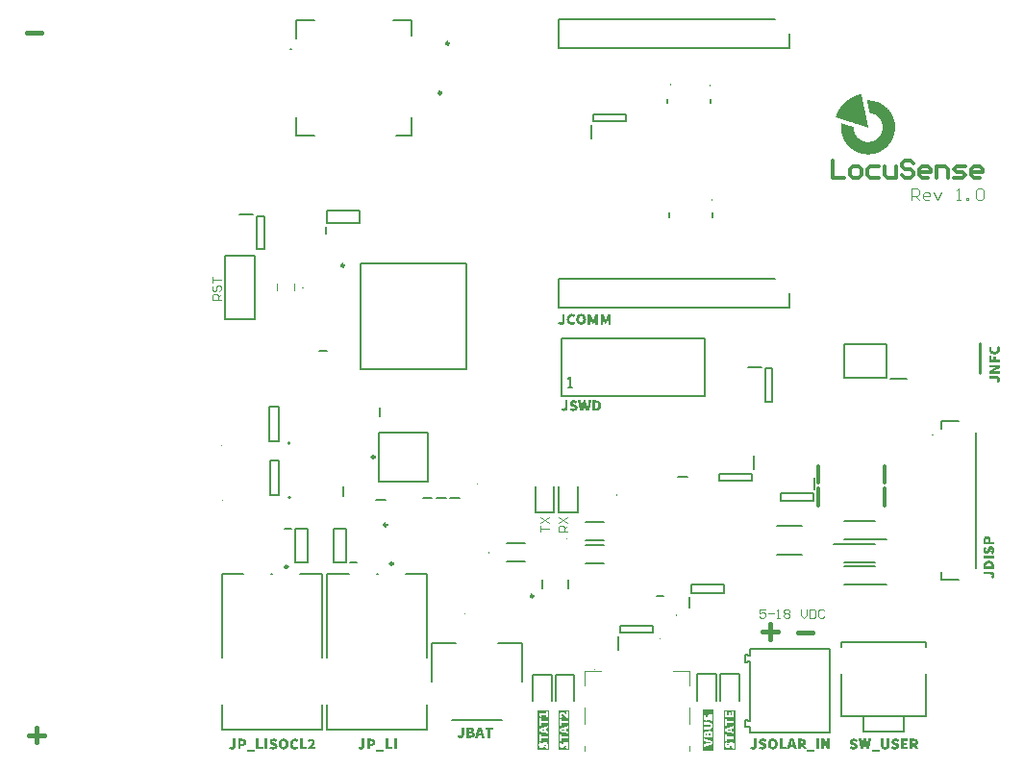
<source format=gbr>
%TF.GenerationSoftware,Altium Limited,Altium Designer,24.7.2 (38)*%
G04 Layer_Color=65535*
%FSLAX45Y45*%
%MOMM*%
%TF.SameCoordinates,33B871D1-E8D8-480E-9A2D-2420748CAAD8*%
%TF.FilePolarity,Positive*%
%TF.FileFunction,Legend,Top*%
%TF.Part,Single*%
G01*
G75*
%TA.AperFunction,NonConductor*%
%ADD73C,0.20000*%
%ADD91C,0.10000*%
%ADD92C,0.25000*%
%ADD93C,0.05200*%
%ADD94C,0.30000*%
%ADD95C,0.12000*%
%ADD96C,0.25400*%
%ADD97C,0.40000*%
%ADD98C,0.35000*%
G36*
X9660800Y5894800D02*
X9662333D01*
Y5887133D01*
X9663867D01*
Y5881000D01*
X9665400D01*
Y5873333D01*
X9666933D01*
Y5865666D01*
X9668467D01*
Y5858000D01*
X9670000D01*
Y5851866D01*
X9671533D01*
Y5844200D01*
X9673067D01*
Y5836533D01*
X9674600D01*
Y5828866D01*
X9676133D01*
Y5821200D01*
X9677666D01*
Y5813533D01*
X9679200D01*
Y5805866D01*
X9680733D01*
Y5799733D01*
X9682266D01*
Y5792066D01*
X9683800D01*
Y5784400D01*
X9685333D01*
Y5776733D01*
X9686867D01*
Y5769066D01*
X9688400D01*
Y5762933D01*
X9689933D01*
Y5755267D01*
X9691467D01*
Y5747600D01*
X9693000D01*
Y5739933D01*
X9694533D01*
Y5732266D01*
X9696066D01*
Y5726133D01*
X9697600D01*
Y5718467D01*
X9699133D01*
Y5710800D01*
X9700666D01*
Y5703133D01*
X9702200D01*
Y5695466D01*
X9703733D01*
Y5687800D01*
X9705267D01*
Y5680133D01*
X9706800D01*
Y5674000D01*
X9708333D01*
Y5666333D01*
X9709867D01*
Y5658667D01*
X9711400D01*
Y5652533D01*
X9712933D01*
Y5644867D01*
X9714466D01*
Y5637200D01*
X9716000D01*
Y5629533D01*
X9717533D01*
Y5621867D01*
X9719066D01*
Y5614200D01*
X9720600D01*
Y5606533D01*
X9716000D01*
Y5608067D01*
X9711400D01*
Y5609600D01*
X9706800D01*
Y5611133D01*
X9702200D01*
Y5612666D01*
X9697600D01*
Y5614200D01*
X9693000D01*
Y5615733D01*
X9686867D01*
Y5617266D01*
X9682266D01*
Y5618800D01*
X9677666D01*
Y5620333D01*
X9673067D01*
Y5621867D01*
X9668467D01*
Y5623400D01*
X9663867D01*
Y5624933D01*
X9659266D01*
Y5626467D01*
X9654666D01*
Y5628000D01*
X9648533D01*
Y5629533D01*
X9643933D01*
Y5631066D01*
X9639333D01*
Y5632600D01*
X9634733D01*
Y5634133D01*
X9630133D01*
Y5635666D01*
X9625533D01*
Y5637200D01*
X9620933D01*
Y5638733D01*
X9616333D01*
Y5640267D01*
X9610200D01*
Y5641800D01*
X9605600D01*
Y5643333D01*
X9601000D01*
Y5644867D01*
X9596400D01*
Y5646400D01*
X9591800D01*
Y5647933D01*
X9587200D01*
Y5649466D01*
X9582600D01*
Y5651000D01*
X9578000D01*
Y5652533D01*
X9571867D01*
Y5654066D01*
X9567267D01*
Y5655600D01*
X9562666D01*
Y5657133D01*
X9558066D01*
Y5658667D01*
X9553467D01*
Y5660200D01*
X9548867D01*
Y5661733D01*
X9542733D01*
Y5663267D01*
X9538133D01*
Y5664800D01*
X9533533D01*
Y5666333D01*
X9528933D01*
Y5667866D01*
X9524333D01*
Y5669400D01*
X9519733D01*
Y5670933D01*
X9515133D01*
Y5672466D01*
X9510533D01*
Y5674000D01*
X9504400D01*
Y5675533D01*
X9499800D01*
Y5677067D01*
X9495200D01*
Y5678600D01*
X9490600D01*
Y5680133D01*
X9486000D01*
Y5681667D01*
X9481400D01*
Y5683200D01*
X9476800D01*
Y5684733D01*
X9472200D01*
Y5686267D01*
X9466066D01*
Y5687800D01*
X9461466D01*
Y5689333D01*
X9456867D01*
Y5690866D01*
X9452267D01*
Y5692400D01*
X9447666D01*
Y5693933D01*
X9443066D01*
Y5695466D01*
X9438467D01*
Y5697000D01*
X9433867D01*
Y5700067D01*
X9435400D01*
Y5704667D01*
X9436933D01*
Y5709266D01*
X9438467D01*
Y5713866D01*
X9440000D01*
Y5716933D01*
X9441533D01*
Y5721533D01*
X9443066D01*
Y5724600D01*
X9444600D01*
Y5729200D01*
X9446133D01*
Y5732266D01*
X9447666D01*
Y5735333D01*
X9449200D01*
Y5738400D01*
X9450733D01*
Y5741467D01*
X9452267D01*
Y5744533D01*
X9453800D01*
Y5747600D01*
X9455333D01*
Y5750666D01*
X9456867D01*
Y5753733D01*
X9458400D01*
Y5756800D01*
X9459933D01*
Y5759867D01*
X9461466D01*
Y5761400D01*
X9463000D01*
Y5764467D01*
X9464533D01*
Y5767533D01*
X9466066D01*
Y5769066D01*
X9467600D01*
Y5772133D01*
X9469133D01*
Y5773666D01*
X9470667D01*
Y5776733D01*
X9472200D01*
Y5778267D01*
X9473733D01*
Y5781333D01*
X9475267D01*
Y5782867D01*
X9476800D01*
Y5784400D01*
X9478333D01*
Y5787466D01*
X9479866D01*
Y5789000D01*
X9481400D01*
Y5792066D01*
X9482933D01*
Y5793600D01*
X9484466D01*
Y5795133D01*
X9486000D01*
Y5796667D01*
X9487533D01*
Y5799733D01*
X9489067D01*
Y5801267D01*
X9490600D01*
Y5802800D01*
X9492133D01*
Y5804333D01*
X9493667D01*
Y5805866D01*
X9495200D01*
Y5807400D01*
X9496733D01*
Y5810466D01*
X9498266D01*
Y5812000D01*
X9499800D01*
Y5813533D01*
X9501333D01*
Y5815067D01*
X9502866D01*
Y5816600D01*
X9504400D01*
Y5818133D01*
X9505933D01*
Y5819667D01*
X9507467D01*
Y5821200D01*
X9509000D01*
Y5822733D01*
X9510533D01*
Y5824266D01*
X9512067D01*
Y5825800D01*
X9513600D01*
Y5827333D01*
X9515133D01*
Y5828866D01*
X9516667D01*
Y5830400D01*
X9518200D01*
Y5831933D01*
X9521266D01*
Y5833467D01*
X9522800D01*
Y5835000D01*
X9524333D01*
Y5836533D01*
X9525866D01*
Y5838067D01*
X9527400D01*
Y5839600D01*
X9530467D01*
Y5841133D01*
X9532000D01*
Y5842666D01*
X9533533D01*
Y5844200D01*
X9535067D01*
Y5845733D01*
X9538133D01*
Y5847266D01*
X9539666D01*
Y5848800D01*
X9541200D01*
Y5850333D01*
X9544266D01*
Y5851866D01*
X9545800D01*
Y5853400D01*
X9547333D01*
Y5854933D01*
X9550400D01*
Y5856467D01*
X9551933D01*
Y5858000D01*
X9555000D01*
Y5859533D01*
X9556533D01*
Y5861067D01*
X9559600D01*
Y5862600D01*
X9562666D01*
Y5864133D01*
X9564200D01*
Y5865666D01*
X9567267D01*
Y5867200D01*
X9570333D01*
Y5868733D01*
X9573400D01*
Y5870266D01*
X9574933D01*
Y5871800D01*
X9578000D01*
Y5873333D01*
X9581066D01*
Y5874867D01*
X9584133D01*
Y5876400D01*
X9587200D01*
Y5877933D01*
X9590267D01*
Y5879467D01*
X9594867D01*
Y5881000D01*
X9597933D01*
Y5882533D01*
X9601000D01*
Y5884066D01*
X9604066D01*
Y5885600D01*
X9608667D01*
Y5887133D01*
X9611733D01*
Y5888666D01*
X9616333D01*
Y5890200D01*
X9620933D01*
Y5891733D01*
X9625533D01*
Y5893267D01*
X9631667D01*
Y5894800D01*
X9636266D01*
Y5896333D01*
X9642400D01*
Y5897867D01*
X9648533D01*
Y5899400D01*
X9654666D01*
Y5900933D01*
X9660800D01*
Y5894800D01*
D02*
G37*
G36*
X9739000Y5844200D02*
X9752800D01*
Y5842666D01*
X9762000D01*
Y5841133D01*
X9769667D01*
Y5839600D01*
X9777333D01*
Y5838067D01*
X9783467D01*
Y5836533D01*
X9788067D01*
Y5835000D01*
X9794200D01*
Y5833467D01*
X9798800D01*
Y5831933D01*
X9803400D01*
Y5830400D01*
X9806467D01*
Y5828866D01*
X9811066D01*
Y5827333D01*
X9814133D01*
Y5825800D01*
X9817200D01*
Y5824266D01*
X9821800D01*
Y5822733D01*
X9824867D01*
Y5821200D01*
X9827933D01*
Y5819667D01*
X9831000D01*
Y5818133D01*
X9834066D01*
Y5816600D01*
X9835600D01*
Y5815067D01*
X9838666D01*
Y5813533D01*
X9841733D01*
Y5812000D01*
X9843267D01*
Y5810466D01*
X9846333D01*
Y5808933D01*
X9849400D01*
Y5807400D01*
X9850933D01*
Y5805866D01*
X9854000D01*
Y5804333D01*
X9855533D01*
Y5802800D01*
X9858600D01*
Y5801267D01*
X9860133D01*
Y5799733D01*
X9861667D01*
Y5798200D01*
X9864733D01*
Y5796667D01*
X9866267D01*
Y5795133D01*
X9867800D01*
Y5793600D01*
X9870866D01*
Y5792066D01*
X9872400D01*
Y5790533D01*
X9873933D01*
Y5789000D01*
X9875466D01*
Y5787466D01*
X9877000D01*
Y5785933D01*
X9878533D01*
Y5784400D01*
X9880067D01*
Y5782867D01*
X9881600D01*
Y5781333D01*
X9884667D01*
Y5779800D01*
X9886200D01*
Y5778267D01*
X9887733D01*
Y5776733D01*
X9889266D01*
Y5775200D01*
X9890800D01*
Y5773666D01*
X9892333D01*
Y5770600D01*
X9893866D01*
Y5769066D01*
X9895400D01*
Y5767533D01*
X9896933D01*
Y5766000D01*
X9898467D01*
Y5764467D01*
X9900000D01*
Y5762933D01*
X9901533D01*
Y5761400D01*
X9903067D01*
Y5758333D01*
X9904600D01*
Y5756800D01*
X9906133D01*
Y5755267D01*
X9907666D01*
Y5753733D01*
X9909200D01*
Y5750666D01*
X9910733D01*
Y5749133D01*
X9912266D01*
Y5747600D01*
X9913800D01*
Y5744533D01*
X9915333D01*
Y5743000D01*
X9916866D01*
Y5739933D01*
X9918400D01*
Y5738400D01*
X9919933D01*
Y5735333D01*
X9921467D01*
Y5732266D01*
X9923000D01*
Y5730733D01*
X9924533D01*
Y5727666D01*
X9926067D01*
Y5724600D01*
X9927600D01*
Y5721533D01*
X9929133D01*
Y5718467D01*
X9930666D01*
Y5716933D01*
X9932200D01*
Y5713866D01*
X9933733D01*
Y5709266D01*
X9935266D01*
Y5706200D01*
X9936800D01*
Y5703133D01*
X9938333D01*
Y5698533D01*
X9939867D01*
Y5695466D01*
X9941400D01*
Y5690866D01*
X9942933D01*
Y5686267D01*
X9944467D01*
Y5681667D01*
X9946000D01*
Y5677067D01*
X9947533D01*
Y5672466D01*
X9949066D01*
Y5666333D01*
X9950600D01*
Y5658667D01*
X9952133D01*
Y5651000D01*
X9953666D01*
Y5640267D01*
X9955200D01*
Y5624933D01*
X9956733D01*
Y5592733D01*
X9955200D01*
Y5575866D01*
X9953666D01*
Y5566667D01*
X9952133D01*
Y5557466D01*
X9950600D01*
Y5551333D01*
X9949066D01*
Y5545200D01*
X9947533D01*
Y5539066D01*
X9946000D01*
Y5534466D01*
X9944467D01*
Y5529867D01*
X9942933D01*
Y5525267D01*
X9941400D01*
Y5522200D01*
X9939867D01*
Y5517600D01*
X9938333D01*
Y5513000D01*
X9936800D01*
Y5509933D01*
X9935266D01*
Y5506867D01*
X9933733D01*
Y5503800D01*
X9932200D01*
Y5500733D01*
X9930666D01*
Y5497666D01*
X9929133D01*
Y5494600D01*
X9927600D01*
Y5491533D01*
X9926067D01*
Y5488467D01*
X9924533D01*
Y5486933D01*
X9923000D01*
Y5483867D01*
X9921467D01*
Y5480800D01*
X9919933D01*
Y5479266D01*
X9918400D01*
Y5476200D01*
X9916866D01*
Y5474666D01*
X9915333D01*
Y5471600D01*
X9913800D01*
Y5470067D01*
X9912266D01*
Y5467000D01*
X9910733D01*
Y5465467D01*
X9909200D01*
Y5463933D01*
X9907666D01*
Y5460866D01*
X9906133D01*
Y5459333D01*
X9904600D01*
Y5457800D01*
X9903067D01*
Y5456266D01*
X9901533D01*
Y5453200D01*
X9900000D01*
Y5451667D01*
X9898467D01*
Y5450133D01*
X9896933D01*
Y5448600D01*
X9895400D01*
Y5447067D01*
X9893866D01*
Y5445533D01*
X9892333D01*
Y5444000D01*
X9890800D01*
Y5442467D01*
X9889266D01*
Y5440933D01*
X9887733D01*
Y5439400D01*
X9886200D01*
Y5437866D01*
X9884667D01*
Y5436333D01*
X9883133D01*
Y5434800D01*
X9881600D01*
Y5433267D01*
X9880067D01*
Y5431733D01*
X9878533D01*
Y5430200D01*
X9877000D01*
Y5428667D01*
X9875466D01*
Y5427133D01*
X9873933D01*
Y5425600D01*
X9870866D01*
Y5424067D01*
X9869333D01*
Y5422533D01*
X9867800D01*
Y5421000D01*
X9866267D01*
Y5419466D01*
X9863200D01*
Y5417933D01*
X9861667D01*
Y5416400D01*
X9860133D01*
Y5414866D01*
X9857066D01*
Y5413333D01*
X9855533D01*
Y5411800D01*
X9852466D01*
Y5410267D01*
X9850933D01*
Y5408733D01*
X9847867D01*
Y5407200D01*
X9846333D01*
Y5405667D01*
X9843267D01*
Y5404133D01*
X9840200D01*
Y5402600D01*
X9838666D01*
Y5401066D01*
X9835600D01*
Y5399533D01*
X9832533D01*
Y5398000D01*
X9829466D01*
Y5396466D01*
X9826400D01*
Y5394933D01*
X9823333D01*
Y5393400D01*
X9820267D01*
Y5391867D01*
X9817200D01*
Y5390333D01*
X9812600D01*
Y5388800D01*
X9809533D01*
Y5387267D01*
X9806467D01*
Y5385733D01*
X9801867D01*
Y5384200D01*
X9797266D01*
Y5382666D01*
X9792666D01*
Y5381133D01*
X9788067D01*
Y5379600D01*
X9781933D01*
Y5378066D01*
X9775800D01*
Y5376533D01*
X9768133D01*
Y5375000D01*
X9760466D01*
Y5373467D01*
X9751267D01*
Y5371933D01*
X9737466D01*
Y5370400D01*
X9700666D01*
Y5371933D01*
X9686867D01*
Y5373467D01*
X9677666D01*
Y5375000D01*
X9670000D01*
Y5376533D01*
X9662333D01*
Y5378066D01*
X9656200D01*
Y5379600D01*
X9650067D01*
Y5381133D01*
X9645467D01*
Y5382666D01*
X9640866D01*
Y5384200D01*
X9636266D01*
Y5385733D01*
X9631667D01*
Y5387267D01*
X9628600D01*
Y5388800D01*
X9625533D01*
Y5390333D01*
X9620933D01*
Y5391867D01*
X9617866D01*
Y5393400D01*
X9614800D01*
Y5394933D01*
X9611733D01*
Y5396466D01*
X9608667D01*
Y5398000D01*
X9605600D01*
Y5399533D01*
X9602533D01*
Y5401066D01*
X9599466D01*
Y5402600D01*
X9597933D01*
Y5404133D01*
X9594867D01*
Y5405667D01*
X9591800D01*
Y5407200D01*
X9590267D01*
Y5408733D01*
X9587200D01*
Y5410267D01*
X9585667D01*
Y5411800D01*
X9582600D01*
Y5413333D01*
X9581066D01*
Y5414866D01*
X9578000D01*
Y5416400D01*
X9576466D01*
Y5417933D01*
X9574933D01*
Y5419466D01*
X9571867D01*
Y5421000D01*
X9570333D01*
Y5422533D01*
X9568800D01*
Y5424067D01*
X9567267D01*
Y5425600D01*
X9564200D01*
Y5427133D01*
X9562666D01*
Y5428667D01*
X9561133D01*
Y5430200D01*
X9559600D01*
Y5431733D01*
X9558066D01*
Y5433267D01*
X9556533D01*
Y5434800D01*
X9555000D01*
Y5436333D01*
X9553467D01*
Y5437866D01*
X9551933D01*
Y5439400D01*
X9550400D01*
Y5440933D01*
X9548867D01*
Y5442467D01*
X9547333D01*
Y5444000D01*
X9545800D01*
Y5445533D01*
X9544266D01*
Y5447067D01*
X9542733D01*
Y5448600D01*
X9541200D01*
Y5450133D01*
X9539666D01*
Y5451667D01*
X9538133D01*
Y5453200D01*
X9536600D01*
Y5456266D01*
X9535067D01*
Y5457800D01*
X9533533D01*
Y5459333D01*
X9532000D01*
Y5460866D01*
X9530467D01*
Y5463933D01*
X9528933D01*
Y5465467D01*
X9527400D01*
Y5467000D01*
X9525866D01*
Y5470067D01*
X9524333D01*
Y5471600D01*
X9522800D01*
Y5473133D01*
X9521266D01*
Y5476200D01*
X9519733D01*
Y5479266D01*
X9518200D01*
Y5480800D01*
X9516667D01*
Y5483867D01*
X9515133D01*
Y5485400D01*
X9513600D01*
Y5488467D01*
X9512067D01*
Y5491533D01*
X9510533D01*
Y5494600D01*
X9509000D01*
Y5497666D01*
X9507467D01*
Y5500733D01*
X9505933D01*
Y5503800D01*
X9504400D01*
Y5506867D01*
X9502866D01*
Y5509933D01*
X9501333D01*
Y5513000D01*
X9499800D01*
Y5517600D01*
X9498266D01*
Y5520667D01*
X9496733D01*
Y5525267D01*
X9495200D01*
Y5529867D01*
X9493667D01*
Y5534466D01*
X9492133D01*
Y5539066D01*
X9490600D01*
Y5545200D01*
X9489067D01*
Y5551333D01*
X9487533D01*
Y5557466D01*
X9486000D01*
Y5565133D01*
X9484466D01*
Y5574333D01*
X9482933D01*
Y5589666D01*
X9481400D01*
Y5629533D01*
X9482933D01*
Y5643333D01*
X9489067D01*
Y5641800D01*
X9493667D01*
Y5640267D01*
X9499800D01*
Y5638733D01*
X9504400D01*
Y5637200D01*
X9509000D01*
Y5635666D01*
X9513600D01*
Y5634133D01*
X9518200D01*
Y5632600D01*
X9524333D01*
Y5631066D01*
X9528933D01*
Y5629533D01*
X9533533D01*
Y5628000D01*
X9539666D01*
Y5626467D01*
X9544266D01*
Y5624933D01*
X9548867D01*
Y5623400D01*
X9553467D01*
Y5621867D01*
X9559600D01*
Y5620333D01*
X9564200D01*
Y5618800D01*
X9568800D01*
Y5617266D01*
X9574933D01*
Y5615733D01*
X9579533D01*
Y5614200D01*
X9584133D01*
Y5612666D01*
X9588733D01*
Y5611133D01*
X9590267D01*
Y5597333D01*
X9591800D01*
Y5585067D01*
X9593333D01*
Y5577400D01*
X9594867D01*
Y5572800D01*
Y5571266D01*
X9596400D01*
Y5566667D01*
X9597933D01*
Y5562067D01*
X9599466D01*
Y5559000D01*
X9601000D01*
Y5555933D01*
X9602533D01*
Y5551333D01*
X9604066D01*
Y5548267D01*
X9605600D01*
Y5545200D01*
X9607133D01*
Y5543667D01*
X9608667D01*
Y5540600D01*
X9610200D01*
Y5537533D01*
X9611733D01*
Y5536000D01*
X9613267D01*
Y5532933D01*
X9614800D01*
Y5531400D01*
X9616333D01*
Y5529867D01*
X9617866D01*
Y5526800D01*
X9619400D01*
Y5525267D01*
X9620933D01*
Y5523733D01*
X9622466D01*
Y5522200D01*
X9624000D01*
Y5520667D01*
X9625533D01*
Y5519133D01*
X9627067D01*
Y5517600D01*
X9628600D01*
Y5516066D01*
X9630133D01*
Y5514533D01*
X9631667D01*
Y5513000D01*
X9633200D01*
Y5511466D01*
X9634733D01*
Y5509933D01*
X9636266D01*
Y5508400D01*
X9637800D01*
Y5506867D01*
X9640866D01*
Y5505333D01*
X9642400D01*
Y5503800D01*
X9645467D01*
Y5502267D01*
X9647000D01*
Y5500733D01*
X9650067D01*
Y5499200D01*
X9651600D01*
Y5497666D01*
X9654666D01*
Y5496133D01*
X9656200D01*
Y5494600D01*
X9659266D01*
Y5493066D01*
X9662333D01*
Y5491533D01*
X9666933D01*
Y5490000D01*
X9670000D01*
Y5488467D01*
X9674600D01*
Y5486933D01*
X9679200D01*
Y5485400D01*
X9683800D01*
Y5483867D01*
X9689933D01*
Y5482333D01*
X9697600D01*
Y5480800D01*
X9709867D01*
Y5479266D01*
X9728267D01*
Y5480800D01*
X9740533D01*
Y5482333D01*
X9748200D01*
Y5483867D01*
X9754333D01*
Y5485400D01*
X9758933D01*
Y5486933D01*
X9763533D01*
Y5488467D01*
X9768133D01*
Y5490000D01*
X9771200D01*
Y5491533D01*
X9774266D01*
Y5493066D01*
X9777333D01*
Y5494600D01*
X9780400D01*
Y5496133D01*
X9783467D01*
Y5497666D01*
X9786533D01*
Y5499200D01*
X9788067D01*
Y5500733D01*
X9791133D01*
Y5502267D01*
X9792666D01*
Y5503800D01*
X9795733D01*
Y5505333D01*
X9797266D01*
Y5506867D01*
X9798800D01*
Y5508400D01*
X9801867D01*
Y5509933D01*
X9803400D01*
Y5511466D01*
X9804933D01*
Y5513000D01*
X9806467D01*
Y5514533D01*
X9808000D01*
Y5516066D01*
X9809533D01*
Y5517600D01*
X9811066D01*
Y5519133D01*
X9812600D01*
Y5520667D01*
X9814133D01*
Y5522200D01*
X9815666D01*
Y5523733D01*
X9817200D01*
Y5526800D01*
X9818733D01*
Y5528333D01*
X9820267D01*
Y5529867D01*
X9821800D01*
Y5531400D01*
X9823333D01*
Y5534466D01*
X9824867D01*
Y5536000D01*
X9826400D01*
Y5539066D01*
X9827933D01*
Y5542133D01*
X9829466D01*
Y5543667D01*
X9831000D01*
Y5546733D01*
X9832533D01*
Y5549800D01*
X9834066D01*
Y5552866D01*
X9835600D01*
Y5555933D01*
X9837133D01*
Y5560533D01*
X9838666D01*
Y5563600D01*
X9840200D01*
Y5569733D01*
X9841733D01*
Y5574333D01*
X9843267D01*
Y5582000D01*
X9844800D01*
Y5589666D01*
X9846333D01*
Y5626467D01*
X9844800D01*
Y5634133D01*
X9843267D01*
Y5641800D01*
X9841733D01*
Y5646400D01*
X9840200D01*
Y5651000D01*
X9838666D01*
Y5655600D01*
X9837133D01*
Y5658667D01*
X9835600D01*
Y5663267D01*
X9834066D01*
Y5666333D01*
X9832533D01*
Y5667866D01*
X9831000D01*
Y5670933D01*
X9829466D01*
Y5674000D01*
X9827933D01*
Y5677067D01*
X9826400D01*
Y5678600D01*
X9824867D01*
Y5681667D01*
X9823333D01*
Y5683200D01*
X9821800D01*
Y5684733D01*
X9820267D01*
Y5687800D01*
X9818733D01*
Y5689333D01*
X9817200D01*
Y5690866D01*
X9815666D01*
Y5692400D01*
X9814133D01*
Y5693933D01*
X9812600D01*
Y5695466D01*
X9811066D01*
Y5697000D01*
X9809533D01*
Y5698533D01*
X9808000D01*
Y5700067D01*
X9806467D01*
Y5701600D01*
X9804933D01*
Y5703133D01*
X9803400D01*
Y5704667D01*
X9801867D01*
Y5706200D01*
X9800333D01*
Y5707733D01*
X9797266D01*
Y5709266D01*
X9795733D01*
Y5710800D01*
X9794200D01*
Y5712333D01*
X9791133D01*
Y5713866D01*
X9789600D01*
Y5715400D01*
X9786533D01*
Y5716933D01*
X9785000D01*
Y5718467D01*
X9781933D01*
Y5720000D01*
X9778866D01*
Y5721533D01*
X9775800D01*
Y5723067D01*
X9772733D01*
Y5724600D01*
X9769667D01*
Y5726133D01*
X9765067D01*
Y5727666D01*
X9760466D01*
Y5729200D01*
X9755866D01*
Y5730733D01*
X9751267D01*
Y5732266D01*
X9743600D01*
Y5733800D01*
X9734400D01*
Y5735333D01*
X9732866D01*
Y5736867D01*
X9731333D01*
Y5744533D01*
X9729800D01*
Y5753733D01*
X9728267D01*
Y5761400D01*
X9726733D01*
Y5769066D01*
X9725200D01*
Y5776733D01*
X9723667D01*
Y5782867D01*
X9722133D01*
Y5790533D01*
X9720600D01*
Y5798200D01*
X9719066D01*
Y5805866D01*
X9717533D01*
Y5813533D01*
X9716000D01*
Y5822733D01*
X9714466D01*
Y5830400D01*
X9712933D01*
Y5838067D01*
X9711400D01*
Y5845733D01*
X9739000D01*
Y5844200D01*
D02*
G37*
G36*
X7133015Y3205642D02*
X7135847Y3205142D01*
X7138180Y3204476D01*
X7140346Y3203976D01*
X7142012Y3203476D01*
X7142512Y3203309D01*
X7143012Y3203143D01*
X7143179Y3202976D01*
X7143345D01*
X7146345Y3201643D01*
X7149011Y3200310D01*
X7151510Y3198644D01*
X7153676Y3197144D01*
X7155509Y3195811D01*
X7156842Y3194645D01*
X7157675Y3193978D01*
X7158008Y3193645D01*
X7145678Y3178149D01*
X7142346Y3180315D01*
X7140679Y3181148D01*
X7139346Y3181981D01*
X7138180Y3182481D01*
X7137347Y3182815D01*
X7136680Y3183148D01*
X7136514D01*
X7134848Y3183814D01*
X7133181Y3184148D01*
X7131682Y3184481D01*
X7130182Y3184814D01*
X7128849D01*
X7127849Y3184981D01*
X7125350D01*
X7124017Y3184647D01*
X7122851Y3184481D01*
X7121684Y3184148D01*
X7121018Y3183814D01*
X7120351Y3183648D01*
X7120018Y3183314D01*
X7119851D01*
X7119018Y3182648D01*
X7118352Y3181981D01*
X7117852Y3181148D01*
X7117519Y3180482D01*
X7117352Y3179815D01*
X7117185Y3179149D01*
Y3178816D01*
Y3178649D01*
X7117352Y3177483D01*
X7117852Y3176483D01*
X7119185Y3174817D01*
X7119851Y3174317D01*
X7120518Y3173817D01*
X7120851Y3173650D01*
X7121018Y3173484D01*
X7122517Y3172817D01*
X7124184Y3171984D01*
X7125850Y3171318D01*
X7127516Y3170651D01*
X7129016Y3170151D01*
X7130182Y3169651D01*
X7130849Y3169485D01*
X7131182Y3169318D01*
X7142512Y3164986D01*
X7145511Y3163486D01*
X7148177Y3161987D01*
X7150510Y3160320D01*
X7152510Y3158821D01*
X7153843Y3157321D01*
X7155009Y3156155D01*
X7155676Y3155488D01*
X7155842Y3155155D01*
X7157342Y3152656D01*
X7158508Y3150156D01*
X7159341Y3147490D01*
X7160008Y3144991D01*
X7160341Y3142825D01*
X7160508Y3141159D01*
Y3140492D01*
Y3139992D01*
Y3139659D01*
Y3139492D01*
X7160341Y3137326D01*
X7160174Y3135160D01*
X7159675Y3132994D01*
X7159008Y3131161D01*
X7157508Y3127662D01*
X7155842Y3124663D01*
X7154009Y3122163D01*
X7153176Y3121164D01*
X7152510Y3120331D01*
X7151843Y3119664D01*
X7151343Y3119164D01*
X7151177Y3118998D01*
X7151010Y3118831D01*
X7149177Y3117331D01*
X7147178Y3115998D01*
X7145012Y3114832D01*
X7142846Y3113832D01*
X7138347Y3112333D01*
X7134181Y3111166D01*
X7132015Y3110833D01*
X7130182Y3110500D01*
X7128516Y3110333D01*
X7127016Y3110166D01*
X7125850D01*
X7125017Y3110000D01*
X7124184D01*
X7120851Y3110166D01*
X7117519Y3110333D01*
X7114353Y3110833D01*
X7111687Y3111499D01*
X7109354Y3111999D01*
X7107521Y3112499D01*
X7106855Y3112666D01*
X7106355Y3112832D01*
X7106022Y3112999D01*
X7105855D01*
X7102522Y3114332D01*
X7099357Y3115998D01*
X7096524Y3117665D01*
X7094025Y3119331D01*
X7091859Y3120664D01*
X7090359Y3121830D01*
X7089359Y3122663D01*
X7089193Y3122997D01*
X7089026D01*
X7103022Y3139826D01*
X7106855Y3137160D01*
X7108521Y3135993D01*
X7110187Y3135160D01*
X7111687Y3134327D01*
X7112687Y3133827D01*
X7113520Y3133494D01*
X7113686Y3133327D01*
X7115852Y3132494D01*
X7117852Y3131994D01*
X7119685Y3131494D01*
X7121351Y3131161D01*
X7122684Y3130995D01*
X7123850Y3130828D01*
X7124683D01*
X7126683Y3130995D01*
X7128349Y3131161D01*
X7129682Y3131494D01*
X7130849Y3131828D01*
X7131682Y3132161D01*
X7132348Y3132327D01*
X7132681Y3132661D01*
X7132848D01*
X7133681Y3133327D01*
X7134348Y3134160D01*
X7134848Y3134993D01*
X7135181Y3135660D01*
X7135347Y3136326D01*
X7135514Y3136993D01*
Y3137326D01*
Y3137493D01*
X7135347Y3138659D01*
X7134848Y3139659D01*
X7133681Y3141159D01*
X7132515Y3142158D01*
X7132182Y3142492D01*
X7132015D01*
X7130682Y3143158D01*
X7129182Y3143825D01*
X7126183Y3145158D01*
X7124683Y3145657D01*
X7123684Y3146157D01*
X7123017Y3146324D01*
X7122684Y3146491D01*
X7111187Y3151323D01*
X7108354Y3152656D01*
X7105855Y3153989D01*
X7103522Y3155655D01*
X7101689Y3157154D01*
X7100190Y3158487D01*
X7099023Y3159654D01*
X7098190Y3160320D01*
X7098024Y3160654D01*
X7096191Y3163153D01*
X7094858Y3165986D01*
X7094025Y3168652D01*
X7093358Y3171318D01*
X7092858Y3173650D01*
X7092692Y3175483D01*
X7092525Y3176150D01*
Y3176649D01*
Y3176983D01*
Y3177149D01*
X7092692Y3179482D01*
X7093025Y3181648D01*
X7094025Y3185481D01*
X7095691Y3188980D01*
X7097357Y3191979D01*
X7099023Y3194478D01*
X7099857Y3195311D01*
X7100523Y3196144D01*
X7101190Y3196811D01*
X7101689Y3197311D01*
X7101856Y3197477D01*
X7102023Y3197644D01*
X7103855Y3199144D01*
X7105855Y3200310D01*
X7110021Y3202476D01*
X7114186Y3203809D01*
X7118019Y3204809D01*
X7119851Y3205309D01*
X7121684Y3205475D01*
X7123184Y3205642D01*
X7124517Y3205809D01*
X7125517Y3205975D01*
X7130015D01*
X7133015Y3205642D01*
D02*
G37*
G36*
X7266147Y3111499D02*
X7234822D01*
X7227657Y3148323D01*
X7226991Y3152322D01*
X7226657Y3154155D01*
X7226324Y3155821D01*
X7226158Y3157154D01*
X7225991Y3158154D01*
X7225824Y3158987D01*
Y3159154D01*
X7225324Y3163320D01*
X7224991Y3165152D01*
X7224825Y3166652D01*
X7224658Y3167985D01*
X7224491Y3169151D01*
X7224325Y3169818D01*
Y3169985D01*
X7223658D01*
X7223158Y3166152D01*
X7222825Y3164319D01*
X7222658Y3162653D01*
X7222492Y3161153D01*
X7222325Y3160154D01*
X7222159Y3159487D01*
Y3159154D01*
X7221492Y3155155D01*
X7221159Y3153322D01*
X7220992Y3151656D01*
X7220659Y3150323D01*
X7220492Y3149323D01*
X7220326Y3148490D01*
Y3148323D01*
X7213327Y3111499D01*
X7182835D01*
X7166506Y3204309D01*
X7191666D01*
X7196832Y3163819D01*
X7197165Y3161153D01*
X7197332Y3158487D01*
X7197665Y3155988D01*
X7197831Y3153822D01*
X7197998Y3151823D01*
X7198165Y3150490D01*
X7198331Y3149490D01*
Y3149323D01*
Y3149157D01*
X7198665Y3146491D01*
X7198998Y3143825D01*
X7199164Y3141325D01*
X7199498Y3139159D01*
X7199664Y3137160D01*
X7199831Y3135827D01*
X7199998Y3134827D01*
Y3134660D01*
Y3134494D01*
X7200497D01*
X7200997Y3137160D01*
X7201497Y3139826D01*
X7201830Y3142325D01*
X7202330Y3144658D01*
X7202497Y3146491D01*
X7202830Y3147824D01*
X7202997Y3148823D01*
Y3149157D01*
X7203497Y3151823D01*
X7203997Y3154488D01*
X7204496Y3156988D01*
X7204830Y3159321D01*
X7205163Y3161153D01*
X7205496Y3162486D01*
X7205663Y3163486D01*
Y3163819D01*
X7214494Y3204309D01*
X7235155D01*
X7243986Y3163819D01*
X7244986Y3158654D01*
X7245319Y3156155D01*
X7245819Y3153989D01*
X7245986Y3151989D01*
X7246319Y3150656D01*
X7246486Y3149656D01*
Y3149490D01*
Y3149323D01*
X7247485Y3143991D01*
X7247985Y3141492D01*
X7248318Y3139159D01*
X7248652Y3137326D01*
X7248985Y3135827D01*
X7249152Y3134827D01*
Y3134660D01*
Y3134494D01*
X7249818D01*
X7250151Y3137326D01*
X7250318Y3139992D01*
X7250651Y3142492D01*
X7250818Y3144658D01*
X7250984Y3146657D01*
X7251151Y3147990D01*
X7251318Y3148990D01*
Y3149323D01*
X7251651Y3151989D01*
X7251984Y3154655D01*
X7252151Y3157154D01*
X7252484Y3159321D01*
X7252651Y3161153D01*
X7252817Y3162653D01*
X7252984Y3163486D01*
Y3163819D01*
X7257983Y3204309D01*
X7281477D01*
X7266147Y3111499D01*
D02*
G37*
G36*
X7074530Y3143825D02*
Y3141159D01*
X7074196Y3138659D01*
X7073363Y3133994D01*
X7072197Y3129995D01*
X7071530Y3128162D01*
X7070697Y3126496D01*
X7070031Y3124996D01*
X7069364Y3123663D01*
X7068698Y3122497D01*
X7068031Y3121497D01*
X7067531Y3120830D01*
X7067198Y3120331D01*
X7067032Y3119997D01*
X7066865Y3119831D01*
X7065365Y3118164D01*
X7063699Y3116665D01*
X7061866Y3115332D01*
X7059867Y3114332D01*
X7056034Y3112499D01*
X7052035Y3111333D01*
X7048536Y3110666D01*
X7047037Y3110333D01*
X7045704Y3110166D01*
X7044537D01*
X7043704Y3110000D01*
X7043038D01*
X7039039Y3110166D01*
X7035373Y3110666D01*
X7032207Y3111333D01*
X7029375Y3111999D01*
X7027042Y3112832D01*
X7025376Y3113499D01*
X7024876Y3113832D01*
X7024376Y3113999D01*
X7024209Y3114165D01*
X7024043D01*
X7021377Y3115998D01*
X7018877Y3117998D01*
X7016711Y3120164D01*
X7014878Y3122330D01*
X7013379Y3124330D01*
X7012212Y3125829D01*
X7011879Y3126496D01*
X7011546Y3126996D01*
X7011379Y3127162D01*
Y3127329D01*
X7027875Y3139826D01*
X7028875Y3138326D01*
X7029874Y3136826D01*
X7030708Y3135660D01*
X7031541Y3134660D01*
X7032374Y3133994D01*
X7032874Y3133494D01*
X7033207Y3133161D01*
X7033374Y3132994D01*
X7034540Y3132327D01*
X7035706Y3131828D01*
X7037706Y3131161D01*
X7038539Y3130995D01*
X7039205Y3130828D01*
X7039705D01*
X7041538Y3130995D01*
X7043038Y3131161D01*
X7044204Y3131661D01*
X7045370Y3132327D01*
X7046204Y3132827D01*
X7046703Y3133327D01*
X7047037Y3133660D01*
X7047203Y3133827D01*
X7048036Y3135327D01*
X7048703Y3137160D01*
X7049203Y3139159D01*
X7049703Y3141159D01*
X7049869Y3142991D01*
X7050036Y3144491D01*
Y3145491D01*
Y3145657D01*
Y3145824D01*
Y3204309D01*
X7074530D01*
Y3143825D01*
D02*
G37*
G36*
X7328631Y3203976D02*
X7332130Y3203476D01*
X7335463Y3202809D01*
X7338462Y3201976D01*
X7341295Y3201143D01*
X7343794Y3200143D01*
X7346127Y3199144D01*
X7348293Y3198144D01*
X7350126Y3197144D01*
X7351625Y3196144D01*
X7352958Y3195311D01*
X7353958Y3194645D01*
X7354625Y3194145D01*
X7355124Y3193812D01*
X7355291Y3193645D01*
X7357624Y3191479D01*
X7359623Y3188980D01*
X7361290Y3186314D01*
X7362789Y3183481D01*
X7364122Y3180648D01*
X7365289Y3177649D01*
X7366122Y3174817D01*
X7366788Y3171984D01*
X7367455Y3169151D01*
X7367788Y3166652D01*
X7368121Y3164319D01*
X7368454Y3162320D01*
Y3160654D01*
X7368621Y3159321D01*
Y3158654D01*
Y3158321D01*
X7368454Y3153822D01*
X7367955Y3149823D01*
X7367288Y3145991D01*
X7366455Y3142492D01*
X7365455Y3139159D01*
X7364289Y3136326D01*
X7363122Y3133660D01*
X7361956Y3131328D01*
X7360790Y3129328D01*
X7359623Y3127495D01*
X7358624Y3125996D01*
X7357624Y3124829D01*
X7356791Y3123830D01*
X7356124Y3123163D01*
X7355791Y3122830D01*
X7355624Y3122663D01*
X7353125Y3120664D01*
X7350626Y3118998D01*
X7347793Y3117498D01*
X7345127Y3116165D01*
X7342294Y3115165D01*
X7339462Y3114165D01*
X7334296Y3112832D01*
X7331797Y3112499D01*
X7329464Y3112166D01*
X7327465Y3111833D01*
X7325799Y3111666D01*
X7324299Y3111499D01*
X7293474D01*
Y3204309D01*
X7324966D01*
X7328631Y3203976D01*
D02*
G37*
G36*
X4676697Y225137D02*
X4679696Y224804D01*
X4682362Y224137D01*
X4684862Y223471D01*
X4686861Y222804D01*
X4688194Y222138D01*
X4689194Y221805D01*
X4689527Y221638D01*
X4692193Y220305D01*
X4694526Y218806D01*
X4696692Y217473D01*
X4698525Y216140D01*
X4699858Y214973D01*
X4701024Y213973D01*
X4701691Y213307D01*
X4701857Y213140D01*
X4688361Y197978D01*
X4685861Y199977D01*
X4683695Y201310D01*
X4682862Y201810D01*
X4682196Y202143D01*
X4681696Y202476D01*
X4681529D01*
X4678863Y203476D01*
X4676364Y203976D01*
X4675364Y204143D01*
X4674531Y204309D01*
X4673698D01*
X4670532Y203976D01*
X4667866Y203143D01*
X4665367Y201976D01*
X4663200Y200643D01*
X4661534Y199310D01*
X4660201Y198311D01*
X4659535Y197478D01*
X4659202Y197144D01*
X4657202Y194312D01*
X4655702Y191146D01*
X4654703Y187813D01*
X4653870Y184648D01*
X4653536Y181815D01*
X4653370Y180482D01*
X4653203Y179482D01*
X4653036Y178482D01*
Y177816D01*
Y177483D01*
Y177316D01*
X4653370Y172651D01*
X4654036Y168652D01*
X4654869Y165319D01*
X4655869Y162487D01*
X4656869Y160154D01*
X4657702Y158654D01*
X4658368Y157654D01*
X4658535Y157321D01*
X4660701Y154989D01*
X4663200Y153322D01*
X4665533Y151989D01*
X4667866Y151156D01*
X4670032Y150656D01*
X4671698Y150323D01*
X4672365Y150156D01*
X4673198D01*
X4675197Y150323D01*
X4676864Y150490D01*
X4678530Y150990D01*
X4679863Y151323D01*
X4681029Y151656D01*
X4681862Y151989D01*
X4682362Y152323D01*
X4682529D01*
X4685361Y153989D01*
X4686528Y154822D01*
X4687528Y155822D01*
X4688361Y156488D01*
X4689027Y157155D01*
X4689360Y157488D01*
X4689527Y157654D01*
X4702857Y142825D01*
X4700524Y140492D01*
X4698192Y138326D01*
X4696025Y136660D01*
X4693859Y135160D01*
X4692026Y134161D01*
X4690527Y133327D01*
X4689527Y132828D01*
X4689360Y132661D01*
X4689194D01*
X4686361Y131495D01*
X4683362Y130661D01*
X4680696Y130162D01*
X4678197Y129828D01*
X4676031Y129495D01*
X4674364Y129328D01*
X4672865D01*
X4668366Y129495D01*
X4664200Y130162D01*
X4660368Y130995D01*
X4657035Y131994D01*
X4655536Y132328D01*
X4654203Y132828D01*
X4653036Y133327D01*
X4652203Y133661D01*
X4651370Y133994D01*
X4650870Y134327D01*
X4650537Y134494D01*
X4650370D01*
X4646705Y136660D01*
X4643539Y139159D01*
X4640706Y141659D01*
X4638374Y144325D01*
X4636541Y146491D01*
X4635208Y148490D01*
X4634708Y149157D01*
X4634375Y149657D01*
X4634041Y149990D01*
Y150156D01*
X4632042Y154322D01*
X4630542Y158654D01*
X4629542Y163153D01*
X4628876Y167319D01*
X4628543Y169152D01*
X4628376Y170984D01*
X4628209Y172484D01*
Y173817D01*
X4628043Y174983D01*
Y175817D01*
Y176316D01*
Y176483D01*
X4628376Y182148D01*
X4629043Y187314D01*
X4630042Y191812D01*
X4630709Y193812D01*
X4631209Y195645D01*
X4631875Y197311D01*
X4632375Y198811D01*
X4632875Y199977D01*
X4633375Y200977D01*
X4633875Y201810D01*
X4634041Y202476D01*
X4634375Y202810D01*
Y202976D01*
X4636874Y206809D01*
X4639706Y210308D01*
X4642372Y213140D01*
X4645038Y215473D01*
X4647371Y217306D01*
X4649204Y218639D01*
X4649871Y218972D01*
X4650370Y219305D01*
X4650704Y219639D01*
X4650870D01*
X4654869Y221471D01*
X4658702Y222971D01*
X4662534Y223971D01*
X4666033Y224637D01*
X4669032Y224971D01*
X4670199Y225137D01*
X4671365Y225304D01*
X4673365D01*
X4676697Y225137D01*
D02*
G37*
G36*
X4490578Y224971D02*
X4493411Y224471D01*
X4495743Y223804D01*
X4497909Y223304D01*
X4499576Y222804D01*
X4500076Y222638D01*
X4500575Y222471D01*
X4500742Y222305D01*
X4500909D01*
X4503908Y220972D01*
X4506574Y219639D01*
X4509073Y217972D01*
X4511239Y216473D01*
X4513072Y215140D01*
X4514405Y213973D01*
X4515238Y213307D01*
X4515572Y212974D01*
X4503241Y197478D01*
X4499909Y199644D01*
X4498243Y200477D01*
X4496910Y201310D01*
X4495743Y201810D01*
X4494910Y202143D01*
X4494244Y202476D01*
X4494077D01*
X4492411Y203143D01*
X4490745Y203476D01*
X4489245Y203809D01*
X4487745Y204143D01*
X4486412D01*
X4485413Y204309D01*
X4482913D01*
X4481580Y203976D01*
X4480414Y203809D01*
X4479248Y203476D01*
X4478581Y203143D01*
X4477915Y202976D01*
X4477581Y202643D01*
X4477415D01*
X4476582Y201976D01*
X4475915Y201310D01*
X4475415Y200477D01*
X4475082Y199810D01*
X4474915Y199144D01*
X4474749Y198477D01*
Y198144D01*
Y197978D01*
X4474915Y196811D01*
X4475415Y195811D01*
X4476748Y194145D01*
X4477415Y193645D01*
X4478081Y193145D01*
X4478414Y192979D01*
X4478581Y192812D01*
X4480081Y192146D01*
X4481747Y191313D01*
X4483413Y190646D01*
X4485079Y189980D01*
X4486579Y189480D01*
X4487745Y188980D01*
X4488412Y188813D01*
X4488745Y188647D01*
X4500076Y184314D01*
X4503075Y182815D01*
X4505741Y181315D01*
X4508074Y179649D01*
X4510073Y178149D01*
X4511406Y176650D01*
X4512572Y175483D01*
X4513239Y174817D01*
X4513406Y174484D01*
X4514905Y171984D01*
X4516071Y169485D01*
X4516905Y166819D01*
X4517571Y164319D01*
X4517904Y162153D01*
X4518071Y160487D01*
Y159821D01*
Y159321D01*
Y158987D01*
Y158821D01*
X4517904Y156655D01*
X4517738Y154489D01*
X4517238Y152323D01*
X4516571Y150490D01*
X4515072Y146991D01*
X4513406Y143991D01*
X4511573Y141492D01*
X4510740Y140492D01*
X4510073Y139659D01*
X4509407Y138993D01*
X4508907Y138493D01*
X4508740Y138326D01*
X4508573Y138159D01*
X4506741Y136660D01*
X4504741Y135327D01*
X4502575Y134161D01*
X4500409Y133161D01*
X4495910Y131661D01*
X4491744Y130495D01*
X4489578Y130162D01*
X4487745Y129828D01*
X4486079Y129662D01*
X4484580Y129495D01*
X4483413D01*
X4482580Y129328D01*
X4481747D01*
X4478414Y129495D01*
X4475082Y129662D01*
X4471916Y130162D01*
X4469250Y130828D01*
X4466917Y131328D01*
X4465085Y131828D01*
X4464418Y131994D01*
X4463918Y132161D01*
X4463585Y132328D01*
X4463418D01*
X4460086Y133661D01*
X4456920Y135327D01*
X4454087Y136993D01*
X4451588Y138659D01*
X4449422Y139992D01*
X4447922Y141159D01*
X4446923Y141992D01*
X4446756Y142325D01*
X4446589D01*
X4460586Y159154D01*
X4464418Y156488D01*
X4466084Y155322D01*
X4467751Y154489D01*
X4469250Y153656D01*
X4470250Y153156D01*
X4471083Y152822D01*
X4471250Y152656D01*
X4473416Y151823D01*
X4475415Y151323D01*
X4477248Y150823D01*
X4478914Y150490D01*
X4480247Y150323D01*
X4481414Y150156D01*
X4482247D01*
X4484246Y150323D01*
X4485913Y150490D01*
X4487246Y150823D01*
X4488412Y151156D01*
X4489245Y151489D01*
X4489912Y151656D01*
X4490245Y151989D01*
X4490411D01*
X4491245Y152656D01*
X4491911Y153489D01*
X4492411Y154322D01*
X4492744Y154989D01*
X4492911Y155655D01*
X4493077Y156322D01*
Y156655D01*
Y156821D01*
X4492911Y157988D01*
X4492411Y158987D01*
X4491245Y160487D01*
X4490078Y161487D01*
X4489745Y161820D01*
X4489578D01*
X4488245Y162487D01*
X4486746Y163153D01*
X4483746Y164486D01*
X4482247Y164986D01*
X4481247Y165486D01*
X4480581Y165652D01*
X4480247Y165819D01*
X4468750Y170651D01*
X4465918Y171984D01*
X4463418Y173317D01*
X4461086Y174983D01*
X4459253Y176483D01*
X4457753Y177816D01*
X4456587Y178982D01*
X4455754Y179649D01*
X4455587Y179982D01*
X4453754Y182481D01*
X4452421Y185314D01*
X4451588Y187980D01*
X4450922Y190646D01*
X4450422Y192979D01*
X4450255Y194812D01*
X4450088Y195478D01*
Y195978D01*
Y196311D01*
Y196478D01*
X4450255Y198811D01*
X4450588Y200977D01*
X4451588Y204809D01*
X4453254Y208308D01*
X4454920Y211307D01*
X4456587Y213807D01*
X4457420Y214640D01*
X4458086Y215473D01*
X4458753Y216140D01*
X4459253Y216639D01*
X4459419Y216806D01*
X4459586Y216973D01*
X4461419Y218472D01*
X4463418Y219639D01*
X4467584Y221805D01*
X4471750Y223138D01*
X4475582Y224137D01*
X4477415Y224637D01*
X4479248Y224804D01*
X4480747Y224971D01*
X4482080Y225137D01*
X4483080Y225304D01*
X4487579D01*
X4490578Y224971D01*
D02*
G37*
G36*
X4150998Y163153D02*
Y160487D01*
X4150665Y157988D01*
X4149832Y153322D01*
X4148666Y149323D01*
X4147999Y147490D01*
X4147166Y145824D01*
X4146499Y144325D01*
X4145833Y142992D01*
X4145166Y141825D01*
X4144500Y140825D01*
X4144000Y140159D01*
X4143667Y139659D01*
X4143500Y139326D01*
X4143334Y139159D01*
X4141834Y137493D01*
X4140168Y135993D01*
X4138335Y134660D01*
X4136335Y133661D01*
X4132503Y131828D01*
X4128504Y130661D01*
X4125005Y129995D01*
X4123505Y129662D01*
X4122172Y129495D01*
X4121006D01*
X4120173Y129328D01*
X4119506D01*
X4115507Y129495D01*
X4111842Y129995D01*
X4108676Y130661D01*
X4105843Y131328D01*
X4103510Y132161D01*
X4101844Y132828D01*
X4101344Y133161D01*
X4100844Y133327D01*
X4100678Y133494D01*
X4100511D01*
X4097845Y135327D01*
X4095346Y137326D01*
X4093180Y139492D01*
X4091347Y141659D01*
X4089847Y143658D01*
X4088681Y145158D01*
X4088348Y145824D01*
X4088014Y146324D01*
X4087848Y146491D01*
Y146657D01*
X4104344Y159154D01*
X4105343Y157654D01*
X4106343Y156155D01*
X4107176Y154989D01*
X4108009Y153989D01*
X4108842Y153322D01*
X4109342Y152822D01*
X4109676Y152489D01*
X4109842Y152323D01*
X4111009Y151656D01*
X4112175Y151156D01*
X4114174Y150490D01*
X4115008Y150323D01*
X4115674Y150156D01*
X4116174D01*
X4118007Y150323D01*
X4119506Y150490D01*
X4120673Y150990D01*
X4121839Y151656D01*
X4122672Y152156D01*
X4123172Y152656D01*
X4123505Y152989D01*
X4123672Y153156D01*
X4124505Y154655D01*
X4125172Y156488D01*
X4125671Y158488D01*
X4126171Y160487D01*
X4126338Y162320D01*
X4126505Y163820D01*
Y164819D01*
Y164986D01*
Y165153D01*
Y223638D01*
X4150998D01*
Y163153D01*
D02*
G37*
G36*
X4819161Y222971D02*
X4821660Y222805D01*
X4826159Y221805D01*
X4829991Y220472D01*
X4833157Y218972D01*
X4834490Y218306D01*
X4835656Y217473D01*
X4836823Y216806D01*
X4837656Y216306D01*
X4838322Y215640D01*
X4838822Y215307D01*
X4838989Y215140D01*
X4839155Y214973D01*
X4840655Y213474D01*
X4841988Y211808D01*
X4843154Y210141D01*
X4844154Y208308D01*
X4845654Y204809D01*
X4846654Y201310D01*
X4847320Y198144D01*
X4847487Y196811D01*
X4847653Y195812D01*
X4847820Y194812D01*
Y194145D01*
Y193646D01*
Y193479D01*
X4847653Y190813D01*
X4847153Y187980D01*
X4846487Y185481D01*
X4845820Y183315D01*
X4845154Y181315D01*
X4844487Y179816D01*
X4843988Y178816D01*
X4843821Y178649D01*
Y178483D01*
X4842321Y175650D01*
X4840655Y172984D01*
X4838989Y170485D01*
X4837489Y168319D01*
X4836156Y166486D01*
X4834990Y164986D01*
X4834323Y164153D01*
X4833990Y163986D01*
Y163820D01*
X4831824Y161154D01*
X4829658Y158654D01*
X4827658Y156322D01*
X4825659Y154322D01*
X4824159Y152656D01*
X4822993Y151323D01*
X4822160Y150490D01*
X4821827Y150157D01*
X4824659Y150490D01*
X4825992Y150657D01*
X4827158Y150823D01*
X4828158D01*
X4828991Y150990D01*
X4829658D01*
X4832490Y151156D01*
X4833823Y151323D01*
X4852152D01*
Y130828D01*
X4786336D01*
Y144825D01*
X4792167Y150157D01*
X4795000Y152656D01*
X4797499Y155155D01*
X4799832Y157488D01*
X4802165Y159654D01*
X4804164Y161654D01*
X4805997Y163487D01*
X4807663Y165153D01*
X4809163Y166652D01*
X4810329Y167985D01*
X4811496Y169152D01*
X4812329Y169985D01*
X4812829Y170651D01*
X4813162Y170985D01*
X4813329Y171151D01*
X4815162Y173317D01*
X4816828Y175484D01*
X4818327Y177483D01*
X4819660Y179316D01*
X4820660Y181149D01*
X4821493Y182815D01*
X4822993Y185981D01*
X4823826Y188480D01*
X4823993Y189480D01*
X4824326Y190313D01*
Y190980D01*
X4824493Y191646D01*
Y191813D01*
Y191979D01*
X4824326Y194145D01*
X4823993Y195978D01*
X4823493Y197645D01*
X4822826Y198811D01*
X4822326Y199811D01*
X4821827Y200644D01*
X4821493Y200977D01*
X4821327Y201144D01*
X4820160Y202143D01*
X4818827Y202810D01*
X4817494Y203476D01*
X4816161Y203810D01*
X4814995Y203976D01*
X4814162Y204143D01*
X4813329D01*
X4811662Y203976D01*
X4810163Y203643D01*
X4808830Y203143D01*
X4807497Y202643D01*
X4806497Y202143D01*
X4805831Y201810D01*
X4805331Y201477D01*
X4805164Y201310D01*
X4802498Y199311D01*
X4801332Y198311D01*
X4800332Y197478D01*
X4799499Y196645D01*
X4798832Y195978D01*
X4798499Y195645D01*
X4798333Y195478D01*
X4785169Y208642D01*
X4787835Y211308D01*
X4790335Y213474D01*
X4792834Y215473D01*
X4795000Y216973D01*
X4796833Y218139D01*
X4798333Y218972D01*
X4799166Y219472D01*
X4799499Y219639D01*
X4802332Y220805D01*
X4805331Y221805D01*
X4808163Y222305D01*
X4810829Y222805D01*
X4813162Y222971D01*
X4814995Y223138D01*
X4816661D01*
X4819161Y222971D01*
D02*
G37*
G36*
X4740347Y151323D02*
X4775672D01*
Y130828D01*
X4715854D01*
Y223638D01*
X4740347D01*
Y151323D01*
D02*
G37*
G36*
X4431760Y130828D02*
X4407266D01*
Y223638D01*
X4431760D01*
Y130828D01*
D02*
G37*
G36*
X4355946Y151323D02*
X4391270D01*
Y130828D01*
X4331452D01*
Y223638D01*
X4355946D01*
Y151323D01*
D02*
G37*
G36*
X4214482Y223304D02*
X4217648Y222804D01*
X4220314Y222305D01*
X4222647Y221805D01*
X4224313Y221305D01*
X4224979Y221138D01*
X4225479Y220972D01*
X4225646Y220805D01*
X4225812D01*
X4228812Y219639D01*
X4231478Y218139D01*
X4233810Y216473D01*
X4235810Y214973D01*
X4237310Y213474D01*
X4238476Y212307D01*
X4239142Y211474D01*
X4239309Y211141D01*
X4240975Y208475D01*
X4242308Y205476D01*
X4243141Y202476D01*
X4243808Y199477D01*
X4244141Y196811D01*
X4244308Y195645D01*
X4244474Y194812D01*
Y193979D01*
Y193312D01*
Y192979D01*
Y192812D01*
X4244308Y188813D01*
X4243641Y185147D01*
X4242808Y181982D01*
X4241975Y179316D01*
X4240975Y177150D01*
X4240142Y175650D01*
X4239476Y174650D01*
X4239309Y174484D01*
Y174317D01*
X4237310Y171818D01*
X4234977Y169651D01*
X4232644Y167819D01*
X4230478Y166319D01*
X4228645Y165153D01*
X4226979Y164319D01*
X4225979Y163820D01*
X4225812Y163653D01*
X4225646D01*
X4222480Y162487D01*
X4219314Y161653D01*
X4216148Y160987D01*
X4213316Y160654D01*
X4210983Y160487D01*
X4208983Y160320D01*
X4195820D01*
Y130828D01*
X4171326D01*
Y223638D01*
X4210983D01*
X4214482Y223304D01*
D02*
G37*
G36*
X4575890Y225137D02*
X4579222Y224804D01*
X4582388Y224137D01*
X4585387Y223304D01*
X4588220Y222471D01*
X4590719Y221471D01*
X4593218Y220305D01*
X4595218Y219139D01*
X4597217Y217972D01*
X4598884Y216806D01*
X4600217Y215806D01*
X4601383Y214973D01*
X4602383Y214140D01*
X4603049Y213474D01*
X4603382Y213140D01*
X4603549Y212974D01*
X4605549Y210474D01*
X4607381Y207975D01*
X4609048Y205142D01*
X4610381Y202310D01*
X4611547Y199310D01*
X4612380Y196311D01*
X4613213Y193479D01*
X4613880Y190646D01*
X4614380Y187980D01*
X4614713Y185647D01*
X4615046Y183315D01*
X4615213Y181482D01*
Y179815D01*
X4615379Y178649D01*
Y177983D01*
Y177649D01*
X4615213Y173484D01*
X4614880Y169485D01*
X4614213Y165819D01*
X4613547Y162320D01*
X4612547Y159154D01*
X4611547Y156155D01*
X4610547Y153489D01*
X4609381Y151156D01*
X4608381Y148990D01*
X4607215Y147157D01*
X4606215Y145658D01*
X4605382Y144325D01*
X4604549Y143325D01*
X4604049Y142658D01*
X4603716Y142158D01*
X4603549Y141992D01*
X4601216Y139826D01*
X4598884Y137826D01*
X4596384Y136160D01*
X4593718Y134827D01*
X4591052Y133494D01*
X4588553Y132494D01*
X4585887Y131661D01*
X4583554Y130995D01*
X4581221Y130495D01*
X4579055Y129995D01*
X4577222Y129828D01*
X4575556Y129495D01*
X4574057D01*
X4573057Y129328D01*
X4572224D01*
X4568558Y129495D01*
X4565226Y129995D01*
X4562060Y130495D01*
X4559060Y131328D01*
X4556228Y132328D01*
X4553729Y133494D01*
X4551396Y134494D01*
X4549230Y135660D01*
X4547230Y136826D01*
X4545564Y137993D01*
X4544231Y139159D01*
X4543065Y139992D01*
X4542065Y140825D01*
X4541398Y141492D01*
X4541065Y141825D01*
X4540898Y141992D01*
X4538899Y144491D01*
X4537066Y147157D01*
X4535400Y149990D01*
X4534067Y152822D01*
X4533067Y155822D01*
X4532067Y158821D01*
X4531234Y161653D01*
X4530568Y164486D01*
X4530068Y167152D01*
X4529735Y169651D01*
X4529401Y171984D01*
X4529235Y173817D01*
Y175483D01*
X4529068Y176650D01*
Y177316D01*
Y177649D01*
X4529235Y181815D01*
X4529568Y185814D01*
X4530235Y189480D01*
X4531068Y192812D01*
X4531901Y195978D01*
X4532901Y198977D01*
X4533900Y201643D01*
X4535067Y203976D01*
X4536066Y205975D01*
X4537233Y207808D01*
X4538232Y209475D01*
X4539066Y210641D01*
X4539899Y211641D01*
X4540399Y212474D01*
X4540732Y212807D01*
X4540898Y212974D01*
X4543231Y215140D01*
X4545564Y216973D01*
X4548063Y218639D01*
X4550729Y220138D01*
X4553395Y221305D01*
X4555895Y222305D01*
X4558561Y223138D01*
X4560893Y223804D01*
X4563226Y224304D01*
X4565392Y224637D01*
X4567392Y224971D01*
X4569058Y225137D01*
X4570391Y225304D01*
X4572224D01*
X4575890Y225137D01*
D02*
G37*
G36*
X4319122Y110000D02*
X4251139D01*
Y123330D01*
X4319122D01*
Y110000D01*
D02*
G37*
G36*
X7114277Y3965809D02*
X7117276Y3965475D01*
X7119942Y3964809D01*
X7122442Y3964142D01*
X7124441Y3963476D01*
X7125774Y3962809D01*
X7126774Y3962476D01*
X7127107Y3962310D01*
X7129773Y3960977D01*
X7132106Y3959477D01*
X7134272Y3958144D01*
X7136105Y3956811D01*
X7137438Y3955645D01*
X7138604Y3954645D01*
X7139271Y3953978D01*
X7139437Y3953812D01*
X7125941Y3938649D01*
X7123441Y3940648D01*
X7121275Y3941981D01*
X7120442Y3942481D01*
X7119776Y3942815D01*
X7119276Y3943148D01*
X7119109D01*
X7116443Y3944148D01*
X7113944Y3944647D01*
X7112944Y3944814D01*
X7112111Y3944981D01*
X7111278D01*
X7108112Y3944647D01*
X7105446Y3943814D01*
X7102947Y3942648D01*
X7100781Y3941315D01*
X7099114Y3939982D01*
X7097781Y3938982D01*
X7097115Y3938149D01*
X7096782Y3937816D01*
X7094782Y3934983D01*
X7093282Y3931817D01*
X7092283Y3928485D01*
X7091450Y3925319D01*
X7091116Y3922486D01*
X7090950Y3921153D01*
X7090783Y3920154D01*
X7090617Y3919154D01*
Y3918487D01*
Y3918154D01*
Y3917988D01*
X7090950Y3913322D01*
X7091616Y3909323D01*
X7092449Y3905991D01*
X7093449Y3903158D01*
X7094449Y3900825D01*
X7095282Y3899326D01*
X7095948Y3898326D01*
X7096115Y3897993D01*
X7098281Y3895660D01*
X7100781Y3893994D01*
X7103113Y3892661D01*
X7105446Y3891828D01*
X7107612Y3891328D01*
X7109278Y3890995D01*
X7109945Y3890828D01*
X7110778D01*
X7112777Y3890995D01*
X7114444Y3891161D01*
X7116110Y3891661D01*
X7117443Y3891994D01*
X7118609Y3892327D01*
X7119442Y3892661D01*
X7119942Y3892994D01*
X7120109D01*
X7122942Y3894660D01*
X7124108Y3895493D01*
X7125108Y3896493D01*
X7125941Y3897160D01*
X7126607Y3897826D01*
X7126941Y3898159D01*
X7127107Y3898326D01*
X7140437Y3883496D01*
X7138104Y3881164D01*
X7135772Y3878998D01*
X7133605Y3877331D01*
X7131439Y3875832D01*
X7129607Y3874832D01*
X7128107Y3873999D01*
X7127107Y3873499D01*
X7126941Y3873332D01*
X7126774D01*
X7123941Y3872166D01*
X7120942Y3871333D01*
X7118276Y3870833D01*
X7115777Y3870500D01*
X7113611Y3870167D01*
X7111944Y3870000D01*
X7110445D01*
X7105946Y3870167D01*
X7101780Y3870833D01*
X7097948Y3871666D01*
X7094615Y3872666D01*
X7093116Y3872999D01*
X7091783Y3873499D01*
X7090617Y3873999D01*
X7089783Y3874332D01*
X7088950Y3874665D01*
X7088450Y3874999D01*
X7088117Y3875165D01*
X7087951D01*
X7084285Y3877331D01*
X7081119Y3879831D01*
X7078286Y3882330D01*
X7075954Y3884996D01*
X7074121Y3887162D01*
X7072788Y3889162D01*
X7072288Y3889828D01*
X7071955Y3890328D01*
X7071621Y3890661D01*
Y3890828D01*
X7069622Y3894993D01*
X7068122Y3899326D01*
X7067123Y3903825D01*
X7066456Y3907990D01*
X7066123Y3909823D01*
X7065956Y3911656D01*
X7065790Y3913155D01*
Y3914488D01*
X7065623Y3915655D01*
Y3916488D01*
Y3916988D01*
Y3917154D01*
X7065956Y3922820D01*
X7066623Y3927985D01*
X7067622Y3932484D01*
X7068289Y3934483D01*
X7068789Y3936316D01*
X7069455Y3937982D01*
X7069955Y3939482D01*
X7070455Y3940648D01*
X7070955Y3941648D01*
X7071455Y3942481D01*
X7071621Y3943148D01*
X7071955Y3943481D01*
Y3943648D01*
X7074454Y3947480D01*
X7077287Y3950979D01*
X7079953Y3953812D01*
X7082619Y3956144D01*
X7084951Y3957977D01*
X7086784Y3959310D01*
X7087451Y3959644D01*
X7087951Y3959977D01*
X7088284Y3960310D01*
X7088450D01*
X7092449Y3962143D01*
X7096282Y3963643D01*
X7100114Y3964642D01*
X7103613Y3965309D01*
X7106612Y3965642D01*
X7107779Y3965809D01*
X7108945Y3965975D01*
X7110945D01*
X7114277Y3965809D01*
D02*
G37*
G36*
X7453857Y3871499D02*
X7431196D01*
Y3898826D01*
X7431363Y3904658D01*
X7431529Y3907324D01*
X7431696Y3909990D01*
X7431862Y3912156D01*
X7432029Y3913989D01*
Y3914655D01*
X7432196Y3915155D01*
Y3915322D01*
Y3915488D01*
X7432696Y3918821D01*
X7433029Y3921987D01*
X7433362Y3924819D01*
X7433695Y3927319D01*
X7433862Y3929318D01*
X7434029Y3930818D01*
X7434195Y3931817D01*
Y3932151D01*
X7433695D01*
X7426031Y3910323D01*
X7413034Y3878998D01*
X7403870D01*
X7391040Y3910323D01*
X7383541Y3932151D01*
X7382875D01*
X7383208Y3929318D01*
X7383541Y3926485D01*
X7383875Y3923653D01*
X7384208Y3921153D01*
X7384541Y3918821D01*
X7384708Y3916988D01*
Y3916321D01*
X7384874Y3915988D01*
Y3915655D01*
Y3915488D01*
X7385208Y3912156D01*
X7385541Y3908990D01*
X7385708Y3906157D01*
X7385874Y3903658D01*
X7386041Y3901658D01*
Y3900159D01*
Y3899159D01*
Y3898992D01*
Y3898826D01*
Y3871499D01*
X7363547D01*
Y3964309D01*
X7389040D01*
X7403536Y3925819D01*
X7408702Y3910656D01*
X7409368D01*
X7414534Y3925819D01*
X7428530Y3964309D01*
X7453857D01*
Y3871499D01*
D02*
G37*
G36*
X7342719D02*
X7320058D01*
Y3898826D01*
X7320224Y3904658D01*
X7320391Y3907324D01*
X7320558Y3909990D01*
X7320724Y3912156D01*
X7320891Y3913989D01*
Y3914655D01*
X7321057Y3915155D01*
Y3915322D01*
Y3915488D01*
X7321557Y3918821D01*
X7321891Y3921987D01*
X7322224Y3924819D01*
X7322557Y3927319D01*
X7322724Y3929318D01*
X7322890Y3930818D01*
X7323057Y3931817D01*
Y3932151D01*
X7322557D01*
X7314892Y3910323D01*
X7301896Y3878998D01*
X7292731D01*
X7279901Y3910323D01*
X7272403Y3932151D01*
X7271737D01*
X7272070Y3929318D01*
X7272403Y3926485D01*
X7272737Y3923653D01*
X7273070Y3921153D01*
X7273403Y3918821D01*
X7273570Y3916988D01*
Y3916321D01*
X7273736Y3915988D01*
Y3915655D01*
Y3915488D01*
X7274070Y3912156D01*
X7274403Y3908990D01*
X7274569Y3906157D01*
X7274736Y3903658D01*
X7274903Y3901658D01*
Y3900159D01*
Y3899159D01*
Y3898992D01*
Y3898826D01*
Y3871499D01*
X7252408D01*
Y3964309D01*
X7277902D01*
X7292398Y3925819D01*
X7297564Y3910656D01*
X7298230D01*
X7303395Y3925819D01*
X7317392Y3964309D01*
X7342719D01*
Y3871499D01*
D02*
G37*
G36*
X7049294Y3903825D02*
Y3901159D01*
X7048961Y3898659D01*
X7048127Y3893994D01*
X7046961Y3889995D01*
X7046295Y3888162D01*
X7045461Y3886496D01*
X7044795Y3884996D01*
X7044128Y3883663D01*
X7043462Y3882497D01*
X7042795Y3881497D01*
X7042296Y3880830D01*
X7041962Y3880331D01*
X7041796Y3879997D01*
X7041629Y3879831D01*
X7040129Y3878164D01*
X7038463Y3876665D01*
X7036630Y3875332D01*
X7034631Y3874332D01*
X7030798Y3872499D01*
X7026800Y3871333D01*
X7023300Y3870666D01*
X7021801Y3870333D01*
X7020468Y3870167D01*
X7019301D01*
X7018468Y3870000D01*
X7017802D01*
X7013803Y3870167D01*
X7010137Y3870666D01*
X7006971Y3871333D01*
X7004139Y3871999D01*
X7001806Y3872832D01*
X7000140Y3873499D01*
X6999640Y3873832D01*
X6999140Y3873999D01*
X6998973Y3874165D01*
X6998807D01*
X6996141Y3875998D01*
X6993641Y3877998D01*
X6991475Y3880164D01*
X6989642Y3882330D01*
X6988143Y3884330D01*
X6986976Y3885829D01*
X6986643Y3886496D01*
X6986310Y3886996D01*
X6986143Y3887162D01*
Y3887329D01*
X7002639Y3899826D01*
X7003639Y3898326D01*
X7004639Y3896826D01*
X7005472Y3895660D01*
X7006305Y3894660D01*
X7007138Y3893994D01*
X7007638Y3893494D01*
X7007971Y3893161D01*
X7008138Y3892994D01*
X7009304Y3892327D01*
X7010470Y3891828D01*
X7012470Y3891161D01*
X7013303Y3890995D01*
X7013969Y3890828D01*
X7014469D01*
X7016302Y3890995D01*
X7017802Y3891161D01*
X7018968Y3891661D01*
X7020135Y3892327D01*
X7020968Y3892827D01*
X7021468Y3893327D01*
X7021801Y3893660D01*
X7021967Y3893827D01*
X7022801Y3895327D01*
X7023467Y3897160D01*
X7023967Y3899159D01*
X7024467Y3901159D01*
X7024633Y3902991D01*
X7024800Y3904491D01*
Y3905491D01*
Y3905657D01*
Y3905824D01*
Y3964309D01*
X7049294D01*
Y3903825D01*
D02*
G37*
G36*
X7196256Y3965809D02*
X7199589Y3965475D01*
X7202754Y3964809D01*
X7205754Y3963976D01*
X7208586Y3963143D01*
X7211086Y3962143D01*
X7213585Y3960977D01*
X7215585Y3959810D01*
X7217584Y3958644D01*
X7219250Y3957477D01*
X7220583Y3956478D01*
X7221750Y3955645D01*
X7222749Y3954811D01*
X7223416Y3954145D01*
X7223749Y3953812D01*
X7223916Y3953645D01*
X7225915Y3951146D01*
X7227748Y3948646D01*
X7229414Y3945814D01*
X7230747Y3942981D01*
X7231914Y3939982D01*
X7232747Y3936983D01*
X7233580Y3934150D01*
X7234246Y3931318D01*
X7234746Y3928652D01*
X7235080Y3926319D01*
X7235413Y3923986D01*
X7235579Y3922153D01*
Y3920487D01*
X7235746Y3919321D01*
Y3918654D01*
Y3918321D01*
X7235579Y3914155D01*
X7235246Y3910156D01*
X7234580Y3906491D01*
X7233913Y3902991D01*
X7232913Y3899826D01*
X7231914Y3896826D01*
X7230914Y3894160D01*
X7229748Y3891828D01*
X7228748Y3889662D01*
X7227581Y3887829D01*
X7226582Y3886329D01*
X7225749Y3884996D01*
X7224915Y3883996D01*
X7224416Y3883330D01*
X7224082Y3882830D01*
X7223916Y3882663D01*
X7221583Y3880497D01*
X7219250Y3878498D01*
X7216751Y3876831D01*
X7214085Y3875498D01*
X7211419Y3874165D01*
X7208920Y3873166D01*
X7206254Y3872333D01*
X7203921Y3871666D01*
X7201588Y3871166D01*
X7199422Y3870666D01*
X7197589Y3870500D01*
X7195923Y3870167D01*
X7194423D01*
X7193424Y3870000D01*
X7192590D01*
X7188925Y3870167D01*
X7185592Y3870666D01*
X7182426Y3871166D01*
X7179427Y3871999D01*
X7176594Y3872999D01*
X7174095Y3874165D01*
X7171762Y3875165D01*
X7169596Y3876332D01*
X7167597Y3877498D01*
X7165931Y3878664D01*
X7164598Y3879831D01*
X7163431Y3880664D01*
X7162431Y3881497D01*
X7161765Y3882163D01*
X7161432Y3882497D01*
X7161265Y3882663D01*
X7159266Y3885163D01*
X7157433Y3887829D01*
X7155766Y3890661D01*
X7154433Y3893494D01*
X7153434Y3896493D01*
X7152434Y3899492D01*
X7151601Y3902325D01*
X7150934Y3905158D01*
X7150435Y3907824D01*
X7150101Y3910323D01*
X7149768Y3912656D01*
X7149601Y3914488D01*
Y3916155D01*
X7149435Y3917321D01*
Y3917988D01*
Y3918321D01*
X7149601Y3922486D01*
X7149935Y3926485D01*
X7150601Y3930151D01*
X7151434Y3933484D01*
X7152267Y3936649D01*
X7153267Y3939649D01*
X7154267Y3942315D01*
X7155433Y3944647D01*
X7156433Y3946647D01*
X7157599Y3948480D01*
X7158599Y3950146D01*
X7159432Y3951312D01*
X7160265Y3952312D01*
X7160765Y3953145D01*
X7161098Y3953479D01*
X7161265Y3953645D01*
X7163598Y3955811D01*
X7165931Y3957644D01*
X7168430Y3959310D01*
X7171096Y3960810D01*
X7173762Y3961976D01*
X7176261Y3962976D01*
X7178927Y3963809D01*
X7181260Y3964476D01*
X7183593Y3964976D01*
X7185759Y3965309D01*
X7187758Y3965642D01*
X7189425Y3965809D01*
X7190758Y3965975D01*
X7192590D01*
X7196256Y3965809D01*
D02*
G37*
G36*
X10868836Y3681209D02*
X10871002Y3678876D01*
X10872668Y3676710D01*
X10874168Y3674544D01*
X10875168Y3672711D01*
X10876001Y3671212D01*
X10876501Y3670212D01*
X10876667Y3670045D01*
Y3669879D01*
X10877834Y3667046D01*
X10878667Y3664047D01*
X10879167Y3661381D01*
X10879500Y3658881D01*
X10879833Y3656715D01*
X10880000Y3655049D01*
Y3653549D01*
X10879833Y3649051D01*
X10879167Y3644885D01*
X10878334Y3641053D01*
X10877334Y3637720D01*
X10877001Y3636221D01*
X10876501Y3634888D01*
X10876001Y3633721D01*
X10875668Y3632888D01*
X10875334Y3632055D01*
X10875001Y3631555D01*
X10874834Y3631222D01*
Y3631055D01*
X10872668Y3627389D01*
X10870169Y3624224D01*
X10867670Y3621391D01*
X10865004Y3619058D01*
X10862838Y3617225D01*
X10860838Y3615892D01*
X10860172Y3615393D01*
X10859672Y3615059D01*
X10859338Y3614726D01*
X10859172D01*
X10855006Y3612727D01*
X10850674Y3611227D01*
X10846175Y3610227D01*
X10842010Y3609561D01*
X10840177Y3609227D01*
X10838344Y3609061D01*
X10836844Y3608894D01*
X10835511D01*
X10834345Y3608728D01*
X10833512D01*
X10833012D01*
X10832845D01*
X10827180Y3609061D01*
X10822015Y3609727D01*
X10817516Y3610727D01*
X10815516Y3611394D01*
X10813683Y3611893D01*
X10812017Y3612560D01*
X10810518Y3613060D01*
X10809351Y3613560D01*
X10808352Y3614060D01*
X10807518Y3614559D01*
X10806852Y3614726D01*
X10806519Y3615059D01*
X10806352D01*
X10802520Y3617559D01*
X10799021Y3620391D01*
X10796188Y3623057D01*
X10793855Y3625723D01*
X10792022Y3628056D01*
X10790689Y3629889D01*
X10790356Y3630555D01*
X10790023Y3631055D01*
X10789690Y3631388D01*
Y3631555D01*
X10787857Y3635554D01*
X10786357Y3639386D01*
X10785357Y3643219D01*
X10784691Y3646718D01*
X10784358Y3649717D01*
X10784191Y3650883D01*
X10784024Y3652050D01*
Y3654049D01*
X10784191Y3657382D01*
X10784524Y3660381D01*
X10785191Y3663047D01*
X10785857Y3665546D01*
X10786524Y3667546D01*
X10787190Y3668879D01*
X10787524Y3669879D01*
X10787690Y3670212D01*
X10789023Y3672878D01*
X10790523Y3675211D01*
X10791856Y3677377D01*
X10793189Y3679210D01*
X10794355Y3680543D01*
X10795355Y3681709D01*
X10796021Y3682375D01*
X10796188Y3682542D01*
X10811351Y3669045D01*
X10809351Y3666546D01*
X10808018Y3664380D01*
X10807518Y3663547D01*
X10807185Y3662880D01*
X10806852Y3662381D01*
Y3662214D01*
X10805852Y3659548D01*
X10805352Y3657049D01*
X10805186Y3656049D01*
X10805019Y3655216D01*
Y3654383D01*
X10805352Y3651217D01*
X10806185Y3648551D01*
X10807352Y3646051D01*
X10808685Y3643885D01*
X10810018Y3642219D01*
X10811017Y3640886D01*
X10811851Y3640220D01*
X10812184Y3639886D01*
X10815016Y3637887D01*
X10818182Y3636387D01*
X10821515Y3635387D01*
X10824681Y3634554D01*
X10827513Y3634221D01*
X10828846Y3634054D01*
X10829846Y3633888D01*
X10830846Y3633721D01*
X10831512D01*
X10831845D01*
X10832012D01*
X10836678Y3634054D01*
X10840677Y3634721D01*
X10844009Y3635554D01*
X10846842Y3636554D01*
X10849174Y3637554D01*
X10850674Y3638387D01*
X10851674Y3639053D01*
X10852007Y3639220D01*
X10854340Y3641386D01*
X10856006Y3643885D01*
X10857339Y3646218D01*
X10858172Y3648551D01*
X10858672Y3650717D01*
X10859005Y3652383D01*
X10859172Y3653050D01*
Y3653883D01*
X10859005Y3655882D01*
X10858839Y3657548D01*
X10858339Y3659215D01*
X10858005Y3660548D01*
X10857672Y3661714D01*
X10857339Y3662547D01*
X10857006Y3663047D01*
Y3663214D01*
X10855339Y3666046D01*
X10854506Y3667213D01*
X10853507Y3668212D01*
X10852840Y3669045D01*
X10852174Y3669712D01*
X10851840Y3670045D01*
X10851674Y3670212D01*
X10866503Y3683542D01*
X10868836Y3681209D01*
D02*
G37*
G36*
X10806185Y3560573D02*
X10824014D01*
Y3591565D01*
X10844509D01*
Y3560573D01*
X10878500D01*
Y3536080D01*
X10785691D01*
Y3596731D01*
X10806185D01*
Y3560573D01*
D02*
G37*
G36*
X10878500Y3490258D02*
X10837011Y3469597D01*
X10816183Y3460765D01*
Y3460266D01*
X10822348Y3460932D01*
X10825347Y3461265D01*
X10828013Y3461432D01*
X10830346Y3461765D01*
X10832012Y3461932D01*
X10832679D01*
X10833178Y3462098D01*
X10833512D01*
X10833678D01*
X10837177Y3462432D01*
X10840343Y3462765D01*
X10843509Y3462932D01*
X10846175Y3463098D01*
X10848508Y3463265D01*
X10850174D01*
X10850841D01*
X10851341D01*
X10851507D01*
X10851674D01*
X10878500D01*
Y3439937D01*
X10785691D01*
Y3465098D01*
X10827013Y3485759D01*
X10848008Y3494590D01*
Y3495090D01*
X10842010Y3494424D01*
X10839177Y3494090D01*
X10836511Y3493757D01*
X10834178Y3493590D01*
X10832345Y3493257D01*
X10831679D01*
X10831179Y3493091D01*
X10831012D01*
X10830846D01*
X10827347Y3492757D01*
X10824014Y3492591D01*
X10820848Y3492257D01*
X10818182D01*
X10815850Y3492091D01*
X10814017D01*
X10813350D01*
X10812850D01*
X10812684D01*
X10812517D01*
X10785691D01*
Y3515418D01*
X10878500D01*
Y3490258D01*
D02*
G37*
G36*
X10851341Y3419276D02*
X10856006Y3418443D01*
X10860005Y3417277D01*
X10861838Y3416610D01*
X10863504Y3415777D01*
X10865004Y3415111D01*
X10866337Y3414444D01*
X10867503Y3413778D01*
X10868503Y3413111D01*
X10869169Y3412611D01*
X10869669Y3412278D01*
X10870002Y3412111D01*
X10870169Y3411945D01*
X10871835Y3410445D01*
X10873335Y3408779D01*
X10874668Y3406946D01*
X10875668Y3404946D01*
X10877500Y3401114D01*
X10878667Y3397115D01*
X10879333Y3393616D01*
X10879667Y3392116D01*
X10879833Y3390783D01*
Y3389617D01*
X10880000Y3388784D01*
Y3388117D01*
X10879833Y3384118D01*
X10879333Y3380453D01*
X10878667Y3377287D01*
X10878000Y3374454D01*
X10877167Y3372122D01*
X10876501Y3370455D01*
X10876167Y3369955D01*
X10876001Y3369456D01*
X10875834Y3369289D01*
Y3369122D01*
X10874001Y3366456D01*
X10872002Y3363957D01*
X10869836Y3361791D01*
X10867670Y3359958D01*
X10865670Y3358458D01*
X10864171Y3357292D01*
X10863504Y3356959D01*
X10863004Y3356625D01*
X10862838Y3356459D01*
X10862671D01*
X10850174Y3372955D01*
X10851674Y3373954D01*
X10853173Y3374954D01*
X10854340Y3375787D01*
X10855339Y3376620D01*
X10856006Y3377453D01*
X10856506Y3377953D01*
X10856839Y3378287D01*
X10857006Y3378453D01*
X10857672Y3379620D01*
X10858172Y3380786D01*
X10858839Y3382785D01*
X10859005Y3383619D01*
X10859172Y3384285D01*
Y3384785D01*
X10859005Y3386618D01*
X10858839Y3388117D01*
X10858339Y3389284D01*
X10857672Y3390450D01*
X10857172Y3391283D01*
X10856672Y3391783D01*
X10856339Y3392116D01*
X10856173Y3392283D01*
X10854673Y3393116D01*
X10852840Y3393783D01*
X10850841Y3394283D01*
X10848841Y3394782D01*
X10847008Y3394949D01*
X10845509Y3395116D01*
X10844509D01*
X10844342D01*
X10844176D01*
X10785691D01*
Y3419609D01*
X10846175D01*
X10848841D01*
X10851341Y3419276D01*
D02*
G37*
G36*
X10770515Y2006952D02*
X10774180Y2006286D01*
X10777346Y2005452D01*
X10780012Y2004619D01*
X10782178Y2003620D01*
X10783678Y2002786D01*
X10784678Y2002120D01*
X10784844Y2001953D01*
X10785011D01*
X10787510Y1999954D01*
X10789676Y1997621D01*
X10791509Y1995288D01*
X10793009Y1993122D01*
X10794175Y1991289D01*
X10795008Y1989623D01*
X10795508Y1988623D01*
X10795675Y1988457D01*
Y1988290D01*
X10796841Y1985124D01*
X10797674Y1981958D01*
X10798341Y1978793D01*
X10798674Y1975960D01*
X10798841Y1973627D01*
X10799007Y1971628D01*
Y1958464D01*
X10828500D01*
Y1933971D01*
X10735690D01*
Y1973627D01*
X10736023Y1977126D01*
X10736523Y1980292D01*
X10737023Y1982958D01*
X10737523Y1985291D01*
X10738023Y1986957D01*
X10738190Y1987624D01*
X10738356Y1988124D01*
X10738523Y1988290D01*
Y1988457D01*
X10739689Y1991456D01*
X10741189Y1994122D01*
X10742855Y1996455D01*
X10744355Y1998454D01*
X10745854Y1999954D01*
X10747021Y2001120D01*
X10747854Y2001787D01*
X10748187Y2001953D01*
X10750853Y2003620D01*
X10753852Y2004953D01*
X10756851Y2005786D01*
X10759851Y2006452D01*
X10762517Y2006785D01*
X10763683Y2006952D01*
X10764516Y2007119D01*
X10765349D01*
X10766016D01*
X10766349D01*
X10766516D01*
X10770515Y2006952D01*
D02*
G37*
G36*
X10802673Y1918808D02*
X10804839Y1918641D01*
X10807005Y1918141D01*
X10808838Y1917475D01*
X10812337Y1915975D01*
X10815337Y1914309D01*
X10817836Y1912476D01*
X10818836Y1911643D01*
X10819669Y1910977D01*
X10820335Y1910310D01*
X10820835Y1909810D01*
X10821002Y1909644D01*
X10821168Y1909477D01*
X10822668Y1907644D01*
X10824001Y1905645D01*
X10825167Y1903479D01*
X10826167Y1901312D01*
X10827667Y1896814D01*
X10828833Y1892648D01*
X10829166Y1890482D01*
X10829500Y1888649D01*
X10829666Y1886983D01*
X10829833Y1885483D01*
Y1884317D01*
X10829999Y1883484D01*
Y1882651D01*
X10829833Y1879318D01*
X10829666Y1875986D01*
X10829166Y1872820D01*
X10828500Y1870154D01*
X10828000Y1867821D01*
X10827500Y1865988D01*
X10827333Y1865322D01*
X10827167Y1864822D01*
X10827000Y1864489D01*
Y1864322D01*
X10825667Y1860989D01*
X10824001Y1857824D01*
X10822335Y1854991D01*
X10820668Y1852492D01*
X10819335Y1850325D01*
X10818169Y1848826D01*
X10817336Y1847826D01*
X10817003Y1847659D01*
Y1847493D01*
X10800174Y1861489D01*
X10802840Y1865322D01*
X10804006Y1866988D01*
X10804839Y1868654D01*
X10805672Y1870154D01*
X10806172Y1871153D01*
X10806505Y1871987D01*
X10806672Y1872153D01*
X10807505Y1874319D01*
X10808005Y1876319D01*
X10808505Y1878152D01*
X10808838Y1879818D01*
X10809005Y1881151D01*
X10809171Y1882317D01*
Y1883150D01*
X10809005Y1885150D01*
X10808838Y1886816D01*
X10808505Y1888149D01*
X10808172Y1889316D01*
X10807838Y1890149D01*
X10807672Y1890815D01*
X10807339Y1891148D01*
Y1891315D01*
X10806672Y1892148D01*
X10805839Y1892815D01*
X10805006Y1893314D01*
X10804339Y1893648D01*
X10803673Y1893814D01*
X10803006Y1893981D01*
X10802673D01*
X10802506D01*
X10801340Y1893814D01*
X10800340Y1893314D01*
X10798841Y1892148D01*
X10797841Y1890982D01*
X10797508Y1890648D01*
Y1890482D01*
X10796841Y1889149D01*
X10796175Y1887649D01*
X10794842Y1884650D01*
X10794342Y1883150D01*
X10793842Y1882151D01*
X10793675Y1881484D01*
X10793509Y1881151D01*
X10788677Y1869654D01*
X10787344Y1866821D01*
X10786011Y1864322D01*
X10784344Y1861989D01*
X10782845Y1860156D01*
X10781512Y1858657D01*
X10780345Y1857490D01*
X10779679Y1856657D01*
X10779346Y1856491D01*
X10776846Y1854658D01*
X10774014Y1853325D01*
X10771348Y1852492D01*
X10768682Y1851825D01*
X10766349Y1851325D01*
X10764516Y1851159D01*
X10763850Y1850992D01*
X10763350D01*
X10763017D01*
X10762850D01*
X10760517Y1851159D01*
X10758351Y1851492D01*
X10754519Y1852492D01*
X10751020Y1854158D01*
X10748020Y1855824D01*
X10745521Y1857490D01*
X10744688Y1858323D01*
X10743855Y1858990D01*
X10743188Y1859656D01*
X10742688Y1860156D01*
X10742522Y1860323D01*
X10742355Y1860490D01*
X10740856Y1862322D01*
X10739689Y1864322D01*
X10737523Y1868488D01*
X10736190Y1872653D01*
X10735190Y1876485D01*
X10734690Y1878318D01*
X10734524Y1880151D01*
X10734357Y1881651D01*
X10734191Y1882984D01*
X10734024Y1883984D01*
Y1888482D01*
X10734357Y1891482D01*
X10734857Y1894314D01*
X10735524Y1896647D01*
X10736023Y1898813D01*
X10736523Y1900479D01*
X10736690Y1900979D01*
X10736857Y1901479D01*
X10737023Y1901646D01*
Y1901812D01*
X10738356Y1904812D01*
X10739689Y1907478D01*
X10741355Y1909977D01*
X10742855Y1912143D01*
X10744188Y1913976D01*
X10745354Y1915309D01*
X10746021Y1916142D01*
X10746354Y1916475D01*
X10761850Y1904145D01*
X10759684Y1900813D01*
X10758851Y1899146D01*
X10758018Y1897813D01*
X10757518Y1896647D01*
X10757185Y1895814D01*
X10756851Y1895147D01*
Y1894981D01*
X10756185Y1893314D01*
X10755852Y1891648D01*
X10755518Y1890149D01*
X10755185Y1888649D01*
Y1887316D01*
X10755019Y1886316D01*
Y1883817D01*
X10755352Y1882484D01*
X10755518Y1881318D01*
X10755852Y1880151D01*
X10756185Y1879485D01*
X10756352Y1878818D01*
X10756685Y1878485D01*
Y1878318D01*
X10757351Y1877485D01*
X10758018Y1876819D01*
X10758851Y1876319D01*
X10759517Y1875986D01*
X10760184Y1875819D01*
X10760850Y1875652D01*
X10761184D01*
X10761350D01*
X10762517Y1875819D01*
X10763516Y1876319D01*
X10765183Y1877652D01*
X10765683Y1878318D01*
X10766182Y1878985D01*
X10766349Y1879318D01*
X10766516Y1879485D01*
X10767182Y1880984D01*
X10768015Y1882651D01*
X10768682Y1884317D01*
X10769348Y1885983D01*
X10769848Y1887483D01*
X10770348Y1888649D01*
X10770515Y1889316D01*
X10770681Y1889649D01*
X10775014Y1900979D01*
X10776513Y1903978D01*
X10778013Y1906644D01*
X10779679Y1908977D01*
X10781179Y1910977D01*
X10782678Y1912310D01*
X10783845Y1913476D01*
X10784511Y1914142D01*
X10784844Y1914309D01*
X10787344Y1915809D01*
X10789843Y1916975D01*
X10792509Y1917808D01*
X10795008Y1918475D01*
X10797174Y1918808D01*
X10798841Y1918975D01*
X10799507D01*
X10800007D01*
X10800340D01*
X10800507D01*
X10802673Y1918808D01*
D02*
G37*
G36*
X10828500Y1808170D02*
X10735690D01*
Y1832663D01*
X10828500D01*
Y1808170D01*
D02*
G37*
G36*
X10786177Y1791341D02*
X10790176Y1790841D01*
X10794009Y1790174D01*
X10797508Y1789341D01*
X10800840Y1788341D01*
X10803673Y1787175D01*
X10806339Y1786009D01*
X10808672Y1784842D01*
X10810671Y1783676D01*
X10812504Y1782510D01*
X10814004Y1781510D01*
X10815170Y1780510D01*
X10816170Y1779677D01*
X10816836Y1779010D01*
X10817169Y1778677D01*
X10817336Y1778511D01*
X10819335Y1776011D01*
X10821002Y1773512D01*
X10822501Y1770679D01*
X10823834Y1768013D01*
X10824834Y1765181D01*
X10825834Y1762348D01*
X10827167Y1757183D01*
X10827500Y1754683D01*
X10827833Y1752351D01*
X10828167Y1750351D01*
X10828333Y1748685D01*
X10828500Y1747185D01*
Y1716360D01*
X10735690D01*
Y1747852D01*
X10736023Y1751517D01*
X10736523Y1755017D01*
X10737190Y1758349D01*
X10738023Y1761348D01*
X10738856Y1764181D01*
X10739856Y1766680D01*
X10740856Y1769013D01*
X10741855Y1771179D01*
X10742855Y1773012D01*
X10743855Y1774512D01*
X10744688Y1775845D01*
X10745354Y1776844D01*
X10745854Y1777511D01*
X10746188Y1778011D01*
X10746354Y1778177D01*
X10748520Y1780510D01*
X10751020Y1782510D01*
X10753686Y1784176D01*
X10756518Y1785675D01*
X10759351Y1787008D01*
X10762350Y1788175D01*
X10765183Y1789008D01*
X10768015Y1789674D01*
X10770848Y1790341D01*
X10773347Y1790674D01*
X10775680Y1791007D01*
X10777679Y1791341D01*
X10779346D01*
X10780679Y1791507D01*
X10781345D01*
X10781678D01*
X10786177Y1791341D01*
D02*
G37*
G36*
X10801340Y1695698D02*
X10806006Y1694865D01*
X10810005Y1693699D01*
X10811837Y1693032D01*
X10813504Y1692199D01*
X10815003Y1691533D01*
X10816336Y1690866D01*
X10817503Y1690200D01*
X10818502Y1689533D01*
X10819169Y1689033D01*
X10819669Y1688700D01*
X10820002Y1688534D01*
X10820169Y1688367D01*
X10821835Y1686867D01*
X10823334Y1685201D01*
X10824667Y1683368D01*
X10825667Y1681369D01*
X10827500Y1677536D01*
X10828666Y1673537D01*
X10829333Y1670038D01*
X10829666Y1668539D01*
X10829833Y1667206D01*
Y1666039D01*
X10829999Y1665206D01*
Y1664540D01*
X10829833Y1660541D01*
X10829333Y1656875D01*
X10828666Y1653709D01*
X10828000Y1650877D01*
X10827167Y1648544D01*
X10826500Y1646878D01*
X10826167Y1646378D01*
X10826000Y1645878D01*
X10825834Y1645711D01*
Y1645545D01*
X10824001Y1642879D01*
X10822001Y1640379D01*
X10819835Y1638213D01*
X10817669Y1636380D01*
X10815670Y1634881D01*
X10814170Y1633714D01*
X10813504Y1633381D01*
X10813004Y1633048D01*
X10812837Y1632881D01*
X10812671D01*
X10800174Y1649377D01*
X10801673Y1650377D01*
X10803173Y1651376D01*
X10804339Y1652210D01*
X10805339Y1653043D01*
X10806006Y1653876D01*
X10806505Y1654376D01*
X10806839Y1654709D01*
X10807005Y1654876D01*
X10807672Y1656042D01*
X10808172Y1657208D01*
X10808838Y1659208D01*
X10809005Y1660041D01*
X10809171Y1660707D01*
Y1661207D01*
X10809005Y1663040D01*
X10808838Y1664540D01*
X10808338Y1665706D01*
X10807672Y1666872D01*
X10807172Y1667706D01*
X10806672Y1668205D01*
X10806339Y1668539D01*
X10806172Y1668705D01*
X10804673Y1669538D01*
X10802840Y1670205D01*
X10800840Y1670705D01*
X10798841Y1671205D01*
X10797008Y1671371D01*
X10795508Y1671538D01*
X10794509D01*
X10794342D01*
X10794175D01*
X10735690D01*
Y1696032D01*
X10796175D01*
X10798841D01*
X10801340Y1695698D01*
D02*
G37*
G36*
X7090000Y126908D02*
X6990118D01*
Y473092D01*
X7090000D01*
Y126908D01*
D02*
G37*
G36*
X6162358Y263825D02*
Y261159D01*
X6162025Y258659D01*
X6161192Y253994D01*
X6160026Y249995D01*
X6159359Y248162D01*
X6158526Y246496D01*
X6157859Y244996D01*
X6157193Y243663D01*
X6156526Y242497D01*
X6155860Y241497D01*
X6155360Y240831D01*
X6155027Y240331D01*
X6154860Y239997D01*
X6154694Y239831D01*
X6153194Y238165D01*
X6151528Y236665D01*
X6149695Y235332D01*
X6147695Y234332D01*
X6143863Y232499D01*
X6139864Y231333D01*
X6136365Y230667D01*
X6134865Y230333D01*
X6133532Y230167D01*
X6132366D01*
X6131533Y230000D01*
X6130866D01*
X6126867Y230167D01*
X6123202Y230667D01*
X6120036Y231333D01*
X6117203Y232000D01*
X6114870Y232833D01*
X6113204Y233499D01*
X6112704Y233832D01*
X6112204Y233999D01*
X6112038Y234166D01*
X6111871D01*
X6109205Y235999D01*
X6106706Y237998D01*
X6104540Y240164D01*
X6102707Y242330D01*
X6101207Y244330D01*
X6100041Y245829D01*
X6099708Y246496D01*
X6099374Y246996D01*
X6099208Y247162D01*
Y247329D01*
X6115704Y259826D01*
X6116703Y258326D01*
X6117703Y256827D01*
X6118536Y255660D01*
X6119369Y254660D01*
X6120202Y253994D01*
X6120702Y253494D01*
X6121036Y253161D01*
X6121202Y252994D01*
X6122369Y252328D01*
X6123535Y251828D01*
X6125534Y251161D01*
X6126367Y250995D01*
X6127034Y250828D01*
X6127534D01*
X6129367Y250995D01*
X6130866Y251161D01*
X6132033Y251661D01*
X6133199Y252328D01*
X6134032Y252828D01*
X6134532Y253327D01*
X6134865Y253661D01*
X6135032Y253827D01*
X6135865Y255327D01*
X6136532Y257160D01*
X6137031Y259159D01*
X6137531Y261159D01*
X6137698Y262992D01*
X6137865Y264491D01*
Y265491D01*
Y265658D01*
Y265824D01*
Y324309D01*
X6162358D01*
Y263825D01*
D02*
G37*
G36*
X6420792Y303814D02*
X6396132D01*
Y231500D01*
X6371638D01*
Y303814D01*
X6346978D01*
Y324309D01*
X6420792D01*
Y303814D01*
D02*
G37*
G36*
X6344812Y231500D02*
X6318818D01*
X6314319Y251328D01*
X6288159D01*
X6283661Y231500D01*
X6258667D01*
X6286826Y324309D01*
X6316485D01*
X6344812Y231500D01*
D02*
G37*
G36*
X6221510Y324143D02*
X6226342Y323809D01*
X6230507Y322976D01*
X6232340Y322476D01*
X6234007Y322143D01*
X6235673Y321643D01*
X6237006Y321143D01*
X6238172Y320810D01*
X6239005Y320477D01*
X6239838Y320144D01*
X6240338Y319810D01*
X6240672Y319644D01*
X6240838D01*
X6242671Y318644D01*
X6244171Y317478D01*
X6245504Y316145D01*
X6246670Y314645D01*
X6247670Y313145D01*
X6248503Y311646D01*
X6249836Y308647D01*
X6250502Y305814D01*
X6250836Y304648D01*
X6251002Y303481D01*
Y302648D01*
X6251169Y301982D01*
Y301482D01*
Y301315D01*
X6251002Y298982D01*
X6250669Y296816D01*
X6250169Y294650D01*
X6249503Y292817D01*
X6248836Y291318D01*
X6248170Y290151D01*
X6247836Y289485D01*
X6247670Y289152D01*
X6246170Y287152D01*
X6244337Y285486D01*
X6242338Y284153D01*
X6240338Y282986D01*
X6238672Y282153D01*
X6237172Y281653D01*
X6236173Y281320D01*
X6236006Y281154D01*
X6235839D01*
Y280654D01*
X6239339Y279821D01*
X6242338Y278654D01*
X6244837Y277488D01*
X6246837Y276322D01*
X6248503Y275155D01*
X6249669Y274155D01*
X6250336Y273489D01*
X6250502Y273322D01*
X6252169Y271156D01*
X6253335Y268823D01*
X6254335Y266324D01*
X6254835Y264158D01*
X6255168Y261992D01*
X6255501Y260326D01*
Y259659D01*
Y259159D01*
Y258993D01*
Y258826D01*
X6255334Y256160D01*
X6255001Y253827D01*
X6254335Y251661D01*
X6253668Y249495D01*
X6252835Y247662D01*
X6252002Y245996D01*
X6251002Y244330D01*
X6250002Y242997D01*
X6249003Y241830D01*
X6248003Y240831D01*
X6246337Y239164D01*
X6245670Y238664D01*
X6245170Y238331D01*
X6244837Y237998D01*
X6244671D01*
X6240672Y235832D01*
X6236339Y234166D01*
X6232007Y233166D01*
X6228008Y232333D01*
X6226175Y232000D01*
X6224342Y231833D01*
X6222843Y231666D01*
X6221510D01*
X6220510Y231500D01*
X6182686D01*
Y324309D01*
X6216178D01*
X6221510Y324143D01*
D02*
G37*
G36*
X5287194Y163153D02*
Y160487D01*
X5286861Y157988D01*
X5286028Y153322D01*
X5284862Y149323D01*
X5284195Y147490D01*
X5283362Y145824D01*
X5282696Y144325D01*
X5282029Y142992D01*
X5281363Y141825D01*
X5280696Y140825D01*
X5280196Y140159D01*
X5279863Y139659D01*
X5279696Y139326D01*
X5279530Y139159D01*
X5278030Y137493D01*
X5276364Y135993D01*
X5274531Y134660D01*
X5272531Y133661D01*
X5268699Y131828D01*
X5264700Y130661D01*
X5261201Y129995D01*
X5259701Y129662D01*
X5258368Y129495D01*
X5257202D01*
X5256369Y129328D01*
X5255702D01*
X5251703Y129495D01*
X5248038Y129995D01*
X5244872Y130661D01*
X5242039Y131328D01*
X5239707Y132161D01*
X5238040Y132828D01*
X5237540Y133161D01*
X5237041Y133327D01*
X5236874Y133494D01*
X5236707D01*
X5234041Y135327D01*
X5231542Y137326D01*
X5229376Y139492D01*
X5227543Y141659D01*
X5226043Y143658D01*
X5224877Y145158D01*
X5224544Y145824D01*
X5224211Y146324D01*
X5224044Y146491D01*
Y146657D01*
X5240540Y159154D01*
X5241539Y157654D01*
X5242539Y156155D01*
X5243372Y154989D01*
X5244205Y153989D01*
X5245039Y153322D01*
X5245538Y152822D01*
X5245872Y152489D01*
X5246038Y152323D01*
X5247205Y151656D01*
X5248371Y151156D01*
X5250370Y150490D01*
X5251204Y150323D01*
X5251870Y150156D01*
X5252370D01*
X5254203Y150323D01*
X5255702Y150490D01*
X5256869Y150990D01*
X5258035Y151656D01*
X5258868Y152156D01*
X5259368Y152656D01*
X5259701Y152989D01*
X5259868Y153156D01*
X5260701Y154655D01*
X5261368Y156488D01*
X5261868Y158488D01*
X5262367Y160487D01*
X5262534Y162320D01*
X5262701Y163820D01*
Y164819D01*
Y164986D01*
Y165153D01*
Y223638D01*
X5287194D01*
Y163153D01*
D02*
G37*
G36*
X5567956Y130828D02*
X5543462D01*
Y223638D01*
X5567956D01*
Y130828D01*
D02*
G37*
G36*
X5492142Y151323D02*
X5527466D01*
Y130828D01*
X5467648D01*
Y223638D01*
X5492142D01*
Y151323D01*
D02*
G37*
G36*
X5350678Y223304D02*
X5353844Y222804D01*
X5356510Y222305D01*
X5358843Y221805D01*
X5360509Y221305D01*
X5361175Y221138D01*
X5361675Y220972D01*
X5361842Y220805D01*
X5362009D01*
X5365008Y219639D01*
X5367674Y218139D01*
X5370007Y216473D01*
X5372006Y214973D01*
X5373506Y213474D01*
X5374672Y212307D01*
X5375338Y211474D01*
X5375505Y211141D01*
X5377171Y208475D01*
X5378504Y205476D01*
X5379337Y202476D01*
X5380004Y199477D01*
X5380337Y196811D01*
X5380504Y195645D01*
X5380670Y194812D01*
Y193979D01*
Y193312D01*
Y192979D01*
Y192812D01*
X5380504Y188813D01*
X5379837Y185147D01*
X5379004Y181982D01*
X5378171Y179316D01*
X5377171Y177150D01*
X5376338Y175650D01*
X5375672Y174650D01*
X5375505Y174484D01*
Y174317D01*
X5373506Y171818D01*
X5371173Y169651D01*
X5368840Y167819D01*
X5366674Y166319D01*
X5364841Y165153D01*
X5363175Y164319D01*
X5362175Y163820D01*
X5362009Y163653D01*
X5361842D01*
X5358676Y162487D01*
X5355510Y161653D01*
X5352344Y160987D01*
X5349512Y160654D01*
X5347179Y160487D01*
X5345180Y160320D01*
X5332016D01*
Y130828D01*
X5307523D01*
Y223638D01*
X5347179D01*
X5350678Y223304D01*
D02*
G37*
G36*
X5455318Y110000D02*
X5387335D01*
Y123330D01*
X5455318D01*
Y110000D01*
D02*
G37*
G36*
X8799142Y224971D02*
X8801975Y224471D01*
X8804308Y223804D01*
X8806474Y223304D01*
X8808140Y222804D01*
X8808640Y222638D01*
X8809140Y222471D01*
X8809306Y222305D01*
X8809473D01*
X8812472Y220972D01*
X8815138Y219639D01*
X8817638Y217972D01*
X8819804Y216473D01*
X8821637Y215140D01*
X8822970Y213973D01*
X8823803Y213307D01*
X8824136Y212974D01*
X8811806Y197478D01*
X8808473Y199644D01*
X8806807Y200477D01*
X8805474Y201310D01*
X8804308Y201810D01*
X8803475Y202143D01*
X8802808Y202476D01*
X8802642D01*
X8800975Y203143D01*
X8799309Y203476D01*
X8797809Y203809D01*
X8796310Y204143D01*
X8794977D01*
X8793977Y204309D01*
X8791478D01*
X8790145Y203976D01*
X8788978Y203809D01*
X8787812Y203476D01*
X8787145Y203143D01*
X8786479Y202976D01*
X8786146Y202643D01*
X8785979D01*
X8785146Y201976D01*
X8784480Y201310D01*
X8783980Y200477D01*
X8783646Y199810D01*
X8783480Y199144D01*
X8783313Y198477D01*
Y198144D01*
Y197978D01*
X8783480Y196811D01*
X8783980Y195811D01*
X8785313Y194145D01*
X8785979Y193645D01*
X8786646Y193145D01*
X8786979Y192979D01*
X8787145Y192812D01*
X8788645Y192146D01*
X8790311Y191313D01*
X8791978Y190646D01*
X8793644Y189980D01*
X8795143Y189480D01*
X8796310Y188980D01*
X8796976Y188813D01*
X8797310Y188647D01*
X8808640Y184314D01*
X8811639Y182815D01*
X8814305Y181315D01*
X8816638Y179649D01*
X8818637Y178149D01*
X8819970Y176650D01*
X8821137Y175483D01*
X8821803Y174817D01*
X8821970Y174484D01*
X8823470Y171984D01*
X8824636Y169485D01*
X8825469Y166819D01*
X8826136Y164319D01*
X8826469Y162153D01*
X8826635Y160487D01*
Y159821D01*
Y159321D01*
Y158987D01*
Y158821D01*
X8826469Y156655D01*
X8826302Y154489D01*
X8825802Y152323D01*
X8825136Y150490D01*
X8823636Y146991D01*
X8821970Y143991D01*
X8820137Y141492D01*
X8819304Y140492D01*
X8818637Y139659D01*
X8817971Y138993D01*
X8817471Y138493D01*
X8817304Y138326D01*
X8817138Y138159D01*
X8815305Y136660D01*
X8813305Y135327D01*
X8811139Y134161D01*
X8808973Y133161D01*
X8804474Y131661D01*
X8800309Y130495D01*
X8798143Y130162D01*
X8796310Y129828D01*
X8794644Y129662D01*
X8793144Y129495D01*
X8791978D01*
X8791144Y129328D01*
X8790311D01*
X8786979Y129495D01*
X8783646Y129662D01*
X8780481Y130162D01*
X8777815Y130828D01*
X8775482Y131328D01*
X8773649Y131828D01*
X8772982Y131994D01*
X8772483Y132161D01*
X8772149Y132328D01*
X8771983D01*
X8768650Y133661D01*
X8765484Y135327D01*
X8762652Y136993D01*
X8760152Y138659D01*
X8757986Y139992D01*
X8756487Y141159D01*
X8755487Y141992D01*
X8755320Y142325D01*
X8755154D01*
X8769150Y159154D01*
X8772982Y156488D01*
X8774649Y155322D01*
X8776315Y154489D01*
X8777815Y153656D01*
X8778814Y153156D01*
X8779647Y152822D01*
X8779814Y152656D01*
X8781980Y151823D01*
X8783980Y151323D01*
X8785813Y150823D01*
X8787479Y150490D01*
X8788812Y150323D01*
X8789978Y150156D01*
X8790811D01*
X8792811Y150323D01*
X8794477Y150490D01*
X8795810Y150823D01*
X8796976Y151156D01*
X8797809Y151489D01*
X8798476Y151656D01*
X8798809Y151989D01*
X8798976D01*
X8799809Y152656D01*
X8800475Y153489D01*
X8800975Y154322D01*
X8801309Y154989D01*
X8801475Y155655D01*
X8801642Y156322D01*
Y156655D01*
Y156821D01*
X8801475Y157988D01*
X8800975Y158987D01*
X8799809Y160487D01*
X8798643Y161487D01*
X8798309Y161820D01*
X8798143D01*
X8796810Y162487D01*
X8795310Y163153D01*
X8792311Y164486D01*
X8790811Y164986D01*
X8789811Y165486D01*
X8789145Y165652D01*
X8788812Y165819D01*
X8777315Y170651D01*
X8774482Y171984D01*
X8771983Y173317D01*
X8769650Y174983D01*
X8767817Y176483D01*
X8766317Y177816D01*
X8765151Y178982D01*
X8764318Y179649D01*
X8764151Y179982D01*
X8762319Y182481D01*
X8760986Y185314D01*
X8760152Y187980D01*
X8759486Y190646D01*
X8758986Y192979D01*
X8758819Y194812D01*
X8758653Y195478D01*
Y195978D01*
Y196311D01*
Y196478D01*
X8758819Y198811D01*
X8759153Y200977D01*
X8760152Y204809D01*
X8761819Y208308D01*
X8763485Y211307D01*
X8765151Y213807D01*
X8765984Y214640D01*
X8766651Y215473D01*
X8767317Y216140D01*
X8767817Y216639D01*
X8767984Y216806D01*
X8768150Y216973D01*
X8769983Y218472D01*
X8771983Y219639D01*
X8776148Y221805D01*
X8780314Y223138D01*
X8784146Y224137D01*
X8785979Y224637D01*
X8787812Y224804D01*
X8789312Y224971D01*
X8790645Y225137D01*
X8791644Y225304D01*
X8796143D01*
X8799142Y224971D01*
D02*
G37*
G36*
X9382493Y130828D02*
X9357333Y130828D01*
X9336671Y172317D01*
X9327840Y193145D01*
X9327341D01*
X9328007Y186980D01*
X9328340Y183981D01*
X9328507Y181315D01*
X9328840Y178982D01*
X9329007Y177316D01*
Y176650D01*
X9329173Y176150D01*
Y175817D01*
Y175650D01*
X9329507Y172151D01*
X9329840Y168985D01*
X9330006Y165819D01*
X9330173Y163153D01*
X9330340Y160820D01*
Y159154D01*
Y158488D01*
Y157988D01*
Y157821D01*
Y157654D01*
Y130828D01*
X9307012D01*
Y223638D01*
X9332173D01*
X9352834Y182315D01*
X9361665Y161320D01*
X9362165D01*
X9361498Y167319D01*
X9361165Y170151D01*
X9360832Y172817D01*
X9360665Y175150D01*
X9360332Y176983D01*
Y177649D01*
X9360165Y178149D01*
Y178316D01*
Y178482D01*
X9359832Y181982D01*
X9359666Y185314D01*
X9359332Y188480D01*
Y191146D01*
X9359166Y193479D01*
Y195312D01*
Y195978D01*
Y196478D01*
Y196645D01*
Y196811D01*
Y223638D01*
X9382493Y223638D01*
Y130828D01*
D02*
G37*
G36*
X8740657Y163153D02*
Y160487D01*
X8740324Y157988D01*
X8739491Y153322D01*
X8738325Y149323D01*
X8737658Y147490D01*
X8736825Y145824D01*
X8736159Y144325D01*
X8735492Y142992D01*
X8734826Y141825D01*
X8734159Y140825D01*
X8733659Y140159D01*
X8733326Y139659D01*
X8733159Y139326D01*
X8732993Y139159D01*
X8731493Y137493D01*
X8729827Y135993D01*
X8727994Y134660D01*
X8725994Y133661D01*
X8722162Y131828D01*
X8718163Y130661D01*
X8714664Y129995D01*
X8713164Y129662D01*
X8711831Y129495D01*
X8710665D01*
X8709832Y129328D01*
X8709165D01*
X8705166Y129495D01*
X8701501Y129995D01*
X8698335Y130661D01*
X8695502Y131328D01*
X8693170Y132161D01*
X8691503Y132828D01*
X8691003Y133161D01*
X8690504Y133327D01*
X8690337Y133494D01*
X8690170D01*
X8687504Y135327D01*
X8685005Y137326D01*
X8682839Y139492D01*
X8681006Y141659D01*
X8679506Y143658D01*
X8678340Y145158D01*
X8678007Y145824D01*
X8677674Y146324D01*
X8677507Y146491D01*
Y146657D01*
X8694003Y159154D01*
X8695002Y157654D01*
X8696002Y156155D01*
X8696835Y154989D01*
X8697668Y153989D01*
X8698502Y153322D01*
X8699001Y152822D01*
X8699335Y152489D01*
X8699501Y152323D01*
X8700668Y151656D01*
X8701834Y151156D01*
X8703833Y150490D01*
X8704667Y150323D01*
X8705333Y150156D01*
X8705833D01*
X8707666Y150323D01*
X8709165Y150490D01*
X8710332Y150990D01*
X8711498Y151656D01*
X8712331Y152156D01*
X8712831Y152656D01*
X8713164Y152989D01*
X8713331Y153156D01*
X8714164Y154655D01*
X8714831Y156488D01*
X8715331Y158488D01*
X8715830Y160487D01*
X8715997Y162320D01*
X8716164Y163820D01*
Y164819D01*
Y164986D01*
Y165153D01*
Y223638D01*
X8740657D01*
Y163153D01*
D02*
G37*
G36*
X9286351Y130828D02*
X9261857D01*
Y223638D01*
X9286351D01*
Y130828D01*
D02*
G37*
G36*
X9142388Y223304D02*
X9145554Y222804D01*
X9148220Y222305D01*
X9150552Y221805D01*
X9152219Y221471D01*
X9152885Y221305D01*
X9153385Y221138D01*
X9153552Y220972D01*
X9153718D01*
X9156718Y219805D01*
X9159384Y218472D01*
X9161550Y216806D01*
X9163549Y215306D01*
X9165049Y213973D01*
X9166215Y212807D01*
X9166882Y211974D01*
X9167048Y211641D01*
X9168714Y208975D01*
X9170047Y206142D01*
X9170881Y203143D01*
X9171547Y200144D01*
X9171880Y197644D01*
X9172047Y196478D01*
X9172214Y195478D01*
Y194812D01*
Y194145D01*
Y193812D01*
Y193645D01*
X9172047Y190146D01*
X9171547Y186814D01*
X9170881Y183981D01*
X9170214Y181648D01*
X9169548Y179649D01*
X9168881Y178149D01*
X9168381Y177316D01*
X9168215Y176983D01*
X9166548Y174650D01*
X9164882Y172651D01*
X9163049Y170984D01*
X9161383Y169485D01*
X9159717Y168318D01*
X9158550Y167485D01*
X9157717Y166985D01*
X9157384Y166819D01*
X9177379Y130828D01*
X9150053D01*
X9134057Y161987D01*
X9124559D01*
Y130828D01*
X9100065D01*
Y223638D01*
X9138889D01*
X9142388Y223304D01*
D02*
G37*
G36*
X9090901Y130828D02*
X9064908D01*
X9060409Y150656D01*
X9034249D01*
X9029750Y130828D01*
X9004756D01*
X9032916Y223638D01*
X9062575D01*
X9090901Y130828D01*
D02*
G37*
G36*
X8965100Y151323D02*
X9000424D01*
Y130828D01*
X8940606D01*
Y223638D01*
X8965100D01*
Y151323D01*
D02*
G37*
G36*
X8884454Y225137D02*
X8887786Y224804D01*
X8890952Y224137D01*
X8893951Y223304D01*
X8896784Y222471D01*
X8899283Y221471D01*
X8901783Y220305D01*
X8903782Y219139D01*
X8905782Y217972D01*
X8907448Y216806D01*
X8908781Y215806D01*
X8909947Y214973D01*
X8910947Y214140D01*
X8911614Y213474D01*
X8911947Y213140D01*
X8912113Y212974D01*
X8914113Y210474D01*
X8915946Y207975D01*
X8917612Y205142D01*
X8918945Y202310D01*
X8920111Y199310D01*
X8920945Y196311D01*
X8921778Y193479D01*
X8922444Y190646D01*
X8922944Y187980D01*
X8923277Y185647D01*
X8923611Y183315D01*
X8923777Y181482D01*
Y179815D01*
X8923944Y178649D01*
Y177983D01*
Y177649D01*
X8923777Y173484D01*
X8923444Y169485D01*
X8922777Y165819D01*
X8922111Y162320D01*
X8921111Y159154D01*
X8920111Y156155D01*
X8919112Y153489D01*
X8917945Y151156D01*
X8916946Y148990D01*
X8915779Y147157D01*
X8914779Y145658D01*
X8913946Y144325D01*
X8913113Y143325D01*
X8912613Y142658D01*
X8912280Y142158D01*
X8912113Y141992D01*
X8909781Y139826D01*
X8907448Y137826D01*
X8904949Y136160D01*
X8902283Y134827D01*
X8899617Y133494D01*
X8897117Y132494D01*
X8894451Y131661D01*
X8892119Y130995D01*
X8889786Y130495D01*
X8887620Y129995D01*
X8885787Y129828D01*
X8884121Y129495D01*
X8882621D01*
X8881621Y129328D01*
X8880788D01*
X8877122Y129495D01*
X8873790Y129995D01*
X8870624Y130495D01*
X8867625Y131328D01*
X8864792Y132328D01*
X8862293Y133494D01*
X8859960Y134494D01*
X8857794Y135660D01*
X8855795Y136826D01*
X8854128Y137993D01*
X8852795Y139159D01*
X8851629Y139992D01*
X8850629Y140825D01*
X8849963Y141492D01*
X8849629Y141825D01*
X8849463Y141992D01*
X8847463Y144491D01*
X8845631Y147157D01*
X8843964Y149990D01*
X8842631Y152822D01*
X8841632Y155822D01*
X8840632Y158821D01*
X8839799Y161653D01*
X8839132Y164486D01*
X8838632Y167152D01*
X8838299Y169651D01*
X8837966Y171984D01*
X8837799Y173817D01*
Y175483D01*
X8837633Y176650D01*
Y177316D01*
Y177649D01*
X8837799Y181815D01*
X8838132Y185814D01*
X8838799Y189480D01*
X8839632Y192812D01*
X8840465Y195978D01*
X8841465Y198977D01*
X8842465Y201643D01*
X8843631Y203976D01*
X8844631Y205975D01*
X8845797Y207808D01*
X8846797Y209475D01*
X8847630Y210641D01*
X8848463Y211641D01*
X8848963Y212474D01*
X8849296Y212807D01*
X8849463Y212974D01*
X8851796Y215140D01*
X8854128Y216973D01*
X8856628Y218639D01*
X8859294Y220138D01*
X8861960Y221305D01*
X8864459Y222305D01*
X8867125Y223138D01*
X8869458Y223804D01*
X8871790Y224304D01*
X8873957Y224637D01*
X8875956Y224971D01*
X8877622Y225137D01*
X8878955Y225304D01*
X8880788D01*
X8884454Y225137D01*
D02*
G37*
G36*
X9249527Y110000D02*
X9181545D01*
Y123330D01*
X9249527D01*
Y110000D01*
D02*
G37*
G36*
X9965473Y224971D02*
X9968305Y224471D01*
X9970638Y223804D01*
X9972804Y223304D01*
X9974471Y222804D01*
X9974970Y222638D01*
X9975470Y222471D01*
X9975637Y222305D01*
X9975804D01*
X9978803Y220972D01*
X9981469Y219639D01*
X9983968Y217972D01*
X9986134Y216473D01*
X9987967Y215140D01*
X9989300Y213973D01*
X9990133Y213307D01*
X9990466Y212974D01*
X9978136Y197478D01*
X9974804Y199644D01*
X9973138Y200477D01*
X9971805Y201310D01*
X9970638Y201810D01*
X9969805Y202143D01*
X9969139Y202476D01*
X9968972D01*
X9967306Y203143D01*
X9965639Y203476D01*
X9964140Y203809D01*
X9962640Y204143D01*
X9961307D01*
X9960307Y204309D01*
X9957808D01*
X9956475Y203976D01*
X9955309Y203809D01*
X9954142Y203476D01*
X9953476Y203143D01*
X9952809Y202976D01*
X9952476Y202643D01*
X9952310D01*
X9951476Y201976D01*
X9950810Y201310D01*
X9950310Y200477D01*
X9949977Y199810D01*
X9949810Y199144D01*
X9949644Y198477D01*
Y198144D01*
Y197978D01*
X9949810Y196811D01*
X9950310Y195811D01*
X9951643Y194145D01*
X9952310Y193645D01*
X9952976Y193145D01*
X9953309Y192979D01*
X9953476Y192812D01*
X9954976Y192146D01*
X9956642Y191313D01*
X9958308Y190646D01*
X9959974Y189980D01*
X9961474Y189480D01*
X9962640Y188980D01*
X9963307Y188813D01*
X9963640Y188647D01*
X9974970Y184314D01*
X9977970Y182815D01*
X9980636Y181315D01*
X9982968Y179649D01*
X9984968Y178149D01*
X9986301Y176650D01*
X9987467Y175483D01*
X9988134Y174817D01*
X9988300Y174484D01*
X9989800Y171984D01*
X9990966Y169485D01*
X9991799Y166819D01*
X9992466Y164319D01*
X9992799Y162153D01*
X9992966Y160487D01*
Y159821D01*
Y159321D01*
Y158987D01*
Y158821D01*
X9992799Y156655D01*
X9992633Y154489D01*
X9992133Y152323D01*
X9991466Y150490D01*
X9989967Y146991D01*
X9988300Y143991D01*
X9986467Y141492D01*
X9985634Y140492D01*
X9984968Y139659D01*
X9984301Y138993D01*
X9983801Y138493D01*
X9983635Y138326D01*
X9983468Y138159D01*
X9981635Y136660D01*
X9979636Y135327D01*
X9977470Y134161D01*
X9975304Y133161D01*
X9970805Y131661D01*
X9966639Y130495D01*
X9964473Y130162D01*
X9962640Y129828D01*
X9960974Y129662D01*
X9959474Y129495D01*
X9958308D01*
X9957475Y129328D01*
X9956642D01*
X9953309Y129495D01*
X9949977Y129662D01*
X9946811Y130162D01*
X9944145Y130828D01*
X9941812Y131328D01*
X9939979Y131828D01*
X9939313Y131994D01*
X9938813Y132161D01*
X9938480Y132328D01*
X9938313D01*
X9934981Y133661D01*
X9931815Y135327D01*
X9928982Y136993D01*
X9926483Y138659D01*
X9924317Y139992D01*
X9922817Y141159D01*
X9921817Y141992D01*
X9921651Y142325D01*
X9921484D01*
X9935481Y159154D01*
X9939313Y156488D01*
X9940979Y155322D01*
X9942645Y154489D01*
X9944145Y153656D01*
X9945145Y153156D01*
X9945978Y152822D01*
X9946144Y152656D01*
X9948311Y151823D01*
X9950310Y151323D01*
X9952143Y150823D01*
X9953809Y150490D01*
X9955142Y150323D01*
X9956309Y150156D01*
X9957142D01*
X9959141Y150323D01*
X9960807Y150490D01*
X9962140Y150823D01*
X9963307Y151156D01*
X9964140Y151489D01*
X9964806Y151656D01*
X9965140Y151989D01*
X9965306D01*
X9966139Y152656D01*
X9966806Y153489D01*
X9967306Y154322D01*
X9967639Y154989D01*
X9967806Y155655D01*
X9967972Y156322D01*
Y156655D01*
Y156821D01*
X9967806Y157988D01*
X9967306Y158987D01*
X9966139Y160487D01*
X9964973Y161487D01*
X9964640Y161820D01*
X9964473D01*
X9963140Y162487D01*
X9961640Y163153D01*
X9958641Y164486D01*
X9957142Y164986D01*
X9956142Y165486D01*
X9955475Y165652D01*
X9955142Y165819D01*
X9943645Y170651D01*
X9940812Y171984D01*
X9938313Y173317D01*
X9935980Y174983D01*
X9934148Y176483D01*
X9932648Y177816D01*
X9931482Y178982D01*
X9930648Y179649D01*
X9930482Y179982D01*
X9928649Y182481D01*
X9927316Y185314D01*
X9926483Y187980D01*
X9925816Y190646D01*
X9925316Y192979D01*
X9925150Y194812D01*
X9924983Y195478D01*
Y195978D01*
Y196311D01*
Y196478D01*
X9925150Y198811D01*
X9925483Y200977D01*
X9926483Y204809D01*
X9928149Y208308D01*
X9929815Y211307D01*
X9931482Y213807D01*
X9932315Y214640D01*
X9932981Y215473D01*
X9933648Y216140D01*
X9934148Y216639D01*
X9934314Y216806D01*
X9934481Y216973D01*
X9936314Y218472D01*
X9938313Y219639D01*
X9942479Y221805D01*
X9946644Y223138D01*
X9950477Y224137D01*
X9952310Y224637D01*
X9954142Y224804D01*
X9955642Y224971D01*
X9956975Y225137D01*
X9957975Y225304D01*
X9962474D01*
X9965473Y224971D01*
D02*
G37*
G36*
X9599067D02*
X9601899Y224471D01*
X9604232Y223804D01*
X9606398Y223304D01*
X9608064Y222804D01*
X9608564Y222638D01*
X9609064Y222471D01*
X9609231Y222305D01*
X9609397D01*
X9612397Y220972D01*
X9615063Y219639D01*
X9617562Y217972D01*
X9619728Y216473D01*
X9621561Y215140D01*
X9622894Y213973D01*
X9623727Y213307D01*
X9624060Y212974D01*
X9611730Y197478D01*
X9608398Y199644D01*
X9606731Y200477D01*
X9605398Y201310D01*
X9604232Y201810D01*
X9603399Y202143D01*
X9602732Y202476D01*
X9602566D01*
X9600900Y203143D01*
X9599233Y203476D01*
X9597734Y203809D01*
X9596234Y204143D01*
X9594901D01*
X9593901Y204309D01*
X9591402D01*
X9590069Y203976D01*
X9588903Y203809D01*
X9587736Y203476D01*
X9587070Y203143D01*
X9586403Y202976D01*
X9586070Y202643D01*
X9585903D01*
X9585070Y201976D01*
X9584404Y201310D01*
X9583904Y200477D01*
X9583571Y199810D01*
X9583404Y199144D01*
X9583237Y198477D01*
Y198144D01*
Y197978D01*
X9583404Y196811D01*
X9583904Y195811D01*
X9585237Y194145D01*
X9585903Y193645D01*
X9586570Y193145D01*
X9586903Y192979D01*
X9587070Y192812D01*
X9588569Y192146D01*
X9590236Y191313D01*
X9591902Y190646D01*
X9593568Y189980D01*
X9595068Y189480D01*
X9596234Y188980D01*
X9596901Y188813D01*
X9597234Y188647D01*
X9608564Y184314D01*
X9611563Y182815D01*
X9614229Y181315D01*
X9616562Y179649D01*
X9618562Y178149D01*
X9619895Y176650D01*
X9621061Y175483D01*
X9621728Y174817D01*
X9621894Y174484D01*
X9623394Y171984D01*
X9624560Y169485D01*
X9625393Y166819D01*
X9626060Y164319D01*
X9626393Y162153D01*
X9626560Y160487D01*
Y159821D01*
Y159321D01*
Y158987D01*
Y158821D01*
X9626393Y156655D01*
X9626226Y154489D01*
X9625726Y152323D01*
X9625060Y150490D01*
X9623560Y146991D01*
X9621894Y143991D01*
X9620061Y141492D01*
X9619228Y140492D01*
X9618562Y139659D01*
X9617895Y138993D01*
X9617395Y138493D01*
X9617229Y138326D01*
X9617062Y138159D01*
X9615229Y136660D01*
X9613230Y135327D01*
X9611064Y134161D01*
X9608897Y133161D01*
X9604399Y131661D01*
X9600233Y130495D01*
X9598067Y130162D01*
X9596234Y129828D01*
X9594568Y129662D01*
X9593068Y129495D01*
X9591902D01*
X9591069Y129328D01*
X9590236D01*
X9586903Y129495D01*
X9583571Y129662D01*
X9580405Y130162D01*
X9577739Y130828D01*
X9575406Y131328D01*
X9573573Y131828D01*
X9572907Y131994D01*
X9572407Y132161D01*
X9572074Y132328D01*
X9571907D01*
X9568574Y133661D01*
X9565409Y135327D01*
X9562576Y136993D01*
X9560077Y138659D01*
X9557911Y139992D01*
X9556411Y141159D01*
X9555411Y141992D01*
X9555245Y142325D01*
X9555078D01*
X9569074Y159154D01*
X9572907Y156488D01*
X9574573Y155322D01*
X9576239Y154489D01*
X9577739Y153656D01*
X9578739Y153156D01*
X9579572Y152822D01*
X9579738Y152656D01*
X9581904Y151823D01*
X9583904Y151323D01*
X9585737Y150823D01*
X9587403Y150490D01*
X9588736Y150323D01*
X9589902Y150156D01*
X9590735D01*
X9592735Y150323D01*
X9594401Y150490D01*
X9595734Y150823D01*
X9596901Y151156D01*
X9597734Y151489D01*
X9598400Y151656D01*
X9598733Y151989D01*
X9598900D01*
X9599733Y152656D01*
X9600400Y153489D01*
X9600900Y154322D01*
X9601233Y154989D01*
X9601399Y155655D01*
X9601566Y156322D01*
Y156655D01*
Y156821D01*
X9601399Y157988D01*
X9600900Y158987D01*
X9599733Y160487D01*
X9598567Y161487D01*
X9598234Y161820D01*
X9598067D01*
X9596734Y162487D01*
X9595234Y163153D01*
X9592235Y164486D01*
X9590735Y164986D01*
X9589736Y165486D01*
X9589069Y165652D01*
X9588736Y165819D01*
X9577239Y170651D01*
X9574406Y171984D01*
X9571907Y173317D01*
X9569574Y174983D01*
X9567741Y176483D01*
X9566242Y177816D01*
X9565075Y178982D01*
X9564242Y179649D01*
X9564076Y179982D01*
X9562243Y182481D01*
X9560910Y185314D01*
X9560077Y187980D01*
X9559410Y190646D01*
X9558910Y192979D01*
X9558744Y194812D01*
X9558577Y195478D01*
Y195978D01*
Y196311D01*
Y196478D01*
X9558744Y198811D01*
X9559077Y200977D01*
X9560077Y204809D01*
X9561743Y208308D01*
X9563409Y211307D01*
X9565075Y213807D01*
X9565908Y214640D01*
X9566575Y215473D01*
X9567241Y216140D01*
X9567741Y216639D01*
X9567908Y216806D01*
X9568075Y216973D01*
X9569907Y218472D01*
X9571907Y219639D01*
X9576073Y221805D01*
X9580238Y223138D01*
X9584070Y224137D01*
X9585903Y224637D01*
X9587736Y224804D01*
X9589236Y224971D01*
X9590569Y225137D01*
X9591569Y225304D01*
X9596067D01*
X9599067Y224971D01*
D02*
G37*
G36*
X9732199Y130828D02*
X9700874D01*
X9693709Y167652D01*
X9693043Y171651D01*
X9692709Y173484D01*
X9692376Y175150D01*
X9692209Y176483D01*
X9692043Y177483D01*
X9691876Y178316D01*
Y178482D01*
X9691376Y182648D01*
X9691043Y184481D01*
X9690876Y185981D01*
X9690710Y187314D01*
X9690543Y188480D01*
X9690377Y189146D01*
Y189313D01*
X9689710D01*
X9689210Y185481D01*
X9688877Y183648D01*
X9688710Y181982D01*
X9688544Y180482D01*
X9688377Y179482D01*
X9688210Y178816D01*
Y178482D01*
X9687544Y174484D01*
X9687211Y172651D01*
X9687044Y170984D01*
X9686711Y169651D01*
X9686544Y168652D01*
X9686378Y167819D01*
Y167652D01*
X9679379Y130828D01*
X9648887D01*
X9632558Y223638D01*
X9657718D01*
X9662884Y183148D01*
X9663217Y180482D01*
X9663384Y177816D01*
X9663717Y175317D01*
X9663883Y173151D01*
X9664050Y171151D01*
X9664217Y169818D01*
X9664383Y168818D01*
Y168652D01*
Y168485D01*
X9664717Y165819D01*
X9665050Y163153D01*
X9665216Y160654D01*
X9665550Y158488D01*
X9665716Y156488D01*
X9665883Y155155D01*
X9666050Y154155D01*
Y153989D01*
Y153822D01*
X9666549D01*
X9667049Y156488D01*
X9667549Y159154D01*
X9667882Y161653D01*
X9668382Y163986D01*
X9668549Y165819D01*
X9668882Y167152D01*
X9669049Y168152D01*
Y168485D01*
X9669549Y171151D01*
X9670048Y173817D01*
X9670548Y176316D01*
X9670882Y178649D01*
X9671215Y180482D01*
X9671548Y181815D01*
X9671715Y182815D01*
Y183148D01*
X9680546Y223638D01*
X9701207D01*
X9710038Y183148D01*
X9711038Y177983D01*
X9711371Y175483D01*
X9711871Y173317D01*
X9712038Y171318D01*
X9712371Y169985D01*
X9712538Y168985D01*
Y168818D01*
Y168652D01*
X9713537Y163320D01*
X9714037Y160820D01*
X9714370Y158488D01*
X9714704Y156655D01*
X9715037Y155155D01*
X9715204Y154155D01*
Y153989D01*
Y153822D01*
X9715870D01*
X9716203Y156655D01*
X9716370Y159321D01*
X9716703Y161820D01*
X9716870Y163986D01*
X9717036Y165986D01*
X9717203Y167319D01*
X9717370Y168318D01*
Y168652D01*
X9717703Y171318D01*
X9718036Y173984D01*
X9718203Y176483D01*
X9718536Y178649D01*
X9718703Y180482D01*
X9718869Y181982D01*
X9719036Y182815D01*
Y183148D01*
X9724035Y223638D01*
X9747529D01*
X9732199Y130828D01*
D02*
G37*
G36*
X9907154Y175650D02*
Y171318D01*
X9906821Y167319D01*
X9906321Y163653D01*
X9905821Y160154D01*
X9905155Y156988D01*
X9904322Y154155D01*
X9903489Y151489D01*
X9902656Y149157D01*
X9901822Y147157D01*
X9900989Y145324D01*
X9900156Y143825D01*
X9899490Y142658D01*
X9898823Y141659D01*
X9898323Y140992D01*
X9898157Y140659D01*
X9897990Y140492D01*
X9896157Y138493D01*
X9894158Y136826D01*
X9891825Y135327D01*
X9889492Y133994D01*
X9887160Y132828D01*
X9884827Y131994D01*
X9882327Y131328D01*
X9880161Y130661D01*
X9877829Y130162D01*
X9875829Y129828D01*
X9873996Y129662D01*
X9872330Y129495D01*
X9870997Y129328D01*
X9869164D01*
X9865665Y129495D01*
X9862333Y129828D01*
X9859167Y130328D01*
X9856334Y130995D01*
X9853668Y131828D01*
X9851169Y132828D01*
X9849003Y133827D01*
X9847170Y134827D01*
X9845504Y135827D01*
X9844004Y136993D01*
X9842671Y137826D01*
X9841671Y138659D01*
X9840838Y139492D01*
X9840338Y139992D01*
X9840005Y140326D01*
X9839838Y140492D01*
X9838172Y142825D01*
X9836672Y145324D01*
X9835506Y147990D01*
X9834340Y150823D01*
X9833507Y153822D01*
X9832674Y156655D01*
X9831674Y162320D01*
X9831174Y164986D01*
X9831007Y167485D01*
X9830841Y169818D01*
X9830674Y171818D01*
X9830507Y173317D01*
Y174650D01*
Y175317D01*
Y175650D01*
Y223638D01*
X9855001D01*
Y172817D01*
Y170651D01*
X9855168Y168485D01*
X9855501Y164819D01*
X9856001Y161820D01*
X9856667Y159487D01*
X9857334Y157654D01*
X9857834Y156322D01*
X9858167Y155655D01*
X9858334Y155322D01*
X9859833Y153656D01*
X9861499Y152323D01*
X9863332Y151489D01*
X9864999Y150823D01*
X9866665Y150490D01*
X9867998Y150323D01*
X9868831Y150156D01*
X9869164D01*
X9871664Y150323D01*
X9873830Y150990D01*
X9875662Y151823D01*
X9877162Y152822D01*
X9878328Y153656D01*
X9879162Y154489D01*
X9879661Y155155D01*
X9879828Y155322D01*
X9880495Y156322D01*
X9880994Y157488D01*
X9881994Y160320D01*
X9882661Y163153D01*
X9882994Y165986D01*
X9883327Y168652D01*
Y169818D01*
X9883494Y170818D01*
Y171651D01*
Y172317D01*
Y172651D01*
Y172817D01*
Y223638D01*
X9907154D01*
Y175650D01*
D02*
G37*
G36*
X10129931Y223304D02*
X10133097Y222804D01*
X10135763Y222305D01*
X10138095Y221805D01*
X10139762Y221471D01*
X10140428Y221305D01*
X10140928Y221138D01*
X10141095Y220972D01*
X10141261D01*
X10144260Y219805D01*
X10146926Y218472D01*
X10149092Y216806D01*
X10151092Y215306D01*
X10152592Y213973D01*
X10153758Y212807D01*
X10154424Y211974D01*
X10154591Y211641D01*
X10156257Y208975D01*
X10157590Y206142D01*
X10158423Y203143D01*
X10159090Y200144D01*
X10159423Y197644D01*
X10159590Y196478D01*
X10159756Y195478D01*
Y194812D01*
Y194145D01*
Y193812D01*
Y193645D01*
X10159590Y190146D01*
X10159090Y186814D01*
X10158423Y183981D01*
X10157757Y181648D01*
X10157090Y179649D01*
X10156424Y178149D01*
X10155924Y177316D01*
X10155757Y176983D01*
X10154091Y174650D01*
X10152425Y172651D01*
X10150592Y170984D01*
X10148926Y169485D01*
X10147260Y168318D01*
X10146093Y167485D01*
X10145260Y166985D01*
X10144927Y166819D01*
X10164922Y130828D01*
X10137595D01*
X10121600Y161987D01*
X10112102D01*
Y130828D01*
X10087608D01*
Y223638D01*
X10126432D01*
X10129931Y223304D01*
D02*
G37*
G36*
X10067947Y203143D02*
X10032456D01*
Y188480D01*
X10062948D01*
Y167985D01*
X10032456D01*
Y151323D01*
X10069446D01*
Y130828D01*
X10007962D01*
Y223638D01*
X10067947D01*
Y203143D01*
D02*
G37*
G36*
X9818844Y110000D02*
X9750861D01*
Y123330D01*
X9818844D01*
Y110000D01*
D02*
G37*
G36*
X8550000Y126491D02*
X8450118D01*
Y473508D01*
X8550000D01*
Y126491D01*
D02*
G37*
G36*
X8360000Y120944D02*
X8260118D01*
Y479056D01*
X8360000D01*
Y120944D01*
D02*
G37*
G36*
X6910000Y127393D02*
X6810118D01*
Y472607D01*
X6910000D01*
Y127393D01*
D02*
G37*
%LPC*%
G36*
X7321133Y3184647D02*
X7317967D01*
Y3131161D01*
X7319467D01*
X7323133Y3131328D01*
X7326465Y3131828D01*
X7329464Y3132661D01*
X7331797Y3133660D01*
X7333797Y3134660D01*
X7335296Y3135660D01*
X7336129Y3136326D01*
X7336463Y3136493D01*
X7337629Y3137659D01*
X7338795Y3139159D01*
X7340462Y3142325D01*
X7341795Y3145991D01*
X7342628Y3149656D01*
X7343128Y3152989D01*
X7343294Y3154488D01*
X7343461Y3155655D01*
X7343627Y3156821D01*
Y3157654D01*
Y3158154D01*
Y3158321D01*
X7343461Y3161153D01*
X7343294Y3163819D01*
X7342794Y3166152D01*
X7342294Y3168318D01*
X7341795Y3170318D01*
X7341295Y3171984D01*
X7340628Y3173484D01*
X7339962Y3174817D01*
X7339295Y3175983D01*
X7338629Y3176983D01*
X7338129Y3177816D01*
X7337462Y3178482D01*
X7336796Y3179149D01*
X7336463Y3179482D01*
X7333797Y3181315D01*
X7330964Y3182648D01*
X7328131Y3183481D01*
X7325465Y3184148D01*
X7323133Y3184481D01*
X7321133Y3184647D01*
D02*
G37*
G36*
X4207317Y204309D02*
X4195820D01*
Y179649D01*
X4206151D01*
X4208650Y179815D01*
X4210983Y180315D01*
X4212816Y180815D01*
X4214315Y181482D01*
X4215482Y182148D01*
X4216315Y182648D01*
X4216815Y182981D01*
X4216981Y183148D01*
X4218148Y184648D01*
X4219148Y186147D01*
X4219814Y187813D01*
X4220147Y189313D01*
X4220481Y190646D01*
X4220647Y191812D01*
Y192479D01*
Y192812D01*
X4220481Y194978D01*
X4219981Y196811D01*
X4219314Y198311D01*
X4218648Y199477D01*
X4217981Y200477D01*
X4217315Y201143D01*
X4216981Y201477D01*
X4216815Y201643D01*
X4215315Y202476D01*
X4213649Y203143D01*
X4211816Y203643D01*
X4210150Y203976D01*
X4208484Y204143D01*
X4207317Y204309D01*
D02*
G37*
G36*
X4572557D02*
X4572224D01*
X4569225Y203976D01*
X4566559Y203143D01*
X4564226Y201976D01*
X4562393Y200643D01*
X4560893Y199310D01*
X4559727Y198311D01*
X4559060Y197478D01*
X4558894Y197144D01*
X4557394Y194312D01*
X4556228Y191146D01*
X4555395Y187980D01*
X4554728Y184814D01*
X4554395Y181982D01*
X4554228Y180815D01*
Y179815D01*
X4554062Y178816D01*
Y178149D01*
Y177816D01*
Y177649D01*
X4554395Y173151D01*
X4554895Y169152D01*
X4555728Y165652D01*
X4556561Y162820D01*
X4557394Y160487D01*
X4558227Y158821D01*
X4558727Y157821D01*
X4558894Y157654D01*
Y157488D01*
X4560893Y155155D01*
X4563059Y153322D01*
X4565226Y151989D01*
X4567392Y151156D01*
X4569225Y150656D01*
X4570891Y150323D01*
X4571891Y150156D01*
X4572224D01*
X4575223Y150490D01*
X4577889Y151323D01*
X4580055Y152489D01*
X4582055Y153822D01*
X4583388Y155155D01*
X4584554Y156322D01*
X4585220Y157155D01*
X4585387Y157488D01*
X4587053Y160487D01*
X4588220Y163820D01*
X4589053Y167152D01*
X4589719Y170318D01*
X4590053Y173151D01*
X4590219Y174484D01*
Y175483D01*
X4590386Y176483D01*
Y177150D01*
Y177483D01*
Y177649D01*
X4590053Y182148D01*
X4589553Y185981D01*
X4588720Y189313D01*
X4587886Y192146D01*
X4586887Y194312D01*
X4586220Y195811D01*
X4585554Y196811D01*
X4585387Y197144D01*
X4583554Y199477D01*
X4581388Y201143D01*
X4579222Y202476D01*
X4577056Y203309D01*
X4575223Y203976D01*
X4573557Y204143D01*
X4572557Y204309D01*
D02*
G37*
G36*
X7192924Y3944981D02*
X7192590D01*
X7189591Y3944647D01*
X7186925Y3943814D01*
X7184592Y3942648D01*
X7182760Y3941315D01*
X7181260Y3939982D01*
X7180094Y3938982D01*
X7179427Y3938149D01*
X7179260Y3937816D01*
X7177761Y3934983D01*
X7176594Y3931817D01*
X7175761Y3928652D01*
X7175095Y3925486D01*
X7174762Y3922653D01*
X7174595Y3921487D01*
Y3920487D01*
X7174428Y3919487D01*
Y3918821D01*
Y3918487D01*
Y3918321D01*
X7174762Y3913822D01*
X7175261Y3909823D01*
X7176095Y3906324D01*
X7176928Y3903491D01*
X7177761Y3901159D01*
X7178594Y3899492D01*
X7179094Y3898493D01*
X7179260Y3898326D01*
Y3898159D01*
X7181260Y3895827D01*
X7183426Y3893994D01*
X7185592Y3892661D01*
X7187758Y3891828D01*
X7189591Y3891328D01*
X7191257Y3890995D01*
X7192257Y3890828D01*
X7192590D01*
X7195590Y3891161D01*
X7198256Y3891994D01*
X7200422Y3893161D01*
X7202421Y3894494D01*
X7203754Y3895827D01*
X7204921Y3896993D01*
X7205587Y3897826D01*
X7205754Y3898159D01*
X7207420Y3901159D01*
X7208586Y3904491D01*
X7209419Y3907824D01*
X7210086Y3910989D01*
X7210419Y3913822D01*
X7210586Y3915155D01*
Y3916155D01*
X7210752Y3917154D01*
Y3917821D01*
Y3918154D01*
Y3918321D01*
X7210419Y3922820D01*
X7209919Y3926652D01*
X7209086Y3929985D01*
X7208253Y3932817D01*
X7207253Y3934983D01*
X7206587Y3936483D01*
X7205920Y3937483D01*
X7205754Y3937816D01*
X7203921Y3940149D01*
X7201755Y3941815D01*
X7199589Y3943148D01*
X7197422Y3943981D01*
X7195590Y3944647D01*
X7193923Y3944814D01*
X7192924Y3944981D01*
D02*
G37*
G36*
X10767515Y1983291D02*
X10766849D01*
X10766516D01*
X10764350Y1983125D01*
X10762517Y1982625D01*
X10761017Y1981958D01*
X10759851Y1981292D01*
X10758851Y1980625D01*
X10758184Y1979959D01*
X10757851Y1979626D01*
X10757685Y1979459D01*
X10756851Y1977959D01*
X10756185Y1976293D01*
X10755685Y1974460D01*
X10755352Y1972794D01*
X10755185Y1971128D01*
X10755019Y1969962D01*
Y1958464D01*
X10779679D01*
Y1968795D01*
X10779512Y1971295D01*
X10779012Y1973627D01*
X10778513Y1975460D01*
X10777846Y1976960D01*
X10777180Y1978126D01*
X10776680Y1978959D01*
X10776346Y1979459D01*
X10776180Y1979626D01*
X10774680Y1980792D01*
X10773181Y1981792D01*
X10771514Y1982458D01*
X10770015Y1982792D01*
X10768682Y1983125D01*
X10767515Y1983291D01*
D02*
G37*
G36*
X10783178Y1766514D02*
X10782345D01*
X10781845D01*
X10781678D01*
X10778846Y1766347D01*
X10776180Y1766180D01*
X10773847Y1765680D01*
X10771681Y1765181D01*
X10769682Y1764681D01*
X10768015Y1764181D01*
X10766516Y1763514D01*
X10765183Y1762848D01*
X10764016Y1762181D01*
X10763017Y1761515D01*
X10762183Y1761015D01*
X10761517Y1760349D01*
X10760850Y1759682D01*
X10760517Y1759349D01*
X10758684Y1756683D01*
X10757351Y1753850D01*
X10756518Y1751018D01*
X10755852Y1748352D01*
X10755518Y1746019D01*
X10755352Y1744019D01*
Y1740854D01*
X10808838D01*
Y1742353D01*
X10808672Y1746019D01*
X10808172Y1749351D01*
X10807339Y1752351D01*
X10806339Y1754683D01*
X10805339Y1756683D01*
X10804339Y1758182D01*
X10803673Y1759016D01*
X10803506Y1759349D01*
X10802340Y1760515D01*
X10800840Y1761682D01*
X10797674Y1763348D01*
X10794009Y1764681D01*
X10790343Y1765514D01*
X10787010Y1766014D01*
X10785511Y1766180D01*
X10784344Y1766347D01*
X10783178Y1766514D01*
D02*
G37*
G36*
X7078752Y463093D02*
X7001921D01*
Y407342D01*
Y432166D01*
X7002059Y430640D01*
X7002198Y428699D01*
X7002614Y426480D01*
X7003030Y424122D01*
X7003862Y421626D01*
X7004833Y419268D01*
X7004972Y418991D01*
X7005388Y418298D01*
X7006081Y417049D01*
X7007052Y415524D01*
X7008300Y413721D01*
X7009964Y411641D01*
X7011767Y409561D01*
X7013986Y407342D01*
X7024942Y418298D01*
X7024804Y418436D01*
X7024526Y418714D01*
X7023971Y419268D01*
X7023278Y419962D01*
X7022585Y420794D01*
X7021753Y421765D01*
X7020088Y423984D01*
X7019950Y424122D01*
X7019672Y424538D01*
X7019395Y425093D01*
X7018979Y425925D01*
X7018563Y427035D01*
X7018147Y428144D01*
X7017869Y429392D01*
X7017731Y430779D01*
Y431473D01*
X7017869Y432166D01*
X7018008Y433137D01*
X7018285Y434246D01*
X7018840Y435356D01*
X7019395Y436465D01*
X7020227Y437436D01*
X7020366Y437575D01*
X7020643Y437852D01*
X7021336Y438268D01*
X7022169Y438684D01*
X7023139Y439239D01*
X7024526Y439655D01*
X7026052Y439932D01*
X7027855Y440071D01*
X7027993D01*
X7028132D01*
X7028687Y439932D01*
X7029241D01*
X7029935Y439655D01*
X7030767Y439516D01*
X7032847Y438823D01*
X7035482Y437575D01*
X7036869Y436881D01*
X7038395Y436049D01*
X7039920Y434940D01*
X7041584Y433692D01*
X7043387Y432305D01*
X7045190Y430779D01*
X7045329Y430640D01*
X7045606Y430363D01*
X7046161Y429947D01*
X7046854Y429254D01*
X7047825Y428283D01*
X7048935Y427312D01*
X7050183Y426064D01*
X7051570Y424677D01*
X7053095Y423152D01*
X7054759Y421487D01*
X7056562Y419546D01*
X7058504Y417604D01*
X7060584Y415524D01*
X7062664Y413166D01*
X7067102Y408312D01*
X7078752D01*
Y463093D01*
D02*
G37*
G36*
X7018563Y401239D02*
X7001505D01*
Y339802D01*
X7078752D01*
X7018563D01*
Y360328D01*
X7078752D01*
Y380714D01*
X7018563D01*
Y401239D01*
D02*
G37*
G36*
X7078752Y338000D02*
X7001505Y314423D01*
Y338000D01*
Y266300D01*
Y289738D01*
X7078752Y266300D01*
Y287103D01*
X7062248Y290847D01*
Y312620D01*
X7078752Y316365D01*
Y338000D01*
D02*
G37*
G36*
X7018563Y264497D02*
X7001505D01*
Y203060D01*
X7078752D01*
Y243972D01*
X7018563D01*
Y264497D01*
D02*
G37*
G36*
X7080000Y196403D02*
D01*
Y166864D01*
X7079861Y167557D01*
Y168528D01*
X7079722Y169776D01*
X7079584Y171163D01*
X7079306Y172688D01*
X7079029Y174491D01*
X7078058Y177958D01*
X7076810Y181703D01*
X7075978Y183506D01*
X7075007Y185308D01*
X7073898Y186973D01*
X7072650Y188498D01*
X7072511Y188637D01*
X7072372Y188776D01*
X7071956Y189192D01*
X7071401Y189746D01*
X7070708Y190301D01*
X7069876Y190995D01*
X7067796Y192520D01*
X7065299Y193907D01*
X7062387Y195155D01*
X7060861Y195710D01*
X7059059Y196126D01*
X7057256Y196265D01*
X7055453Y196403D01*
X7080000D01*
X7000118D01*
X7054066D01*
X7052679Y196265D01*
X7050876Y195987D01*
X7048796Y195432D01*
X7046577Y194739D01*
X7044497Y193768D01*
X7042416Y192520D01*
X7042139Y192381D01*
X7041584Y191827D01*
X7040614Y190856D01*
X7039365Y189746D01*
X7038117Y188082D01*
X7036730Y186141D01*
X7035482Y183922D01*
X7034234Y181425D01*
X7030628Y171995D01*
X7030490Y171717D01*
X7030351Y171163D01*
X7029935Y170192D01*
X7029519Y168944D01*
X7028964Y167557D01*
X7028409Y166170D01*
X7027716Y164783D01*
X7027161Y163535D01*
X7027023Y163396D01*
X7026884Y163119D01*
X7026468Y162564D01*
X7026052Y162010D01*
X7024665Y160900D01*
X7023833Y160484D01*
X7022862Y160345D01*
X7022723D01*
X7022446D01*
X7021891Y160484D01*
X7021336Y160623D01*
X7020782Y160900D01*
X7020088Y161316D01*
X7019534Y161871D01*
X7018979Y162564D01*
Y162703D01*
X7018701Y162980D01*
X7018563Y163535D01*
X7018285Y164090D01*
X7018008Y165061D01*
X7017869Y166031D01*
X7017592Y167141D01*
Y169221D01*
X7017731Y170053D01*
Y171163D01*
X7018008Y172411D01*
X7018285Y173659D01*
X7018563Y175046D01*
X7019118Y176433D01*
Y176571D01*
X7019395Y177126D01*
X7019672Y177820D01*
X7020088Y178790D01*
X7020782Y179900D01*
X7021475Y181287D01*
X7023278Y184060D01*
X7010380Y194323D01*
X7010103Y194046D01*
X7009548Y193352D01*
X7008578Y192243D01*
X7007468Y190717D01*
X7006220Y188914D01*
X7004833Y186834D01*
X7003724Y184615D01*
X7002614Y182119D01*
Y181980D01*
X7002475Y181841D01*
X7002337Y181425D01*
X7002198Y181009D01*
X7001782Y179622D01*
X7001366Y177820D01*
X7000811Y175878D01*
X7000395Y173520D01*
X7000118Y171024D01*
Y167280D01*
X7000257Y166447D01*
X7000395Y165338D01*
X7000534Y164090D01*
X7000673Y162564D01*
X7001089Y161039D01*
X7001921Y157849D01*
X7003030Y154382D01*
X7004833Y150915D01*
X7005804Y149251D01*
X7007052Y147725D01*
X7007191Y147586D01*
X7007329Y147448D01*
X7007745Y147032D01*
X7008300Y146477D01*
X7008994Y145922D01*
X7009687Y145229D01*
X7011767Y143842D01*
X7014264Y142455D01*
X7017176Y141068D01*
X7020366Y140236D01*
X7022169Y139959D01*
X7024110Y139820D01*
X7024249D01*
X7024526D01*
X7024942D01*
X7025497Y139959D01*
X7027023Y140098D01*
X7028964Y140514D01*
X7031183Y141068D01*
X7033402Y141762D01*
X7035760Y142871D01*
X7037840Y144397D01*
X7038117Y144535D01*
X7038672Y145229D01*
X7039643Y146200D01*
X7040752Y147448D01*
X7042000Y148973D01*
X7043387Y150915D01*
X7044497Y152995D01*
X7045606Y155353D01*
X7049628Y164922D01*
X7049767Y165199D01*
X7049905Y165754D01*
X7050321Y166586D01*
X7050737Y167834D01*
X7051847Y170331D01*
X7052402Y171579D01*
X7052956Y172688D01*
Y172827D01*
X7053234Y173104D01*
X7054066Y174075D01*
X7055314Y175046D01*
X7056146Y175462D01*
X7057117Y175601D01*
X7057256D01*
X7057533D01*
X7058088Y175462D01*
X7058642Y175323D01*
X7059197Y175046D01*
X7059891Y174630D01*
X7060584Y174075D01*
X7061139Y173382D01*
Y173243D01*
X7061416Y172966D01*
X7061555Y172411D01*
X7061832Y171717D01*
X7062110Y170747D01*
X7062387Y169637D01*
X7062526Y168250D01*
X7062664Y166586D01*
Y165893D01*
X7062526Y164922D01*
X7062387Y163812D01*
X7062110Y162426D01*
X7061694Y160900D01*
X7061277Y159236D01*
X7060584Y157433D01*
X7060445Y157294D01*
X7060168Y156601D01*
X7059752Y155769D01*
X7059059Y154521D01*
X7058365Y153134D01*
X7057394Y151747D01*
X7055175Y148557D01*
X7069182Y136908D01*
Y137046D01*
X7069460Y137185D01*
X7070153Y138017D01*
X7071124Y139265D01*
X7072234Y141068D01*
X7073620Y143149D01*
X7075007Y145506D01*
X7076394Y148141D01*
X7077503Y150915D01*
Y151054D01*
X7077642Y151331D01*
X7077781Y151747D01*
X7077920Y152302D01*
X7078336Y153827D01*
X7078752Y155769D01*
X7079306Y157988D01*
X7079722Y160623D01*
X7079861Y163396D01*
X7080000Y166170D01*
Y136908D01*
X7000118D01*
X7080000D01*
Y196403D01*
D02*
G37*
%LPD*%
G36*
X7061694Y447837D02*
X7061832Y446728D01*
X7061971Y444370D01*
Y443815D01*
X7062110Y443122D01*
Y442290D01*
X7062248Y441319D01*
X7062387Y440210D01*
X7062664Y437852D01*
X7062387Y438129D01*
X7061694Y438823D01*
X7060584Y439794D01*
X7059197Y441042D01*
X7057533Y442706D01*
X7055591Y444370D01*
X7053511Y446173D01*
X7051292Y447976D01*
X7051154D01*
X7051015Y448253D01*
X7050321Y448808D01*
X7049073Y449779D01*
X7047548Y450888D01*
X7045745Y452137D01*
X7043665Y453523D01*
X7041446Y454910D01*
X7039088Y456158D01*
X7038949D01*
X7038811Y456297D01*
X7037979Y456713D01*
X7036730Y457268D01*
X7035066Y457823D01*
X7033263Y458377D01*
X7031183Y458932D01*
X7028825Y459348D01*
X7026606Y459487D01*
X7026468D01*
X7026052D01*
X7025497D01*
X7024665Y459348D01*
X7023833Y459209D01*
X7022723Y459071D01*
X7020088Y458516D01*
X7017176Y457684D01*
X7014264Y456436D01*
X7012738Y455604D01*
X7011351Y454633D01*
X7009964Y453523D01*
X7008716Y452275D01*
X7008578Y452137D01*
X7008439Y451998D01*
X7008161Y451582D01*
X7007607Y451027D01*
X7007191Y450334D01*
X7006636Y449363D01*
X7005943Y448392D01*
X7005388Y447283D01*
X7004140Y444648D01*
X7003030Y441458D01*
X7002198Y437713D01*
X7002059Y435633D01*
X7001921Y433553D01*
Y463093D01*
X7061694D01*
Y447837D01*
D02*
G37*
G36*
X7046577Y294591D02*
X7041168Y295840D01*
X7040891Y295978D01*
X7040198Y296117D01*
X7039088Y296394D01*
X7037563Y296810D01*
X7035760Y297226D01*
X7033679Y297781D01*
X7031460Y298197D01*
X7029103Y298752D01*
X7028964D01*
X7028825D01*
X7027993Y299029D01*
X7026745Y299307D01*
X7025081Y299584D01*
X7023278Y300000D01*
X7021198Y300416D01*
X7016621Y301387D01*
Y301803D01*
X7016899Y301942D01*
X7017592Y302080D01*
X7018840Y302358D01*
X7020366Y302774D01*
X7022307Y303190D01*
X7024388Y303745D01*
X7026745Y304161D01*
X7029103Y304715D01*
X7029380D01*
X7030212Y304993D01*
X7031460Y305270D01*
X7032986Y305548D01*
X7034789Y306102D01*
X7036869Y306518D01*
X7041168Y307628D01*
X7046577Y308876D01*
Y294591D01*
D02*
G37*
G36*
X7078752Y203060D02*
X7018563D01*
Y223585D01*
X7078752D01*
Y203060D01*
D02*
G37*
%LPC*%
G36*
X6301323Y306147D02*
X6300823D01*
X6299656Y300649D01*
X6299157Y298149D01*
X6298657Y295983D01*
X6298323Y293984D01*
X6297990Y292484D01*
X6297657Y291484D01*
Y291318D01*
Y291151D01*
X6296990Y288318D01*
X6296491Y285652D01*
X6295824Y283153D01*
X6295324Y280987D01*
X6294824Y279154D01*
X6294491Y277821D01*
X6294324Y276988D01*
X6294158Y276655D01*
X6292658Y270156D01*
X6309821D01*
X6308321Y276655D01*
X6306988Y281820D01*
X6306488Y284319D01*
X6305822Y286486D01*
X6305488Y288318D01*
X6305155Y289818D01*
X6304822Y290818D01*
Y291151D01*
X6304155Y293984D01*
X6303655Y296816D01*
X6302989Y299316D01*
X6302489Y301648D01*
X6301989Y303481D01*
X6301656Y304981D01*
X6301489Y305814D01*
X6301323Y306147D01*
D02*
G37*
G36*
X6216511Y305647D02*
X6207180D01*
Y287652D01*
X6215511D01*
X6217677Y287819D01*
X6219510Y288152D01*
X6221010Y288652D01*
X6222176Y289152D01*
X6223176Y289651D01*
X6223843Y290151D01*
X6224176Y290318D01*
X6224342Y290485D01*
X6225342Y291484D01*
X6226009Y292651D01*
X6226675Y293817D01*
X6227008Y294983D01*
X6227175Y295983D01*
X6227342Y296816D01*
Y297316D01*
Y297483D01*
X6227175Y298982D01*
X6226842Y300315D01*
X6226342Y301315D01*
X6225842Y302148D01*
X6225342Y302815D01*
X6224842Y303315D01*
X6224509Y303648D01*
X6224342D01*
X6223176Y304314D01*
X6221843Y304814D01*
X6218844Y305481D01*
X6217511D01*
X6216511Y305647D01*
D02*
G37*
G36*
X6218511Y270656D02*
X6207180D01*
Y250162D01*
X6217344D01*
X6219844Y250328D01*
X6222010Y250661D01*
X6223843Y251161D01*
X6225342Y251661D01*
X6226509Y252161D01*
X6227342Y252661D01*
X6227841Y252828D01*
X6228008Y252994D01*
X6229174Y254161D01*
X6230174Y255327D01*
X6230841Y256660D01*
X6231174Y257993D01*
X6231507Y258993D01*
X6231674Y259992D01*
Y260659D01*
Y260825D01*
X6231507Y262658D01*
X6231174Y264158D01*
X6230507Y265491D01*
X6229841Y266491D01*
X6229174Y267324D01*
X6228508Y267824D01*
X6228175Y268157D01*
X6228008Y268324D01*
X6226509Y269157D01*
X6224842Y269657D01*
X6221343Y270323D01*
X6219844Y270490D01*
X6218511Y270656D01*
D02*
G37*
G36*
X5343513Y204309D02*
X5332016D01*
Y179649D01*
X5342347D01*
X5344846Y179815D01*
X5347179Y180315D01*
X5349012Y180815D01*
X5350512Y181482D01*
X5351678Y182148D01*
X5352511Y182648D01*
X5353011Y182981D01*
X5353178Y183148D01*
X5354344Y184648D01*
X5355344Y186147D01*
X5356010Y187813D01*
X5356343Y189313D01*
X5356677Y190646D01*
X5356843Y191812D01*
Y192479D01*
Y192812D01*
X5356677Y194978D01*
X5356177Y196811D01*
X5355510Y198311D01*
X5354844Y199477D01*
X5354177Y200477D01*
X5353511Y201143D01*
X5353178Y201477D01*
X5353011Y201643D01*
X5351511Y202476D01*
X5349845Y203143D01*
X5348012Y203643D01*
X5346346Y203976D01*
X5344680Y204143D01*
X5343513Y204309D01*
D02*
G37*
G36*
X9134557D02*
X9124559D01*
Y181315D01*
X9133390D01*
X9136056Y181482D01*
X9138222Y181815D01*
X9140055Y182315D01*
X9141721Y182981D01*
X9142888Y183481D01*
X9143721Y183981D01*
X9144221Y184314D01*
X9144387Y184481D01*
X9145720Y185814D01*
X9146553Y187314D01*
X9147387Y188813D01*
X9147886Y190313D01*
X9148220Y191646D01*
X9148386Y192646D01*
Y193312D01*
Y193645D01*
X9148220Y195811D01*
X9147720Y197478D01*
X9147053Y198977D01*
X9146387Y200144D01*
X9145554Y200977D01*
X9145054Y201477D01*
X9144554Y201810D01*
X9144387Y201976D01*
X9142888Y202810D01*
X9141055Y203309D01*
X9139222Y203809D01*
X9137556Y203976D01*
X9135890Y204143D01*
X9134557Y204309D01*
D02*
G37*
G36*
X9047412Y205476D02*
X9046912D01*
X9045746Y199977D01*
X9045246Y197478D01*
X9044746Y195312D01*
X9044413Y193312D01*
X9044080Y191812D01*
X9043746Y190813D01*
Y190646D01*
Y190479D01*
X9043080Y187647D01*
X9042580Y184981D01*
X9041914Y182481D01*
X9041414Y180315D01*
X9040914Y178482D01*
X9040581Y177150D01*
X9040414Y176316D01*
X9040247Y175983D01*
X9038748Y169485D01*
X9055910D01*
X9054410Y175983D01*
X9053077Y181148D01*
X9052578Y183648D01*
X9051911Y185814D01*
X9051578Y187647D01*
X9051245Y189146D01*
X9050911Y190146D01*
Y190479D01*
X9050245Y193312D01*
X9049745Y196145D01*
X9049078Y198644D01*
X9048579Y200977D01*
X9048079Y202810D01*
X9047745Y204309D01*
X9047579Y205142D01*
X9047412Y205476D01*
D02*
G37*
G36*
X8881121Y204309D02*
X8880788D01*
X8877789Y203976D01*
X8875123Y203143D01*
X8872790Y201976D01*
X8870957Y200643D01*
X8869458Y199310D01*
X8868291Y198311D01*
X8867625Y197478D01*
X8867458Y197144D01*
X8865959Y194312D01*
X8864792Y191146D01*
X8863959Y187980D01*
X8863293Y184814D01*
X8862959Y181982D01*
X8862793Y180815D01*
Y179815D01*
X8862626Y178816D01*
Y178149D01*
Y177816D01*
Y177649D01*
X8862959Y173151D01*
X8863459Y169152D01*
X8864292Y165652D01*
X8865126Y162820D01*
X8865959Y160487D01*
X8866792Y158821D01*
X8867292Y157821D01*
X8867458Y157654D01*
Y157488D01*
X8869458Y155155D01*
X8871624Y153322D01*
X8873790Y151989D01*
X8875956Y151156D01*
X8877789Y150656D01*
X8879455Y150323D01*
X8880455Y150156D01*
X8880788D01*
X8883787Y150490D01*
X8886453Y151323D01*
X8888620Y152489D01*
X8890619Y153822D01*
X8891952Y155155D01*
X8893118Y156322D01*
X8893785Y157155D01*
X8893951Y157488D01*
X8895618Y160487D01*
X8896784Y163820D01*
X8897617Y167152D01*
X8898284Y170318D01*
X8898617Y173151D01*
X8898784Y174484D01*
Y175483D01*
X8898950Y176483D01*
Y177150D01*
Y177483D01*
Y177649D01*
X8898617Y182148D01*
X8898117Y185981D01*
X8897284Y189313D01*
X8896451Y192146D01*
X8895451Y194312D01*
X8894785Y195811D01*
X8894118Y196811D01*
X8893951Y197144D01*
X8892119Y199477D01*
X8889953Y201143D01*
X8887786Y202476D01*
X8885620Y203309D01*
X8883787Y203976D01*
X8882121Y204143D01*
X8881121Y204309D01*
D02*
G37*
G36*
X10122099D02*
X10112102D01*
Y181315D01*
X10120933D01*
X10123599Y181482D01*
X10125765Y181815D01*
X10127598Y182315D01*
X10129264Y182981D01*
X10130431Y183481D01*
X10131264Y183981D01*
X10131764Y184314D01*
X10131930Y184481D01*
X10133263Y185814D01*
X10134096Y187314D01*
X10134929Y188813D01*
X10135429Y190313D01*
X10135763Y191646D01*
X10135929Y192646D01*
Y193312D01*
Y193645D01*
X10135763Y195811D01*
X10135263Y197478D01*
X10134596Y198977D01*
X10133930Y200144D01*
X10133097Y200977D01*
X10132597Y201477D01*
X10132097Y201810D01*
X10131930Y201976D01*
X10130431Y202810D01*
X10128598Y203309D01*
X10126765Y203809D01*
X10125099Y203976D01*
X10123432Y204143D01*
X10122099Y204309D01*
D02*
G37*
G36*
X8538751Y463508D02*
X8461504D01*
Y412334D01*
X8538751D01*
Y463508D01*
D02*
G37*
G36*
Y400823D02*
Y380298D01*
X8478562D01*
Y400823D01*
X8461504D01*
Y339386D01*
X8538751D01*
Y400823D01*
D02*
G37*
G36*
Y337583D02*
D01*
X8461504Y314007D01*
Y289321D01*
X8538751Y265884D01*
X8461504D01*
X8538751D01*
Y337583D01*
D02*
G37*
G36*
Y264081D02*
Y243556D01*
X8478562D01*
Y264081D01*
X8461504D01*
Y202644D01*
X8538751D01*
Y264081D01*
D02*
G37*
G36*
X8539999Y195987D02*
D01*
Y166447D01*
X8539861Y167141D01*
Y168111D01*
X8539722Y169360D01*
X8539583Y170746D01*
X8539306Y172272D01*
X8539029Y174075D01*
X8538058Y177542D01*
X8536810Y181286D01*
X8535978Y183089D01*
X8535007Y184892D01*
X8533897Y186556D01*
X8532649Y188082D01*
X8532510Y188221D01*
X8532372Y188359D01*
X8531956Y188775D01*
X8531401Y189330D01*
X8530708Y189885D01*
X8529875Y190578D01*
X8527795Y192104D01*
X8525299Y193491D01*
X8522387Y194739D01*
X8520861Y195293D01*
X8519058Y195710D01*
X8517255Y195848D01*
X8515452Y195987D01*
X8539999D01*
X8460117D01*
X8514066D01*
X8512679Y195848D01*
X8510876Y195571D01*
X8508796Y195016D01*
X8506577Y194323D01*
X8504496Y193352D01*
X8502416Y192104D01*
X8502139Y191965D01*
X8501584Y191410D01*
X8500613Y190440D01*
X8499365Y189330D01*
X8498117Y187666D01*
X8496730Y185724D01*
X8495482Y183505D01*
X8494234Y181009D01*
X8490628Y171579D01*
X8490489Y171301D01*
X8490351Y170746D01*
X8489935Y169776D01*
X8489518Y168527D01*
X8488964Y167141D01*
X8488409Y165754D01*
X8487716Y164367D01*
X8487161Y163119D01*
X8487022Y162980D01*
X8486883Y162703D01*
X8486467Y162148D01*
X8486051Y161593D01*
X8484665Y160484D01*
X8483832Y160068D01*
X8482862Y159929D01*
X8482723D01*
X8482446D01*
X8481891Y160068D01*
X8481336Y160206D01*
X8480781Y160484D01*
X8480088Y160900D01*
X8479533Y161455D01*
X8478978Y162148D01*
Y162287D01*
X8478701Y162564D01*
X8478562Y163119D01*
X8478285Y163674D01*
X8478008Y164644D01*
X8477869Y165615D01*
X8477592Y166725D01*
Y168805D01*
X8477730Y169637D01*
Y170746D01*
X8478008Y171995D01*
X8478285Y173243D01*
X8478562Y174630D01*
X8479117Y176016D01*
Y176155D01*
X8479395Y176710D01*
X8479672Y177403D01*
X8480088Y178374D01*
X8480781Y179484D01*
X8481475Y180870D01*
X8483278Y183644D01*
X8470380Y193907D01*
X8470103Y193629D01*
X8469548Y192936D01*
X8468577Y191826D01*
X8467468Y190301D01*
X8466220Y188498D01*
X8464833Y186418D01*
X8463723Y184199D01*
X8462614Y181702D01*
Y181564D01*
X8462475Y181425D01*
X8462336Y181009D01*
X8462198Y180593D01*
X8461782Y179206D01*
X8461366Y177403D01*
X8460811Y175462D01*
X8460395Y173104D01*
X8460117Y170608D01*
Y166863D01*
X8460256Y166031D01*
X8460395Y164922D01*
X8460533Y163674D01*
X8460672Y162148D01*
X8461088Y160622D01*
X8461920Y157433D01*
X8463030Y153966D01*
X8464833Y150499D01*
X8465803Y148834D01*
X8467052Y147309D01*
X8467190Y147170D01*
X8467329Y147031D01*
X8467745Y146615D01*
X8468300Y146061D01*
X8468993Y145506D01*
X8469687Y144813D01*
X8471767Y143426D01*
X8474263Y142039D01*
X8477176Y140652D01*
X8480365Y139820D01*
X8482168Y139543D01*
X8484110Y139404D01*
X8484248D01*
X8484526D01*
X8484942D01*
X8485497Y139543D01*
X8487022Y139681D01*
X8488964Y140097D01*
X8491183Y140652D01*
X8493402Y141345D01*
X8495759Y142455D01*
X8497839Y143980D01*
X8498117Y144119D01*
X8498672Y144813D01*
X8499642Y145783D01*
X8500752Y147031D01*
X8502000Y148557D01*
X8503387Y150499D01*
X8504496Y152579D01*
X8505606Y154936D01*
X8509628Y164506D01*
X8509766Y164783D01*
X8509905Y165338D01*
X8510321Y166170D01*
X8510737Y167418D01*
X8511847Y169914D01*
X8512401Y171162D01*
X8512956Y172272D01*
Y172411D01*
X8513233Y172688D01*
X8514066Y173659D01*
X8515314Y174630D01*
X8516146Y175046D01*
X8517117Y175184D01*
X8517255D01*
X8517533D01*
X8518087Y175046D01*
X8518642Y174907D01*
X8519197Y174630D01*
X8519890Y174214D01*
X8520584Y173659D01*
X8521138Y172965D01*
Y172827D01*
X8521416Y172549D01*
X8521554Y171995D01*
X8521832Y171301D01*
X8522109Y170330D01*
X8522387Y169221D01*
X8522525Y167834D01*
X8522664Y166170D01*
Y165476D01*
X8522525Y164506D01*
X8522387Y163396D01*
X8522109Y162009D01*
X8521693Y160484D01*
X8521277Y158820D01*
X8520584Y157017D01*
X8520445Y156878D01*
X8520168Y156185D01*
X8519752Y155352D01*
X8519058Y154104D01*
X8518365Y152717D01*
X8517394Y151331D01*
X8515175Y148141D01*
X8529182Y136491D01*
Y136630D01*
X8529459Y136769D01*
X8530153Y137601D01*
X8531124Y138849D01*
X8532233Y140652D01*
X8533620Y142732D01*
X8535007Y145090D01*
X8536394Y147725D01*
X8537503Y150499D01*
Y150637D01*
X8537642Y150915D01*
X8537780Y151331D01*
X8537919Y151885D01*
X8538335Y153411D01*
X8538751Y155352D01*
X8539306Y157571D01*
X8539722Y160206D01*
X8539861Y162980D01*
X8539999Y165754D01*
Y136491D01*
X8460117D01*
X8539999D01*
Y195987D01*
D02*
G37*
%LPD*%
G36*
X8521693Y432720D02*
X8507825D01*
Y458100D01*
X8490767D01*
Y432720D01*
X8478562D01*
Y462260D01*
X8461504D01*
Y463508D01*
X8521693D01*
Y432720D01*
D02*
G37*
G36*
X8538751Y339386D02*
X8478562D01*
Y359911D01*
X8538751D01*
Y339386D01*
D02*
G37*
G36*
X8506577Y294175D02*
X8501168Y295423D01*
X8500891Y295562D01*
X8500197Y295701D01*
X8499088Y295978D01*
X8497562Y296394D01*
X8495759Y296810D01*
X8493679Y297365D01*
X8491460Y297781D01*
X8489102Y298336D01*
X8488964D01*
X8488825D01*
X8487993Y298613D01*
X8486745Y298890D01*
X8485081Y299168D01*
X8483278Y299584D01*
X8481197Y300000D01*
X8476621Y300971D01*
Y301387D01*
X8476898Y301525D01*
X8477592Y301664D01*
X8478840Y301941D01*
X8480365Y302358D01*
X8482307Y302774D01*
X8484387Y303328D01*
X8486745Y303744D01*
X8489102Y304299D01*
X8489380D01*
X8490212Y304576D01*
X8491460Y304854D01*
X8492986Y305131D01*
X8494788Y305686D01*
X8496869Y306102D01*
X8501168Y307211D01*
X8506577Y308460D01*
Y294175D01*
D02*
G37*
G36*
X8538751Y286686D02*
X8522248Y290431D01*
Y312204D01*
X8538751Y315949D01*
Y286686D01*
D02*
G37*
G36*
Y202644D02*
X8478562D01*
Y223169D01*
X8538751D01*
Y202644D01*
D02*
G37*
%LPC*%
G36*
X8350000Y440210D02*
D01*
Y410670D01*
X8349861Y411363D01*
Y412334D01*
X8349722Y413582D01*
X8349584Y414969D01*
X8349306Y416495D01*
X8349029Y418298D01*
X8348058Y421765D01*
X8346810Y425509D01*
X8345978Y427312D01*
X8345007Y429115D01*
X8343898Y430779D01*
X8342650Y432305D01*
X8342511Y432443D01*
X8342372Y432582D01*
X8341956Y432998D01*
X8341401Y433553D01*
X8340708Y434108D01*
X8339876Y434801D01*
X8337796Y436327D01*
X8335299Y437713D01*
X8332387Y438962D01*
X8330861Y439516D01*
X8329059Y439932D01*
X8327256Y440071D01*
X8325453Y440210D01*
X8350000D01*
X8270118D01*
X8324066D01*
X8322679Y440071D01*
X8320876Y439794D01*
X8318796Y439239D01*
X8316577Y438545D01*
X8314497Y437575D01*
X8312416Y436327D01*
X8312139Y436188D01*
X8311584Y435633D01*
X8310614Y434662D01*
X8309365Y433553D01*
X8308117Y431889D01*
X8306730Y429947D01*
X8305482Y427728D01*
X8304234Y425232D01*
X8300628Y415801D01*
X8300490Y415524D01*
X8300351Y414969D01*
X8299935Y413998D01*
X8299519Y412750D01*
X8298964Y411363D01*
X8298409Y409977D01*
X8297716Y408590D01*
X8297161Y407342D01*
X8297023Y407203D01*
X8296884Y406926D01*
X8296468Y406371D01*
X8296052Y405816D01*
X8294665Y404707D01*
X8293833Y404291D01*
X8292862Y404152D01*
X8292723D01*
X8292446D01*
X8291891Y404291D01*
X8291336Y404429D01*
X8290782Y404707D01*
X8290088Y405123D01*
X8289534Y405677D01*
X8288979Y406371D01*
Y406509D01*
X8288701Y406787D01*
X8288563Y407342D01*
X8288285Y407896D01*
X8288008Y408867D01*
X8287869Y409838D01*
X8287592Y410947D01*
Y413028D01*
X8287731Y413860D01*
Y414969D01*
X8288008Y416217D01*
X8288285Y417466D01*
X8288563Y418852D01*
X8289118Y420239D01*
Y420378D01*
X8289395Y420933D01*
X8289672Y421626D01*
X8290088Y422597D01*
X8290782Y423706D01*
X8291475Y425093D01*
X8293278Y427867D01*
X8280380Y438129D01*
X8280103Y437852D01*
X8279548Y437159D01*
X8278578Y436049D01*
X8277468Y434524D01*
X8276220Y432721D01*
X8274833Y430640D01*
X8273724Y428422D01*
X8272614Y425925D01*
Y425787D01*
X8272475Y425648D01*
X8272337Y425232D01*
X8272198Y424816D01*
X8271782Y423429D01*
X8271366Y421626D01*
X8270811Y419684D01*
X8270395Y417327D01*
X8270118Y414831D01*
Y411086D01*
X8270257Y410254D01*
X8270395Y409144D01*
X8270534Y407896D01*
X8270673Y406371D01*
X8271089Y404845D01*
X8271921Y401656D01*
X8273030Y398188D01*
X8274833Y394721D01*
X8275804Y393057D01*
X8277052Y391532D01*
X8277191Y391393D01*
X8277329Y391254D01*
X8277745Y390838D01*
X8278300Y390283D01*
X8278994Y389729D01*
X8279687Y389035D01*
X8281767Y387648D01*
X8284264Y386262D01*
X8287176Y384875D01*
X8290366Y384043D01*
X8292169Y383765D01*
X8294110Y383627D01*
X8294249D01*
X8294526D01*
X8294942D01*
X8295497Y383765D01*
X8297023Y383904D01*
X8298964Y384320D01*
X8301183Y384875D01*
X8303402Y385568D01*
X8305760Y386678D01*
X8307840Y388203D01*
X8308117Y388342D01*
X8308672Y389035D01*
X8309643Y390006D01*
X8310752Y391254D01*
X8312000Y392780D01*
X8313387Y394721D01*
X8314497Y396802D01*
X8315606Y399159D01*
X8319628Y408728D01*
X8319767Y409006D01*
X8319905Y409561D01*
X8320321Y410393D01*
X8320737Y411641D01*
X8321847Y414137D01*
X8322402Y415385D01*
X8322956Y416495D01*
Y416633D01*
X8323234Y416911D01*
X8324066Y417882D01*
X8325314Y418852D01*
X8326146Y419268D01*
X8327117Y419407D01*
X8327256D01*
X8327533D01*
X8328088Y419268D01*
X8328642Y419130D01*
X8329197Y418852D01*
X8329891Y418436D01*
X8330584Y417882D01*
X8331139Y417188D01*
Y417049D01*
X8331416Y416772D01*
X8331555Y416217D01*
X8331832Y415524D01*
X8332110Y414553D01*
X8332387Y413444D01*
X8332526Y412057D01*
X8332664Y410393D01*
Y409699D01*
X8332526Y408728D01*
X8332387Y407619D01*
X8332110Y406232D01*
X8331694Y404707D01*
X8331277Y403042D01*
X8330584Y401239D01*
X8330445Y401101D01*
X8330168Y400407D01*
X8329752Y399575D01*
X8329059Y398327D01*
X8328365Y396940D01*
X8327394Y395553D01*
X8325175Y392364D01*
X8339182Y380714D01*
Y380853D01*
X8339460Y380992D01*
X8340153Y381824D01*
X8341124Y383072D01*
X8342234Y384875D01*
X8343620Y386955D01*
X8345007Y389313D01*
X8346394Y391948D01*
X8347503Y394721D01*
Y394860D01*
X8347642Y395137D01*
X8347781Y395553D01*
X8347920Y396108D01*
X8348336Y397634D01*
X8348752Y399575D01*
X8349306Y401794D01*
X8349722Y404429D01*
X8349861Y407203D01*
X8350000Y409977D01*
Y380714D01*
X8270118D01*
X8350000D01*
Y440210D01*
D02*
G37*
G36*
X8315051Y368787D02*
X8271505D01*
Y349094D01*
X8313803D01*
X8313942D01*
X8314219D01*
X8314774D01*
X8315467D01*
X8316300Y348956D01*
X8317270D01*
X8319489Y348678D01*
X8321847Y348401D01*
X8324205Y347846D01*
X8326562Y347014D01*
X8327533Y346598D01*
X8328365Y346043D01*
X8328504Y345905D01*
X8329059Y345489D01*
X8329752Y344795D01*
X8330445Y343824D01*
X8331277Y342576D01*
X8331971Y341051D01*
X8332526Y339248D01*
X8332664Y337167D01*
Y336890D01*
X8332526Y336197D01*
X8332387Y335087D01*
X8332110Y333700D01*
X8331555Y332314D01*
X8330861Y330788D01*
X8329752Y329401D01*
X8328365Y328153D01*
X8328088Y328014D01*
X8327533Y327737D01*
X8326424Y327321D01*
X8324898Y326766D01*
X8322956Y326211D01*
X8320460Y325795D01*
X8317409Y325518D01*
X8315606Y325379D01*
X8313803D01*
X8271505D01*
Y304993D01*
X8350000D01*
X8313387D01*
X8314635Y305131D01*
X8316300Y305270D01*
X8318241Y305409D01*
X8320321Y305548D01*
X8322540Y305964D01*
X8327256Y306796D01*
X8329613Y307489D01*
X8332110Y308183D01*
X8334467Y309153D01*
X8336686Y310124D01*
X8338766Y311372D01*
X8340708Y312759D01*
X8340847Y312898D01*
X8341124Y313175D01*
X8341540Y313591D01*
X8342234Y314285D01*
X8342927Y315117D01*
X8343620Y316226D01*
X8344591Y317474D01*
X8345423Y318861D01*
X8346255Y320387D01*
X8347087Y322190D01*
X8347920Y324270D01*
X8348613Y326489D01*
X8349168Y328846D01*
X8349584Y331481D01*
X8349861Y334255D01*
X8350000Y337167D01*
Y339248D01*
Y338693D01*
X8349861Y339802D01*
X8349722Y341189D01*
X8349584Y342715D01*
X8349306Y344379D01*
X8348890Y346321D01*
X8348336Y348124D01*
X8347781Y350204D01*
X8347087Y352145D01*
X8346117Y354087D01*
X8345007Y356028D01*
X8343759Y357970D01*
X8342372Y359634D01*
X8340708Y361160D01*
X8340569Y361298D01*
X8340292Y361437D01*
X8339737Y361853D01*
X8338905Y362408D01*
X8337934Y362963D01*
X8336686Y363656D01*
X8335161Y364350D01*
X8333496Y365043D01*
X8331555Y365736D01*
X8329336Y366430D01*
X8326978Y367123D01*
X8324343Y367678D01*
X8321431Y368094D01*
X8318380Y368510D01*
X8315051Y368787D01*
D02*
G37*
G36*
X8348752Y293205D02*
Y264081D01*
X8348613Y264913D01*
Y266023D01*
X8348474Y267271D01*
X8348336Y268796D01*
X8348058Y270322D01*
X8347365Y273650D01*
X8346533Y277256D01*
X8345146Y280862D01*
X8343343Y284190D01*
Y284329D01*
X8343066Y284606D01*
X8342788Y285022D01*
X8342372Y285577D01*
X8340985Y286964D01*
X8340153Y287796D01*
X8339182Y288628D01*
X8338073Y289460D01*
X8336686Y290292D01*
X8335299Y290986D01*
X8333774Y291679D01*
X8331971Y292234D01*
X8330168Y292789D01*
X8328226Y293066D01*
X8326007Y293205D01*
X8271505D01*
X8324759D01*
X8323372Y292927D01*
X8321570Y292650D01*
X8319767Y292234D01*
X8317686Y291402D01*
X8315745Y290431D01*
X8313942Y289044D01*
X8313803Y288905D01*
X8313249Y288351D01*
X8312416Y287380D01*
X8311446Y285993D01*
X8310475Y284329D01*
X8309504Y282249D01*
X8308533Y279752D01*
X8307840Y276840D01*
X8307424D01*
Y276979D01*
X8307285Y277117D01*
X8307008Y277949D01*
X8306592Y279198D01*
X8305898Y280584D01*
X8304928Y282249D01*
X8303818Y283913D01*
X8302431Y285438D01*
X8300767Y286686D01*
X8300490Y286825D01*
X8299935Y287103D01*
X8298964Y287657D01*
X8297716Y288212D01*
X8296190Y288767D01*
X8294388Y289183D01*
X8292585Y289460D01*
X8290643Y289599D01*
X8290504D01*
X8290088D01*
X8289534Y289460D01*
X8288840D01*
X8287869Y289321D01*
X8286899Y289044D01*
X8284541Y288489D01*
X8282045Y287380D01*
X8280796Y286686D01*
X8279548Y285854D01*
X8278300Y284884D01*
X8277191Y283774D01*
X8276220Y282526D01*
X8275388Y281000D01*
Y280862D01*
X8275249Y280584D01*
X8274972Y280168D01*
X8274694Y279475D01*
X8274417Y278782D01*
X8274140Y277811D01*
X8273724Y276701D01*
X8273308Y275314D01*
X8273030Y273928D01*
X8272614Y272402D01*
X8271921Y268935D01*
X8271643Y264913D01*
X8271505Y260475D01*
Y232600D01*
X8348752D01*
Y293205D01*
D02*
G37*
G36*
Y225111D02*
X8271505D01*
Y154798D01*
X8348752Y177542D01*
Y202228D01*
X8271505Y225111D01*
X8348752D01*
D02*
G37*
%LPD*%
G36*
X8325869Y273234D02*
X8326701Y272957D01*
X8327810Y272679D01*
X8328920Y272125D01*
X8329891Y271293D01*
X8330861Y270322D01*
X8331000Y270183D01*
X8331139Y269767D01*
X8331555Y269074D01*
X8331971Y268103D01*
X8332387Y266855D01*
X8332803Y265329D01*
X8333080Y263526D01*
X8333219Y261446D01*
Y252986D01*
X8316161D01*
Y262417D01*
X8316300Y263526D01*
X8316438Y264774D01*
X8316993Y267687D01*
X8317409Y269074D01*
X8318102Y270322D01*
X8318241Y270460D01*
X8318519Y270738D01*
X8318935Y271293D01*
X8319628Y271847D01*
X8320460Y272402D01*
X8321570Y272957D01*
X8322818Y273234D01*
X8324343Y273373D01*
X8324482D01*
X8325037D01*
X8325869Y273234D01*
D02*
G37*
G36*
X8295081Y269628D02*
X8295913Y269490D01*
X8296884Y269212D01*
X8297855Y268658D01*
X8298825Y268103D01*
X8299658Y267271D01*
X8299796Y267132D01*
X8299935Y266855D01*
X8300351Y266300D01*
X8300767Y265468D01*
X8301183Y264497D01*
X8301599Y263249D01*
X8301876Y261723D01*
X8302015Y259920D01*
Y252986D01*
X8287037D01*
Y260753D01*
X8287176Y261585D01*
Y262694D01*
X8287731Y265190D01*
X8288147Y266300D01*
X8288701Y267271D01*
Y267409D01*
X8288979Y267687D01*
X8289395Y268103D01*
X8289950Y268519D01*
X8290643Y268935D01*
X8291475Y269351D01*
X8292585Y269628D01*
X8293833Y269767D01*
X8293971D01*
X8294388D01*
X8295081Y269628D01*
D02*
G37*
G36*
X8305205Y196265D02*
X8305482D01*
X8306314Y195987D01*
X8307563Y195710D01*
X8309088Y195432D01*
X8310891Y195016D01*
X8312971Y194462D01*
X8317548Y193491D01*
X8317825D01*
X8318657Y193213D01*
X8319767Y193075D01*
X8321431Y192659D01*
X8323234Y192243D01*
X8325314Y191688D01*
X8327533Y191133D01*
X8329891Y190578D01*
Y190162D01*
X8329752D01*
X8329613Y190024D01*
X8328781Y189885D01*
X8327533Y189608D01*
X8326007Y189192D01*
X8324066Y188776D01*
X8321986Y188221D01*
X8317548Y187250D01*
X8317409D01*
X8317270D01*
X8316438Y186973D01*
X8315329Y186834D01*
X8313665Y186418D01*
X8311862Y186002D01*
X8309781Y185447D01*
X8307563Y184892D01*
X8305344Y184338D01*
X8271505Y176294D01*
Y204170D01*
X8305205Y196265D01*
D02*
G37*
%LPC*%
G36*
X6898752Y462607D02*
X6823308D01*
X6882387D01*
Y449016D01*
X6823308D01*
Y434038D01*
X6823446Y433899D01*
X6823724Y433345D01*
X6824278Y432512D01*
X6824833Y431403D01*
X6825527Y430016D01*
X6826220Y428491D01*
X6827746Y425162D01*
X6827884Y425024D01*
X6828023Y424330D01*
X6828300Y423359D01*
X6828716Y422111D01*
X6829132Y420447D01*
X6829687Y418644D01*
X6830103Y416564D01*
X6830658Y414345D01*
X6843139D01*
Y428629D01*
X6882387D01*
Y412403D01*
X6898752D01*
Y462607D01*
D02*
G37*
G36*
Y401725D02*
D01*
Y381199D01*
X6838563D01*
Y401725D01*
X6821505D01*
Y340288D01*
X6898752D01*
Y401725D01*
D02*
G37*
G36*
Y338485D02*
D01*
X6821505Y314908D01*
Y290223D01*
X6898752Y266785D01*
X6821505D01*
X6898752D01*
Y338485D01*
D02*
G37*
G36*
Y264982D02*
D01*
Y244457D01*
X6838563D01*
Y264982D01*
X6821505D01*
Y203545D01*
X6898752D01*
Y264982D01*
D02*
G37*
G36*
X6900000Y196888D02*
X6820118D01*
X6874066D01*
X6872679Y196750D01*
X6870876Y196472D01*
X6868796Y195918D01*
X6866577Y195224D01*
X6864497Y194253D01*
X6862417Y193005D01*
X6862139Y192867D01*
X6861584Y192312D01*
X6860614Y191341D01*
X6859366Y190232D01*
X6858117Y188567D01*
X6856731Y186626D01*
X6855482Y184407D01*
X6854234Y181910D01*
X6850628Y172480D01*
X6850490Y172203D01*
X6850351Y171648D01*
X6849935Y170677D01*
X6849519Y169429D01*
X6848964Y168042D01*
X6848409Y166655D01*
X6847716Y165268D01*
X6847161Y164020D01*
X6847023Y163882D01*
X6846884Y163604D01*
X6846468Y163049D01*
X6846052Y162495D01*
X6844665Y161385D01*
X6843833Y160969D01*
X6842862Y160831D01*
X6842723D01*
X6842446D01*
X6841891Y160969D01*
X6841337Y161108D01*
X6840782Y161385D01*
X6840088Y161801D01*
X6839534Y162356D01*
X6838979Y163049D01*
Y163188D01*
X6838702Y163466D01*
X6838563Y164020D01*
X6838286Y164575D01*
X6838008Y165546D01*
X6837869Y166517D01*
X6837592Y167626D01*
Y169706D01*
X6837731Y170538D01*
Y171648D01*
X6838008Y172896D01*
X6838286Y174144D01*
X6838563Y175531D01*
X6839118Y176918D01*
Y177057D01*
X6839395Y177611D01*
X6839672Y178305D01*
X6840088Y179275D01*
X6840782Y180385D01*
X6841475Y181772D01*
X6843278Y184545D01*
X6830381Y194808D01*
X6830103Y194531D01*
X6829548Y193837D01*
X6828578Y192728D01*
X6827468Y191202D01*
X6826220Y189399D01*
X6824833Y187319D01*
X6823724Y185100D01*
X6822614Y182604D01*
Y182465D01*
X6822476Y182327D01*
X6822337Y181910D01*
X6822198Y181494D01*
X6821782Y180108D01*
X6821366Y178305D01*
X6820811Y176363D01*
X6820395Y174005D01*
X6820118Y171509D01*
Y172064D01*
Y167765D01*
X6820257Y166933D01*
X6820395Y165823D01*
X6820534Y164575D01*
X6820673Y163049D01*
X6821089Y161524D01*
X6821921Y158334D01*
X6823030Y154867D01*
X6824833Y151400D01*
X6825804Y149736D01*
X6827052Y148210D01*
X6827191Y148072D01*
X6827329Y147933D01*
X6827746Y147517D01*
X6828300Y146962D01*
X6828994Y146407D01*
X6829687Y145714D01*
X6831767Y144327D01*
X6834264Y142940D01*
X6837176Y141553D01*
X6840366Y140721D01*
X6842169Y140444D01*
X6844110Y140305D01*
X6844249D01*
X6844526D01*
X6844942D01*
X6845497Y140444D01*
X6847023Y140583D01*
X6848964Y140999D01*
X6851183Y141553D01*
X6853402Y142247D01*
X6855760Y143356D01*
X6857840Y144882D01*
X6858117Y145021D01*
X6858672Y145714D01*
X6859643Y146685D01*
X6860752Y147933D01*
X6862000Y149458D01*
X6863387Y151400D01*
X6864497Y153480D01*
X6865606Y155838D01*
X6869628Y165407D01*
X6869767Y165684D01*
X6869905Y166239D01*
X6870322Y167071D01*
X6870738Y168319D01*
X6871847Y170816D01*
X6872402Y172064D01*
X6872957Y173173D01*
Y173312D01*
X6873234Y173589D01*
X6874066Y174560D01*
X6875314Y175531D01*
X6876146Y175947D01*
X6877117Y176086D01*
X6877256D01*
X6877533D01*
X6878088Y175947D01*
X6878643Y175808D01*
X6879197Y175531D01*
X6879891Y175115D01*
X6880584Y174560D01*
X6881139Y173867D01*
Y173728D01*
X6881416Y173451D01*
X6881555Y172896D01*
X6881832Y172203D01*
X6882110Y171232D01*
X6882387Y170122D01*
X6882526Y168736D01*
X6882664Y167071D01*
Y166378D01*
X6882526Y165407D01*
X6882387Y164298D01*
X6882110Y162911D01*
X6881694Y161385D01*
X6881278Y159721D01*
X6880584Y157918D01*
X6880445Y157779D01*
X6880168Y157086D01*
X6879752Y156254D01*
X6879059Y155006D01*
X6878365Y153619D01*
X6877394Y152232D01*
X6875175Y149042D01*
X6889183Y137393D01*
Y137532D01*
X6889460Y137670D01*
X6890153Y138502D01*
X6891124Y139751D01*
X6892234Y141553D01*
X6893620Y143634D01*
X6895007Y145991D01*
X6896394Y148626D01*
X6897504Y151400D01*
Y151539D01*
X6897642Y151816D01*
X6897781Y152232D01*
X6897920Y152787D01*
X6898336Y154312D01*
X6898752Y156254D01*
X6899306Y158473D01*
X6899723Y161108D01*
X6899861Y163882D01*
X6900000Y166655D01*
Y137393D01*
Y167349D01*
X6899861Y168042D01*
Y169013D01*
X6899723Y170261D01*
X6899584Y171648D01*
X6899306Y173173D01*
X6899029Y174976D01*
X6898058Y178443D01*
X6896810Y182188D01*
X6895978Y183991D01*
X6895007Y185794D01*
X6893898Y187458D01*
X6892650Y188983D01*
X6892511Y189122D01*
X6892372Y189261D01*
X6891956Y189677D01*
X6891402Y190232D01*
X6890708Y190786D01*
X6889876Y191480D01*
X6887796Y193005D01*
X6885299Y194392D01*
X6882387Y195640D01*
X6880862Y196195D01*
X6879059Y196611D01*
X6877256Y196750D01*
X6875453Y196888D01*
X6900000D01*
D02*
G37*
%LPD*%
G36*
X6898752Y340288D02*
X6838563D01*
Y360813D01*
X6898752D01*
Y340288D01*
D02*
G37*
G36*
X6866577Y295077D02*
X6861168Y296325D01*
X6860891Y296463D01*
X6860198Y296602D01*
X6859088Y296880D01*
X6857563Y297296D01*
X6855760Y297712D01*
X6853679Y298266D01*
X6851461Y298682D01*
X6849103Y299237D01*
X6848964D01*
X6848826D01*
X6847993Y299515D01*
X6846745Y299792D01*
X6845081Y300069D01*
X6843278Y300485D01*
X6841198Y300901D01*
X6836621Y301872D01*
Y302288D01*
X6836899Y302427D01*
X6837592Y302566D01*
X6838840Y302843D01*
X6840366Y303259D01*
X6842307Y303675D01*
X6844388Y304230D01*
X6846745Y304646D01*
X6849103Y305201D01*
X6849380D01*
X6850212Y305478D01*
X6851461Y305755D01*
X6852986Y306033D01*
X6854789Y306587D01*
X6856869Y307003D01*
X6861168Y308113D01*
X6866577Y309361D01*
Y295077D01*
D02*
G37*
G36*
X6898752Y287588D02*
X6882248Y291332D01*
Y313106D01*
X6898752Y316850D01*
Y287588D01*
D02*
G37*
G36*
Y203545D02*
X6838563D01*
Y224070D01*
X6898752D01*
Y203545D01*
D02*
G37*
D73*
X4630000Y2825000D02*
G03*
X4630000Y2825000I-10000J0D01*
G01*
X4632500Y2349999D02*
G03*
X4632500Y2349999I-10000J0D01*
G01*
X4630000Y6295000D02*
G03*
X4640000Y6295000I5000J0D01*
G01*
D02*
G03*
X4630000Y6295000I-5000J0D01*
G01*
D02*
G03*
X4640000Y6295000I5000J0D01*
G01*
X4675526Y2070000D02*
X4785525D01*
Y1780000D02*
Y2070000D01*
X4675526Y1780000D02*
X4785525D01*
X4675526D02*
Y2070000D01*
X4583025Y2076000D02*
X4640525D01*
X4955000Y4765000D02*
Y4875000D01*
X5245000D01*
Y4765000D02*
Y4875000D01*
X4955000Y4765000D02*
X5245000D01*
X4949000Y4672500D02*
Y4730000D01*
X7860000Y1480000D02*
X7920000D01*
X4340000Y4827500D02*
X4400000D01*
Y4537500D02*
Y4827500D01*
X4340000Y4537500D02*
X4400000D01*
X4340000D02*
Y4827500D01*
X4185000Y4842500D02*
X4305000D01*
X7230000Y1970000D02*
X7390000D01*
X7230000Y2130000D02*
X7390000D01*
X7230000Y1770000D02*
X7390000D01*
X7230000Y1930000D02*
X7390000D01*
X10367000Y1625000D02*
Y1695000D01*
Y1625000D02*
X10519500D01*
X10367000Y2955000D02*
Y3025000D01*
X10519500D01*
X10672000Y1730000D02*
Y2920000D01*
X9250000Y2420000D02*
Y2520000D01*
X8949000Y2385000D02*
X9241000D01*
X8949000Y2315000D02*
Y2385000D01*
Y2315000D02*
X9241000D01*
Y2385000D01*
X8917500Y1842500D02*
X9137500D01*
X8917500Y2097500D02*
X9137500D01*
X8695000Y2500000D02*
Y2560000D01*
X8405000Y2500000D02*
X8695000D01*
X8405000D02*
Y2560000D01*
X8695000D01*
X8710000Y2595000D02*
Y2715000D01*
X9510500Y1740000D02*
X9779500D01*
X9510500Y1580000D02*
X9877500D01*
X9510500Y2140000D02*
X9779500D01*
X9510500Y1980000D02*
X9877500D01*
X9510500Y1780000D02*
X9779500D01*
X9412500Y1940000D02*
X9779500D01*
X8217500Y560000D02*
Y792500D01*
X8382500D01*
Y560000D02*
Y792500D01*
X5251500Y3477499D02*
Y4407499D01*
Y3477499D02*
X6181500D01*
Y4407499D01*
X5251500D02*
X6181500D01*
X8350000Y4815000D02*
Y4855000D01*
X7970000Y4815000D02*
Y4855000D01*
X7280101Y5510800D02*
Y5630800D01*
X7295100Y5665800D02*
X7585100D01*
Y5725800D01*
X7295100D02*
X7585100D01*
X7295100Y5665800D02*
Y5725800D01*
X6995000Y6563000D02*
X8900000D01*
X6995000Y6309000D02*
Y6563000D01*
Y6309000D02*
X9027000D01*
Y6436000D01*
X6995000Y4277000D02*
X8900000D01*
X6995000Y4023000D02*
Y4277000D01*
Y4023000D02*
X9027000D01*
Y4150000D01*
X5015000Y1780000D02*
X5125000D01*
X5015000D02*
Y2070000D01*
X5125000D01*
Y1780000D02*
Y2070000D01*
X5160000Y1774000D02*
X5217500D01*
X4450000Y2843800D02*
X4530000D01*
X4450000D02*
Y3146200D01*
X4530000D01*
Y2843800D02*
Y3146200D01*
X4452500Y2368799D02*
X4532500D01*
X4452500D02*
Y2671199D01*
X4532500D01*
Y2368799D02*
Y2671199D01*
X8815000Y3485000D02*
X8875000D01*
Y3195000D02*
Y3485000D01*
X8815000Y3195000D02*
X8875000D01*
X8815000D02*
Y3485000D01*
X8660000Y3500000D02*
X8780000D01*
X7535000Y1160000D02*
Y1220000D01*
X7825000D01*
Y1160000D02*
Y1220000D01*
X7535000Y1160000D02*
X7825000D01*
X7520000Y1005000D02*
Y1125000D01*
X8159000Y1510000D02*
Y1580000D01*
X8451000D01*
Y1510000D02*
Y1580000D01*
X8159000Y1510000D02*
X8451000D01*
X8150000Y1375000D02*
Y1475000D01*
X9510000Y3400000D02*
X9880000D01*
X9510000D02*
Y3700000D01*
X9880000D01*
Y3400000D02*
Y3700000D01*
X9915000Y3395000D02*
X10062500D01*
X4890000Y3642500D02*
X4949999D01*
X8582500Y560000D02*
Y792500D01*
X8417500D02*
X8582500D01*
X8417500Y560000D02*
Y792500D01*
X6787500Y2217500D02*
Y2450000D01*
Y2217500D02*
X6952500D01*
Y2450000D01*
X6997500Y2217500D02*
Y2450000D01*
Y2217500D02*
X7162500D01*
Y2450000D01*
X7132500Y555000D02*
Y787500D01*
X6967500D02*
X7132500D01*
X6967500Y555000D02*
Y787500D01*
X6932500Y555000D02*
Y787500D01*
X6767500D02*
X6932500D01*
X6767500Y555000D02*
Y787500D01*
X9680000Y290000D02*
Y419000D01*
Y290000D02*
X10030000D01*
Y420000D01*
X9485000Y419000D02*
Y795000D01*
Y419000D02*
X10225000D01*
Y795000D01*
X9485000Y1035000D02*
Y1075000D01*
X10225000D01*
Y1035000D02*
Y1075000D01*
X6540000Y1945000D02*
X6700000D01*
X6540000Y1785000D02*
X6700000D01*
X4685000Y5540000D02*
X4840000D01*
X4685000D02*
X4840000D01*
X4685000D02*
Y5695000D01*
Y5540000D02*
Y5695000D01*
Y6395000D02*
Y6550000D01*
Y6395000D02*
Y6550000D01*
X4840000D01*
X4685000D02*
X4840000D01*
X5540000D02*
X5695000D01*
X5540000D02*
X5695000D01*
Y6420000D02*
Y6550000D01*
Y6420000D02*
Y6550000D01*
Y5540000D02*
Y5695000D01*
Y5540000D02*
Y5695000D01*
X5565000Y5540000D02*
X5695000D01*
X5565000D02*
X5695000D01*
X5800000Y2345000D02*
X5880000D01*
X5920000D02*
X6000000D01*
X5389618Y2328639D02*
X5469617D01*
X5420000Y3060000D02*
Y3140000D01*
X8047500Y2527500D02*
X8127500D01*
X7080000Y1545000D02*
Y1625000D01*
X5100000Y2365000D02*
Y2445000D01*
X6847500Y1545000D02*
Y1625000D01*
X6040000Y2345000D02*
X6120000D01*
X8335000Y5820000D02*
Y5860000D01*
X7955000Y5820000D02*
Y5860000D01*
X6055400Y385100D02*
X6494600D01*
X6465000Y1070000D02*
X6670000D01*
X5880000D02*
X6085000D01*
X6670000Y727500D02*
Y1070000D01*
X5880000Y727500D02*
Y1070000D01*
X5412500Y2490000D02*
Y2920000D01*
Y2490000D02*
X5842500D01*
Y2920000D01*
X5412500D02*
X5842500D01*
X4058000Y3921000D02*
X4322000D01*
Y4479000D01*
X4058000D02*
X4322000D01*
X4058000Y3921000D02*
Y4479000D01*
X7017500Y3753500D02*
X8282500D01*
Y3241000D02*
Y3753500D01*
X7017500Y3241000D02*
X8282500D01*
X7017500D02*
Y3753500D01*
X5834500Y300500D02*
Y523500D01*
Y938500D02*
Y1672500D01*
X4957500D02*
X5147000D01*
X5391000D02*
X5401000D01*
X5645000D02*
X5834500D01*
X4957500Y300500D02*
Y523500D01*
Y938500D02*
Y1672500D01*
Y300500D02*
X5834500D01*
X8680000Y383000D02*
Y907000D01*
Y957000D02*
Y1015000D01*
X8640000Y899500D02*
Y964500D01*
X8680000Y957000D01*
X8640000Y899500D02*
X8680000Y907000D01*
Y275000D02*
Y333000D01*
X8640000Y390500D02*
X8680000Y383000D01*
X8640000Y325500D02*
X8680000Y333000D01*
X8640000Y325500D02*
Y390500D01*
X9380000Y275000D02*
Y1015000D01*
X8680000Y275000D02*
X9380000D01*
X8680000Y1015000D02*
X9380000D01*
X4908500Y304000D02*
Y527000D01*
Y942000D02*
Y1676000D01*
X4031500D02*
X4221000D01*
X4465000D02*
X4475000D01*
X4719000D02*
X4908500D01*
X4031500Y304000D02*
Y527000D01*
Y942000D02*
Y1676000D01*
Y304000D02*
X4908500D01*
X7081000Y3315000D02*
X7114323D01*
X7097661D01*
Y3414968D01*
X7081000Y3398306D01*
D91*
X4745000Y4195000D02*
G03*
X4735000Y4195000I-5000J0D01*
G01*
D02*
G03*
X4745000Y4195000I5000J0D01*
G01*
X4735000D02*
G03*
X4745000Y4195000I5000J0D01*
G01*
D02*
G03*
X4735000Y4195000I-5000J0D01*
G01*
X7895000Y1100000D02*
G03*
X7885000Y1100000I-5000J0D01*
G01*
D02*
G03*
X7895000Y1100000I5000J0D01*
G01*
X8030000Y1305000D02*
G03*
X8030000Y1315000I0J5000D01*
G01*
D02*
G03*
X8030000Y1305000I0J-5000D01*
G01*
X7305000Y830000D02*
G03*
X7315000Y830000I5000J0D01*
G01*
D02*
G03*
X7305000Y830000I-5000J0D01*
G01*
X7070000Y1985000D02*
G03*
X7070000Y1995000I0J5000D01*
G01*
D02*
G03*
X7070000Y1985000I0J-5000D01*
G01*
Y1840000D02*
G03*
X7070000Y1850000I0J5000D01*
G01*
D02*
G03*
X7070000Y1840000I0J-5000D01*
G01*
X10295419Y2898349D02*
G03*
X10285419Y2898349I-5000J0D01*
G01*
D02*
G03*
X10295419Y2898349I5000J0D01*
G01*
X8343700Y4965000D02*
G03*
X8343700Y4975000I0J5000D01*
G01*
D02*
G03*
X8343700Y4965000I0J-5000D01*
G01*
X7505332Y2362501D02*
G03*
X7505332Y2372501I0J5000D01*
G01*
D02*
G03*
X7505332Y2362501I0J-5000D01*
G01*
X7980000Y5982500D02*
G03*
X7980000Y5992500I0J5000D01*
G01*
D02*
G03*
X7980000Y5982500I0J-5000D01*
G01*
X8330000Y4707500D02*
G03*
X8330000Y4697500I0J-5000D01*
G01*
D02*
G03*
X8330000Y4707500I0J5000D01*
G01*
X9385000Y925000D02*
G03*
X9375000Y925000I-5000J0D01*
G01*
D02*
G03*
X9385000Y925000I5000J0D01*
G01*
X6280000Y2465000D02*
G03*
X6280000Y2455000I0J-5000D01*
G01*
D02*
G03*
X6280000Y2465000I0J5000D01*
G01*
X4022500Y2810000D02*
G03*
X4032500Y2810000I5000J0D01*
G01*
D02*
G03*
X4022500Y2810000I-5000J0D01*
G01*
X4030000Y2320000D02*
G03*
X4040000Y2320000I5000J0D01*
G01*
D02*
G03*
X4030000Y2320000I-5000J0D01*
G01*
X6380000Y1865000D02*
G03*
X6380000Y1855000I0J-5000D01*
G01*
D02*
G03*
X6380000Y1865000I0J5000D01*
G01*
X8328700Y5970000D02*
G03*
X8328700Y5980000I0J5000D01*
G01*
D02*
G03*
X8328700Y5970000I0J-5000D01*
G01*
X4515000Y4170000D02*
Y4230000D01*
X4665000Y4170000D02*
Y4230000D01*
X4020000Y4090000D02*
X3943825D01*
Y4128088D01*
X3956521Y4140783D01*
X3981912D01*
X3994608Y4128088D01*
Y4090000D01*
Y4115392D02*
X4020000Y4140783D01*
X3956521Y4216959D02*
X3943825Y4204263D01*
Y4178871D01*
X3956521Y4166175D01*
X3969217D01*
X3981912Y4178871D01*
Y4204263D01*
X3994608Y4216959D01*
X4007304D01*
X4020000Y4204263D01*
Y4178871D01*
X4007304Y4166175D01*
X3943825Y4242351D02*
Y4293134D01*
Y4267743D01*
X4020000D01*
X7070000Y2050000D02*
X6993824D01*
Y2088088D01*
X7006520Y2100784D01*
X7031912D01*
X7044608Y2088088D01*
Y2050000D01*
Y2075392D02*
X7070000Y2100784D01*
X6993824Y2126176D02*
X7070000Y2176959D01*
X6993824D02*
X7070000Y2126176D01*
X6833825Y2050000D02*
Y2100783D01*
Y2075392D01*
X6910000D01*
X6833825Y2126175D02*
X6910000Y2176959D01*
X6833825D02*
X6910000Y2126175D01*
X8810783Y1366175D02*
X8760000D01*
Y1328088D01*
X8785392Y1340783D01*
X8798088D01*
X8810783Y1328088D01*
Y1302696D01*
X8798088Y1290000D01*
X8772696D01*
X8760000Y1302696D01*
X8836175Y1328088D02*
X8886959D01*
X8912351Y1290000D02*
X8937743D01*
X8925047D01*
Y1366175D01*
X8912351Y1353479D01*
X8975830D02*
X8988526Y1366175D01*
X9013918D01*
X9026614Y1353479D01*
Y1340783D01*
X9013918Y1328088D01*
X9026614Y1315392D01*
Y1302696D01*
X9013918Y1290000D01*
X8988526D01*
X8975830Y1302696D01*
Y1315392D01*
X8988526Y1328088D01*
X8975830Y1340783D01*
Y1353479D01*
X8988526Y1328088D02*
X9013918D01*
X9128181Y1366175D02*
Y1315392D01*
X9153573Y1290000D01*
X9178964Y1315392D01*
Y1366175D01*
X9204356D02*
Y1290000D01*
X9242444D01*
X9255140Y1302696D01*
Y1353479D01*
X9242444Y1366175D01*
X9204356D01*
X9331315Y1353479D02*
X9318619Y1366175D01*
X9293228D01*
X9280532Y1353479D01*
Y1302696D01*
X9293228Y1290000D01*
X9318619D01*
X9331315Y1302696D01*
X10100000Y4970000D02*
Y5069968D01*
X10149984D01*
X10166645Y5053307D01*
Y5019984D01*
X10149984Y5003323D01*
X10100000D01*
X10133323D02*
X10166645Y4970000D01*
X10249952D02*
X10216629D01*
X10199968Y4986662D01*
Y5019984D01*
X10216629Y5036645D01*
X10249952D01*
X10266613Y5019984D01*
Y5003323D01*
X10199968D01*
X10299936Y5036645D02*
X10333258Y4970000D01*
X10366581Y5036645D01*
X10499871Y4970000D02*
X10533194D01*
X10516533D01*
Y5069968D01*
X10499871Y5053307D01*
X10583178Y4970000D02*
Y4986662D01*
X10599839D01*
Y4970000D01*
X10583178D01*
X10666484Y5053307D02*
X10683146Y5069968D01*
X10716468D01*
X10733129Y5053307D01*
Y4986662D01*
X10716468Y4970000D01*
X10683146D01*
X10666484Y4986662D01*
Y5053307D01*
D92*
X5106500Y4392499D02*
G03*
X5106500Y4392499I-12500J0D01*
G01*
X5481401Y2107200D02*
G03*
X5481401Y2107200I-12500J0D01*
G01*
X6772500Y1480000D02*
G03*
X6772500Y1480000I-12500J0D01*
G01*
X6030000Y6347500D02*
G03*
X6030000Y6347500I-12500J0D01*
G01*
X5961200Y5911600D02*
G03*
X5961200Y5911600I-12500J0D01*
G01*
X5375000Y2705000D02*
G03*
X5375000Y2705000I-12500J0D01*
G01*
X5536000Y1766500D02*
G03*
X5536000Y1766500I-12500J0D01*
G01*
X4609500Y1738500D02*
G03*
X4609500Y1738500I-12500J0D01*
G01*
D93*
X6170700Y1328200D02*
G03*
X6165500Y1328200I-2600J0D01*
G01*
D02*
G03*
X6170700Y1328200I2600J0D01*
G01*
D94*
X9863206Y2477444D02*
Y2627444D01*
X9283206Y2277444D02*
Y2427444D01*
X9863206Y2277444D02*
Y2427444D01*
X9283206Y2477444D02*
Y2627444D01*
D95*
X8146000Y120000D02*
Y157500D01*
X7226000Y821000D02*
X7366000D01*
X7226000Y695741D02*
Y821000D01*
Y357500D02*
Y500222D01*
Y120000D02*
Y157500D01*
X8146000Y357500D02*
Y500222D01*
Y695741D02*
Y821000D01*
X7998500D02*
X8145996D01*
D96*
X10705000Y3448500D02*
Y3708500D01*
D97*
X9100000Y1160000D02*
X9233290D01*
X8790000Y1166645D02*
X8923290D01*
X8856645Y1233290D02*
Y1100000D01*
X2310000Y6440000D02*
X2443290D01*
X2330000Y256645D02*
X2463290D01*
X2396645Y323290D02*
Y190000D01*
D98*
X9405000Y5317351D02*
Y5165000D01*
X9506567D01*
X9582743D02*
X9633526D01*
X9658918Y5190392D01*
Y5241175D01*
X9633526Y5266567D01*
X9582743D01*
X9557351Y5241175D01*
Y5190392D01*
X9582743Y5165000D01*
X9811269Y5266567D02*
X9735093D01*
X9709701Y5241175D01*
Y5190392D01*
X9735093Y5165000D01*
X9811269D01*
X9862052Y5266567D02*
Y5190392D01*
X9887444Y5165000D01*
X9963619D01*
Y5266567D01*
X10115970Y5291959D02*
X10090578Y5317351D01*
X10039795D01*
X10014403Y5291959D01*
Y5266567D01*
X10039795Y5241175D01*
X10090578D01*
X10115970Y5215783D01*
Y5190392D01*
X10090578Y5165000D01*
X10039795D01*
X10014403Y5190392D01*
X10242929Y5165000D02*
X10192145D01*
X10166754Y5190392D01*
Y5241175D01*
X10192145Y5266567D01*
X10242929D01*
X10268321Y5241175D01*
Y5215783D01*
X10166754D01*
X10319104Y5165000D02*
Y5266567D01*
X10395280D01*
X10420672Y5241175D01*
Y5165000D01*
X10471455D02*
X10547630D01*
X10573022Y5190392D01*
X10547630Y5215783D01*
X10496847D01*
X10471455Y5241175D01*
X10496847Y5266567D01*
X10573022D01*
X10699981Y5165000D02*
X10649198D01*
X10623806Y5190392D01*
Y5241175D01*
X10649198Y5266567D01*
X10699981D01*
X10725373Y5241175D01*
Y5215783D01*
X10623806D01*
%TF.MD5,d6f600bfd765c3de956b8c10026a10ec*%
M02*

</source>
